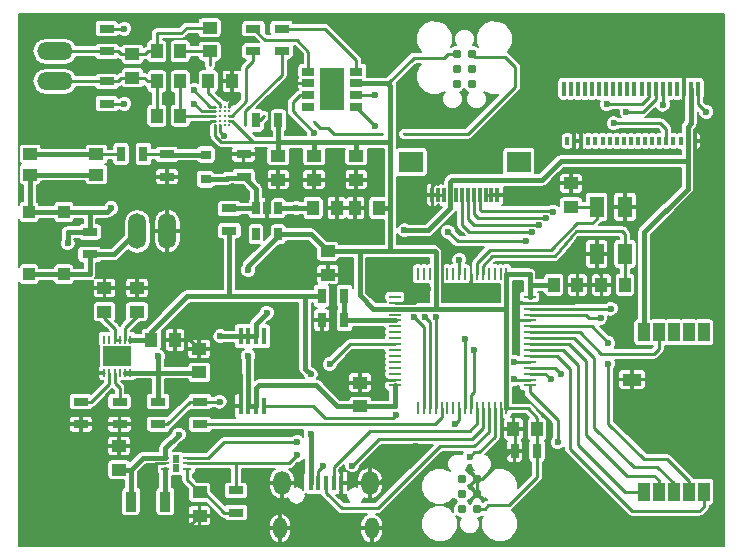
<source format=gtl>
G04 #@! TF.FileFunction,Copper,L1,Top,Signal*
%FSLAX46Y46*%
G04 Gerber Fmt 4.6, Leading zero omitted, Abs format (unit mm)*
G04 Created by KiCad (PCBNEW 4.0.6+dfsg1-1) date Tue Dec 26 18:50:37 2017*
%MOMM*%
%LPD*%
G01*
G04 APERTURE LIST*
%ADD10C,0.100000*%
%ADD11R,1.000000X1.600000*%
%ADD12R,1.600000X1.000000*%
%ADD13R,1.000000X1.250000*%
%ADD14R,1.250000X1.000000*%
%ADD15R,0.450000X1.300000*%
%ADD16O,1.450000X2.000000*%
%ADD17O,1.150000X1.800000*%
%ADD18R,0.900000X1.700000*%
%ADD19R,0.650000X1.060000*%
%ADD20R,0.450000X1.450000*%
%ADD21R,0.250000X1.000000*%
%ADD22R,1.000000X0.250000*%
%ADD23R,0.250000X0.700000*%
%ADD24R,1.190000X0.830000*%
%ADD25R,0.700000X0.250000*%
%ADD26R,0.610000X0.710000*%
%ADD27R,1.200000X1.800000*%
%ADD28C,0.787400*%
%ADD29R,0.900000X0.800000*%
%ADD30R,0.700000X1.300000*%
%ADD31R,1.300000X0.700000*%
%ADD32C,0.300000*%
%ADD33R,1.200000X1.000000*%
%ADD34R,1.000000X1.100000*%
%ADD35R,1.130000X0.710000*%
%ADD36R,2.150000X3.550000*%
%ADD37O,1.510000X3.010000*%
%ADD38R,0.300000X0.700000*%
%ADD39R,0.300000X1.250000*%
%ADD40R,0.300000X1.300000*%
%ADD41R,2.000000X1.800000*%
%ADD42O,3.010000X1.510000*%
%ADD43C,0.600000*%
%ADD44C,0.250000*%
%ADD45C,0.400000*%
%ADD46C,0.150000*%
G04 APERTURE END LIST*
D10*
D11*
X86090000Y-164950000D03*
X84820000Y-164950000D03*
X83550000Y-164950000D03*
X82280000Y-164950000D03*
X81010000Y-164950000D03*
D12*
X80000000Y-168950000D03*
D11*
X81010000Y-178450000D03*
X82280000Y-178450000D03*
X83550000Y-178450000D03*
X84820000Y-178450000D03*
X86090000Y-178450000D03*
D13*
X53030000Y-154430000D03*
X55030000Y-154430000D03*
D14*
X54250000Y-158075000D03*
X54250000Y-160075000D03*
X36600000Y-174575000D03*
X36600000Y-176575000D03*
X43400000Y-178475000D03*
X43400000Y-180475000D03*
D15*
X52800000Y-177675000D03*
X53450000Y-177675000D03*
X54100000Y-177675000D03*
X54750000Y-177675000D03*
X55400000Y-177675000D03*
D16*
X50375000Y-177725000D03*
X57825000Y-177725000D03*
D17*
X50225000Y-181525000D03*
X57975000Y-181525000D03*
D18*
X40500000Y-179275000D03*
X37600000Y-179275000D03*
D19*
X50080000Y-154435000D03*
X49130000Y-154435000D03*
X48180000Y-154435000D03*
X48180000Y-156635000D03*
X50080000Y-156635000D03*
D20*
X46885000Y-171185000D03*
X47535000Y-171185000D03*
X48185000Y-171185000D03*
X48835000Y-171185000D03*
X48835000Y-165285000D03*
X48185000Y-165285000D03*
X47535000Y-165285000D03*
X46885000Y-165285000D03*
D21*
X69390000Y-159995000D03*
X68890000Y-159995000D03*
X68390000Y-159995000D03*
X67890000Y-159995000D03*
X67390000Y-159995000D03*
X66890000Y-159995000D03*
X66390000Y-159995000D03*
X65890000Y-159995000D03*
X65390000Y-159995000D03*
X64890000Y-159995000D03*
X64390000Y-159995000D03*
X63890000Y-159995000D03*
X63390000Y-159995000D03*
X62890000Y-159995000D03*
X62390000Y-159995000D03*
X61890000Y-159995000D03*
D22*
X59940000Y-161945000D03*
X59940000Y-162445000D03*
X59940000Y-162945000D03*
X59940000Y-163445000D03*
X59940000Y-163945000D03*
X59940000Y-164445000D03*
X59940000Y-164945000D03*
X59940000Y-165445000D03*
X59940000Y-165945000D03*
X59940000Y-166445000D03*
X59940000Y-166945000D03*
X59940000Y-167445000D03*
X59940000Y-167945000D03*
X59940000Y-168445000D03*
X59940000Y-168945000D03*
X59940000Y-169445000D03*
D21*
X61890000Y-171395000D03*
X62390000Y-171395000D03*
X62890000Y-171395000D03*
X63390000Y-171395000D03*
X63890000Y-171395000D03*
X64390000Y-171395000D03*
X64890000Y-171395000D03*
X65390000Y-171395000D03*
X65890000Y-171395000D03*
X66390000Y-171395000D03*
X66890000Y-171395000D03*
X67390000Y-171395000D03*
X67890000Y-171395000D03*
X68390000Y-171395000D03*
X68890000Y-171395000D03*
X69390000Y-171395000D03*
D22*
X71340000Y-169445000D03*
X71340000Y-168945000D03*
X71340000Y-168445000D03*
X71340000Y-167945000D03*
X71340000Y-167445000D03*
X71340000Y-166945000D03*
X71340000Y-166445000D03*
X71340000Y-165945000D03*
X71340000Y-165445000D03*
X71340000Y-164945000D03*
X71340000Y-164445000D03*
X71340000Y-163945000D03*
X71340000Y-163445000D03*
X71340000Y-162945000D03*
X71340000Y-162445000D03*
X71340000Y-161945000D03*
D23*
X37555000Y-165565000D03*
X37105000Y-165565000D03*
X36655000Y-165565000D03*
X36205000Y-165565000D03*
X35755000Y-165565000D03*
X35305000Y-165565000D03*
X35305000Y-168365000D03*
X35755000Y-168365000D03*
X36205000Y-168365000D03*
X36655000Y-168365000D03*
X37105000Y-168365000D03*
X37555000Y-168365000D03*
D24*
X35835000Y-167380000D03*
X37025000Y-167380000D03*
X35835000Y-166550000D03*
X37025000Y-166550000D03*
D25*
X40500000Y-175550000D03*
X40500000Y-176050000D03*
X40500000Y-176550000D03*
X42350000Y-176550000D03*
X42350000Y-176050000D03*
X42350000Y-175550000D03*
D26*
X41425000Y-176405000D03*
X41425000Y-175695000D03*
D27*
X77025000Y-154325000D03*
X77025000Y-158325000D03*
X79425000Y-158325000D03*
X79425000Y-154325000D03*
D28*
X65190000Y-141380000D03*
X66460000Y-141380000D03*
X65190000Y-142650000D03*
X66460000Y-142650000D03*
X65190000Y-143920000D03*
X66460000Y-143920000D03*
X66910000Y-179895000D03*
X65640000Y-179895000D03*
X66910000Y-178625000D03*
X65640000Y-178625000D03*
X66910000Y-177355000D03*
X65640000Y-177355000D03*
D13*
X58575000Y-154425000D03*
X56575000Y-154425000D03*
D14*
X57000000Y-171225000D03*
X57000000Y-169225000D03*
D13*
X71975000Y-173150000D03*
X69975000Y-173150000D03*
X73400000Y-160925000D03*
X75400000Y-160925000D03*
X79425000Y-160925000D03*
X77425000Y-160925000D03*
D14*
X74850000Y-154325000D03*
X74850000Y-152325000D03*
X50075000Y-150025000D03*
X50075000Y-152025000D03*
X53100000Y-150025000D03*
X53100000Y-152025000D03*
D13*
X39325000Y-165575000D03*
X41325000Y-165575000D03*
D14*
X38100000Y-163200000D03*
X38100000Y-161200000D03*
X56675000Y-150025000D03*
X56675000Y-152025000D03*
X43375000Y-166350000D03*
X43375000Y-168350000D03*
D13*
X44140000Y-143700000D03*
X46140000Y-143700000D03*
X41775000Y-143700000D03*
X39775000Y-143700000D03*
D14*
X44275000Y-141150000D03*
X44275000Y-139150000D03*
D13*
X41775000Y-146625000D03*
X39775000Y-146625000D03*
X41775000Y-141150000D03*
X39775000Y-141150000D03*
D14*
X35350000Y-161200000D03*
X35350000Y-163200000D03*
X37725000Y-143400000D03*
X37725000Y-141400000D03*
D29*
X43925000Y-152000000D03*
X43925000Y-149900000D03*
D30*
X36750000Y-149875000D03*
X38650000Y-149875000D03*
D31*
X40650000Y-149875000D03*
X40650000Y-151775000D03*
X39900000Y-172725000D03*
X39900000Y-170825000D03*
D30*
X55650000Y-161875000D03*
X53750000Y-161875000D03*
D31*
X43425000Y-172725000D03*
X43425000Y-170825000D03*
D30*
X53750000Y-163925000D03*
X55650000Y-163925000D03*
D31*
X45925000Y-156350000D03*
X45925000Y-154450000D03*
X47125000Y-151775000D03*
X47125000Y-149875000D03*
X34100000Y-156450000D03*
X34100000Y-158350000D03*
D30*
X70075000Y-174975000D03*
X71975000Y-174975000D03*
X48180000Y-147010000D03*
X50080000Y-147010000D03*
D31*
X47960000Y-141140000D03*
X47960000Y-139240000D03*
X50350000Y-141140000D03*
X50350000Y-139240000D03*
X33350000Y-170825000D03*
X33350000Y-172725000D03*
X36625000Y-170825000D03*
X36625000Y-172725000D03*
X35575000Y-143700000D03*
X35575000Y-145600000D03*
X35575000Y-141150000D03*
X35575000Y-139250000D03*
X46475000Y-178325000D03*
X46475000Y-180225000D03*
D32*
X45920000Y-147430000D03*
X45920000Y-147030000D03*
X45920000Y-146630000D03*
X45920000Y-146230000D03*
X45920000Y-145830000D03*
X45520000Y-147430000D03*
X45120000Y-147430000D03*
X44720000Y-147430000D03*
X45120000Y-147030000D03*
X45520000Y-147030000D03*
X45520000Y-146630000D03*
X45520000Y-146230000D03*
X45520000Y-145830000D03*
X44720000Y-147030000D03*
X44720000Y-146630000D03*
X45120000Y-146630000D03*
X45120000Y-146230000D03*
X44720000Y-146230000D03*
X44720000Y-145830000D03*
X45120000Y-145830000D03*
D33*
X29062500Y-149887500D03*
X29062500Y-151587500D03*
X34662500Y-149887500D03*
X34662500Y-151587500D03*
D34*
X28950000Y-160050000D03*
X28950000Y-154750000D03*
X31900000Y-160050000D03*
X31900000Y-154750000D03*
D35*
X52625000Y-145875000D03*
X52625000Y-144875000D03*
X52625000Y-143875000D03*
X52625000Y-142875000D03*
X56655000Y-145875000D03*
X56655000Y-144875000D03*
X56655000Y-143875000D03*
X56655000Y-142875000D03*
D36*
X54629400Y-144361200D03*
D37*
X38125000Y-156400000D03*
X40665000Y-156400000D03*
D38*
X85325000Y-148750000D03*
X84725000Y-148750000D03*
X84125000Y-148750000D03*
X83525000Y-148750000D03*
X82925000Y-148750000D03*
X82325000Y-148750000D03*
X81725000Y-148750000D03*
X81125000Y-148750000D03*
X80525000Y-148750000D03*
X79925000Y-148750000D03*
X79325000Y-148750000D03*
X78725000Y-148750000D03*
X78125000Y-148750000D03*
X77525000Y-148750000D03*
X76925000Y-148750000D03*
X76325000Y-148750000D03*
X75725000Y-148750000D03*
X75125000Y-148750000D03*
X74525000Y-148750000D03*
D39*
X85625000Y-144325000D03*
X85025000Y-144325000D03*
X84425000Y-144325000D03*
X83825000Y-144325000D03*
X83225000Y-144325000D03*
X82625000Y-144325000D03*
X82025000Y-144325000D03*
X81425000Y-144325000D03*
X80825000Y-144325000D03*
X80225000Y-144325000D03*
X79625000Y-144325000D03*
X79025000Y-144325000D03*
X78425000Y-144325000D03*
X77825000Y-144325000D03*
X77225000Y-144325000D03*
X76625000Y-144325000D03*
X76025000Y-144325000D03*
X75425000Y-144325000D03*
X74825000Y-144325000D03*
X74225000Y-144325000D03*
D40*
X63120000Y-153290000D03*
D41*
X61320000Y-150540000D03*
D40*
X63620000Y-153290000D03*
X64120000Y-153290000D03*
X64620000Y-153290000D03*
X65120000Y-153290000D03*
X65620000Y-153290000D03*
X66120000Y-153290000D03*
X66620000Y-153290000D03*
X67120000Y-153290000D03*
X67620000Y-153290000D03*
X68120000Y-153290000D03*
X68620000Y-153290000D03*
D41*
X70420000Y-150540000D03*
D42*
X31175000Y-143700000D03*
X31175000Y-141160000D03*
D43*
X69480000Y-153300000D03*
X67940000Y-151080000D03*
X68710000Y-174570000D03*
X61710000Y-174570000D03*
X62750000Y-161270000D03*
X63130000Y-157130000D03*
X63120000Y-154610000D03*
D32*
X45520000Y-147030000D03*
X49320000Y-147030000D03*
D43*
X47525000Y-159675000D03*
X47525000Y-166950000D03*
X51600000Y-154430000D03*
X35910000Y-154430000D03*
X39900000Y-166975000D03*
X32225000Y-157400000D03*
X52800000Y-168500000D03*
X52800000Y-173525000D03*
D32*
X45120000Y-146230000D03*
X44280000Y-142330000D03*
D43*
X45170000Y-165280000D03*
X41660000Y-173600000D03*
X60750000Y-156325000D03*
X49100000Y-163300000D03*
X56325000Y-176225000D03*
X53850000Y-176250000D03*
X54425000Y-167650000D03*
X45100000Y-170825000D03*
D32*
X65190000Y-143920000D03*
X45120000Y-146630000D03*
X48860000Y-146630000D03*
X45520000Y-147430000D03*
X47270000Y-147430000D03*
D43*
X37040000Y-145600000D03*
X42950000Y-145600000D03*
X37040000Y-139250000D03*
X42950000Y-144460000D03*
X86290000Y-146290000D03*
X51650000Y-175340000D03*
X65000000Y-172730000D03*
X60020000Y-171960000D03*
X77875000Y-145650000D03*
X65400000Y-158800000D03*
X79550000Y-146300000D03*
X61575000Y-163675000D03*
X78475000Y-147250000D03*
X62525000Y-163675000D03*
X82625000Y-145675000D03*
X63400000Y-163675000D03*
X58250000Y-147450000D03*
X65875000Y-165475000D03*
X53100000Y-148050000D03*
X66675000Y-166450000D03*
X65640000Y-178625000D03*
X66270000Y-175470000D03*
X65640000Y-179895000D03*
X73720000Y-174270000D03*
X70060000Y-168940000D03*
X51660000Y-174240000D03*
X71550000Y-156425000D03*
X73160000Y-168940000D03*
X72150000Y-155850000D03*
X73970000Y-168460000D03*
X58250000Y-144875000D03*
X64425000Y-156425000D03*
X71050000Y-157250000D03*
X70050000Y-167450000D03*
X78020000Y-167620000D03*
X78020000Y-165860000D03*
X72750000Y-155275000D03*
X77350000Y-163725000D03*
X73325000Y-154725000D03*
X78225000Y-162950000D03*
D32*
X45120000Y-147030000D03*
X60720000Y-148160000D03*
X58890000Y-148160000D03*
X53100000Y-147150000D03*
D43*
X66460000Y-142650000D03*
X45480000Y-148310000D03*
D44*
X55400000Y-177675000D02*
X57775000Y-177675000D01*
X57775000Y-177675000D02*
X57825000Y-177725000D01*
X63120000Y-153290000D02*
X63120000Y-152530000D01*
X69470000Y-153290000D02*
X68620000Y-153290000D01*
X69480000Y-153300000D02*
X69470000Y-153290000D01*
X64570000Y-151080000D02*
X67940000Y-151080000D01*
X63120000Y-152530000D02*
X64570000Y-151080000D01*
X57825000Y-177725000D02*
X58555000Y-177725000D01*
X69115000Y-174975000D02*
X70075000Y-174975000D01*
X68710000Y-174570000D02*
X69115000Y-174975000D01*
X58555000Y-177725000D02*
X61710000Y-174570000D01*
X35305000Y-168365000D02*
X33385000Y-168365000D01*
X32325000Y-172725000D02*
X33350000Y-172725000D01*
X31680000Y-172080000D02*
X32325000Y-172725000D01*
X31680000Y-170070000D02*
X31680000Y-172080000D01*
X33385000Y-168365000D02*
X31680000Y-170070000D01*
X40500000Y-176050000D02*
X39710000Y-176050000D01*
X42675000Y-181200000D02*
X43400000Y-180475000D01*
X40080000Y-181200000D02*
X42675000Y-181200000D01*
X38990000Y-180110000D02*
X40080000Y-181200000D01*
X38990000Y-176770000D02*
X38990000Y-180110000D01*
X39710000Y-176050000D02*
X38990000Y-176770000D01*
X59940000Y-168945000D02*
X58615000Y-168945000D01*
X58335000Y-169225000D02*
X57000000Y-169225000D01*
X58615000Y-168945000D02*
X58335000Y-169225000D01*
X59940000Y-162445000D02*
X61575000Y-162445000D01*
X61575000Y-162445000D02*
X62750000Y-161270000D01*
X77425000Y-160925000D02*
X77425000Y-160165000D01*
X77025000Y-159765000D02*
X77025000Y-158325000D01*
X77425000Y-160165000D02*
X77025000Y-159765000D01*
X75400000Y-160925000D02*
X77425000Y-160925000D01*
X46885000Y-171185000D02*
X46885000Y-168455000D01*
X44780000Y-166350000D02*
X43375000Y-166350000D01*
X46885000Y-168455000D02*
X44780000Y-166350000D01*
X36625000Y-172725000D02*
X33350000Y-172725000D01*
X36600000Y-174575000D02*
X36600000Y-172750000D01*
X36600000Y-172750000D02*
X36625000Y-172725000D01*
X41325000Y-165575000D02*
X42600000Y-165575000D01*
X42600000Y-165575000D02*
X43375000Y-166350000D01*
X35350000Y-161200000D02*
X38100000Y-161200000D01*
X40650000Y-151775000D02*
X40650000Y-156385000D01*
X40650000Y-156385000D02*
X40665000Y-156400000D01*
X49130000Y-154435000D02*
X49130000Y-153950000D01*
X49130000Y-153950000D02*
X50075000Y-153005000D01*
X50075000Y-153005000D02*
X50075000Y-152025000D01*
X55030000Y-154430000D02*
X56570000Y-154430000D01*
X56570000Y-154430000D02*
X56575000Y-154425000D01*
X63620000Y-153290000D02*
X63120000Y-153290000D01*
X64120000Y-153290000D02*
X63620000Y-153290000D01*
X68120000Y-153290000D02*
X67620000Y-153290000D01*
X68620000Y-153290000D02*
X68120000Y-153290000D01*
X75125000Y-148750000D02*
X75725000Y-148750000D01*
X66910000Y-177355000D02*
X67275000Y-177355000D01*
X67275000Y-177355000D02*
X69655000Y-174975000D01*
X69655000Y-174975000D02*
X70075000Y-174975000D01*
X66910000Y-178625000D02*
X66910000Y-177355000D01*
X70075000Y-174975000D02*
X70075000Y-173250000D01*
X70075000Y-173250000D02*
X69975000Y-173150000D01*
X68890000Y-171395000D02*
X68890000Y-172860000D01*
X69180000Y-173150000D02*
X69975000Y-173150000D01*
X68890000Y-172860000D02*
X69180000Y-173150000D01*
X71340000Y-163945000D02*
X70325000Y-163945000D01*
X70385000Y-162445000D02*
X71340000Y-162445000D01*
X70010000Y-162820000D02*
X70385000Y-162445000D01*
X70010000Y-163630000D02*
X70010000Y-162820000D01*
X70325000Y-163945000D02*
X70010000Y-163630000D01*
X71340000Y-162445000D02*
X74995000Y-162445000D01*
X75400000Y-162040000D02*
X75400000Y-160925000D01*
X74995000Y-162445000D02*
X75400000Y-162040000D01*
X63890000Y-159995000D02*
X63890000Y-160970000D01*
X66390000Y-160960000D02*
X66390000Y-159995000D01*
X66080000Y-161270000D02*
X66390000Y-160960000D01*
X64190000Y-161270000D02*
X66080000Y-161270000D01*
X63890000Y-160970000D02*
X64190000Y-161270000D01*
X63890000Y-159995000D02*
X63890000Y-157890000D01*
X63890000Y-157890000D02*
X63130000Y-157130000D01*
X63120000Y-154610000D02*
X63120000Y-153290000D01*
X44720000Y-147030000D02*
X44350000Y-147030000D01*
X45420000Y-149870000D02*
X47120000Y-149870000D01*
X43600000Y-148050000D02*
X45420000Y-149870000D01*
X43600000Y-147780000D02*
X43600000Y-148050000D01*
X44350000Y-147030000D02*
X43600000Y-147780000D01*
X47120000Y-149870000D02*
X47125000Y-149875000D01*
X45920000Y-145830000D02*
X45920000Y-145530000D01*
X46140000Y-145310000D02*
X46140000Y-143700000D01*
X45920000Y-145530000D02*
X46140000Y-145310000D01*
X50895000Y-143875000D02*
X52625000Y-143875000D01*
X49320000Y-145450000D02*
X50895000Y-143875000D01*
X49320000Y-147030000D02*
X49320000Y-145450000D01*
X79250000Y-153815000D02*
X79270000Y-153835000D01*
X65190000Y-141380000D02*
X64450000Y-141380000D01*
X61525000Y-141700000D02*
X59350000Y-143875000D01*
X64130000Y-141700000D02*
X61525000Y-141700000D01*
X64450000Y-141380000D02*
X64130000Y-141700000D01*
X45920000Y-147030000D02*
X46180000Y-147030000D01*
X46180000Y-147030000D02*
X47960000Y-148810000D01*
X44720000Y-147430000D02*
X44720000Y-148290000D01*
X45240000Y-148810000D02*
X47960000Y-148810000D01*
X47960000Y-148810000D02*
X50080000Y-148810000D01*
X44720000Y-148290000D02*
X45240000Y-148810000D01*
D45*
X50080000Y-147010000D02*
X50080000Y-148810000D01*
X50080000Y-148810000D02*
X50080000Y-148820000D01*
X50080000Y-148820000D02*
X50075000Y-148825000D01*
D44*
X66910000Y-179895000D02*
X67545000Y-179895000D01*
X71975000Y-177225000D02*
X71975000Y-174975000D01*
X69620000Y-179580000D02*
X71975000Y-177225000D01*
X67860000Y-179580000D02*
X69620000Y-179580000D01*
X67545000Y-179895000D02*
X67860000Y-179580000D01*
X69390000Y-171395000D02*
X71170000Y-171395000D01*
X71975000Y-172200000D02*
X71975000Y-173150000D01*
X71170000Y-171395000D02*
X71975000Y-172200000D01*
X71975000Y-173150000D02*
X71975000Y-174975000D01*
D45*
X59550000Y-148825000D02*
X59550000Y-147600000D01*
X59350000Y-143875000D02*
X56655000Y-143875000D01*
X59550000Y-144075000D02*
X59350000Y-143875000D01*
X59550000Y-147600000D02*
X59550000Y-144075000D01*
X47535000Y-171185000D02*
X47525000Y-171175000D01*
X47525000Y-171175000D02*
X47525000Y-166950000D01*
X50075000Y-156775000D02*
X50075000Y-156640000D01*
X47525000Y-159325000D02*
X50075000Y-156775000D01*
X47525000Y-159400000D02*
X47525000Y-159325000D01*
X47525000Y-159675000D02*
X47525000Y-159400000D01*
X50075000Y-156640000D02*
X50080000Y-156635000D01*
X56700000Y-148825000D02*
X56675000Y-148850000D01*
X56675000Y-148850000D02*
X56675000Y-150025000D01*
X53075000Y-148825000D02*
X53100000Y-148850000D01*
X53100000Y-148850000D02*
X53100000Y-150025000D01*
X59530000Y-154425000D02*
X59560000Y-154395000D01*
X50075000Y-148825000D02*
X50075000Y-150025000D01*
X59550000Y-148825000D02*
X56700000Y-148825000D01*
X56700000Y-148825000D02*
X53075000Y-148825000D01*
X53075000Y-148825000D02*
X50075000Y-148825000D01*
X59560000Y-148835000D02*
X59550000Y-148825000D01*
X59560000Y-149985000D02*
X59560000Y-148835000D01*
X59560000Y-154395000D02*
X59560000Y-149985000D01*
X58575000Y-154425000D02*
X59530000Y-154425000D01*
X59530000Y-154425000D02*
X59560000Y-154425000D01*
X59560000Y-154425000D02*
X59550000Y-154425000D01*
X59550000Y-154425000D02*
X59560000Y-154425000D01*
X63425000Y-162950000D02*
X63390000Y-162915000D01*
X63390000Y-162915000D02*
X63390000Y-159995000D01*
X59940000Y-162945000D02*
X59945000Y-162950000D01*
X59945000Y-162950000D02*
X63425000Y-162950000D01*
X63425000Y-162950000D02*
X69325000Y-162950000D01*
X69325000Y-162950000D02*
X69390000Y-162885000D01*
X69390000Y-159995000D02*
X69390000Y-162885000D01*
X69390000Y-162885000D02*
X69390000Y-171395000D01*
X63390000Y-159995000D02*
X63390000Y-158115000D01*
X63390000Y-158115000D02*
X63350000Y-158075000D01*
X63350000Y-158075000D02*
X59560000Y-158075000D01*
X59560000Y-158075000D02*
X59560000Y-156135000D01*
X59560000Y-156135000D02*
X59560000Y-154425000D01*
X48185000Y-171185000D02*
X48185000Y-169690000D01*
X55050000Y-171225000D02*
X57000000Y-171225000D01*
X53250000Y-169425000D02*
X55050000Y-171225000D01*
X48450000Y-169425000D02*
X53250000Y-169425000D01*
X48185000Y-169690000D02*
X48450000Y-169425000D01*
X57000000Y-171225000D02*
X59950000Y-171225000D01*
X59950000Y-171225000D02*
X59940000Y-171215000D01*
X59940000Y-171215000D02*
X59940000Y-169445000D01*
X59940000Y-162945000D02*
X58070000Y-162945000D01*
X56950000Y-161825000D02*
X56950000Y-158075000D01*
X58070000Y-162945000D02*
X56950000Y-161825000D01*
X50080000Y-156635000D02*
X52810000Y-156635000D01*
X52810000Y-156635000D02*
X54250000Y-158075000D01*
X59560000Y-158075000D02*
X56950000Y-158075000D01*
X56950000Y-158075000D02*
X54250000Y-158075000D01*
X73400000Y-160925000D02*
X71430000Y-160925000D01*
X71430000Y-160925000D02*
X71340000Y-161015000D01*
X69390000Y-159995000D02*
X71320000Y-159995000D01*
X71340000Y-160015000D02*
X71340000Y-161015000D01*
X71340000Y-161015000D02*
X71340000Y-161945000D01*
X71320000Y-159995000D02*
X71340000Y-160015000D01*
X47535000Y-171185000D02*
X48185000Y-171185000D01*
X51600000Y-154430000D02*
X50085000Y-154430000D01*
X50085000Y-154430000D02*
X50080000Y-154435000D01*
X34100000Y-154750000D02*
X35590000Y-154750000D01*
X51600000Y-154430000D02*
X53030000Y-154430000D01*
X35590000Y-154750000D02*
X35910000Y-154430000D01*
X39900000Y-166975000D02*
X39900000Y-168340000D01*
X39925000Y-168365000D02*
X39900000Y-168340000D01*
X32225000Y-156450000D02*
X34100000Y-156450000D01*
X32225000Y-156450000D02*
X32225000Y-157400000D01*
X28950000Y-154750000D02*
X29062500Y-154637500D01*
X29062500Y-154637500D02*
X29062500Y-151587500D01*
X43375000Y-168350000D02*
X43360000Y-168365000D01*
X43360000Y-168365000D02*
X39925000Y-168365000D01*
X39925000Y-168365000D02*
X39840000Y-168365000D01*
X34662500Y-151587500D02*
X29062500Y-151587500D01*
X31900000Y-154750000D02*
X28950000Y-154750000D01*
X34100000Y-156450000D02*
X34100000Y-154750000D01*
X34100000Y-154750000D02*
X31900000Y-154750000D01*
X39900000Y-170825000D02*
X39900000Y-168425000D01*
X39900000Y-168425000D02*
X39840000Y-168365000D01*
X37555000Y-168365000D02*
X39840000Y-168365000D01*
X37105000Y-168365000D02*
X37555000Y-168365000D01*
D44*
X79425000Y-160925000D02*
X79425000Y-158325000D01*
X79050000Y-156400000D02*
X79200000Y-156400000D01*
X79425000Y-156625000D02*
X79425000Y-158325000D01*
X79200000Y-156400000D02*
X79425000Y-156625000D01*
X67390000Y-159995000D02*
X67390000Y-159310000D01*
X75250000Y-156400000D02*
X79050000Y-156400000D01*
X79050000Y-156400000D02*
X79100000Y-156400000D01*
X73475000Y-158500000D02*
X75250000Y-156400000D01*
X68200000Y-158500000D02*
X73475000Y-158500000D01*
X67390000Y-159310000D02*
X68200000Y-158500000D01*
X74850000Y-154325000D02*
X77025000Y-154325000D01*
X75400000Y-155725000D02*
X76650000Y-155725000D01*
X66890000Y-159085000D02*
X67975000Y-158000000D01*
X67975000Y-158000000D02*
X73125000Y-158000000D01*
X73125000Y-158000000D02*
X75400000Y-155725000D01*
X66890000Y-159995000D02*
X66890000Y-159085000D01*
X77025000Y-155350000D02*
X77025000Y-154325000D01*
X76650000Y-155725000D02*
X77025000Y-155350000D01*
D45*
X45925000Y-156350000D02*
X45925000Y-161875000D01*
X45900000Y-161800000D02*
X45900000Y-161875000D01*
X45900000Y-161850000D02*
X45900000Y-161800000D01*
X45925000Y-161875000D02*
X45900000Y-161850000D01*
X37555000Y-165565000D02*
X39315000Y-165565000D01*
X39315000Y-165565000D02*
X39325000Y-165575000D01*
X39325000Y-165575000D02*
X39325000Y-164900000D01*
X39325000Y-164900000D02*
X42350000Y-161875000D01*
X42350000Y-161875000D02*
X45900000Y-161875000D01*
X45900000Y-161875000D02*
X52325000Y-161875000D01*
X52800000Y-177675000D02*
X52800000Y-173525000D01*
X52325000Y-168025000D02*
X52325000Y-161875000D01*
X52800000Y-168500000D02*
X52325000Y-168025000D01*
X52325000Y-161875000D02*
X53750000Y-161875000D01*
D44*
X38100000Y-163200000D02*
X38100000Y-163600000D01*
X38100000Y-163600000D02*
X37105000Y-164595000D01*
X37105000Y-164595000D02*
X37105000Y-165565000D01*
X45120000Y-145830000D02*
X45120000Y-145640000D01*
X44140000Y-144660000D02*
X44140000Y-143700000D01*
X45120000Y-145640000D02*
X44140000Y-144660000D01*
X37725000Y-143400000D02*
X38700000Y-143400000D01*
X39000000Y-143700000D02*
X39775000Y-143700000D01*
X38700000Y-143400000D02*
X39000000Y-143700000D01*
X35575000Y-143700000D02*
X36470000Y-143700000D01*
X36770000Y-143400000D02*
X37725000Y-143400000D01*
X36470000Y-143700000D02*
X36770000Y-143400000D01*
X39775000Y-143700000D02*
X39775000Y-146625000D01*
X31175000Y-143700000D02*
X35575000Y-143700000D01*
X44720000Y-146630000D02*
X41780000Y-146630000D01*
X41780000Y-146630000D02*
X41775000Y-146625000D01*
X41775000Y-143700000D02*
X41775000Y-146625000D01*
X37725000Y-141400000D02*
X38750000Y-141400000D01*
X39000000Y-141150000D02*
X39775000Y-141150000D01*
X38750000Y-141400000D02*
X39000000Y-141150000D01*
X35575000Y-141150000D02*
X36510000Y-141150000D01*
X36760000Y-141400000D02*
X37725000Y-141400000D01*
X36510000Y-141150000D02*
X36760000Y-141400000D01*
X39775000Y-141150000D02*
X39775000Y-139625000D01*
X39775000Y-139625000D02*
X41750000Y-139625000D01*
X41750000Y-139625000D02*
X41850000Y-139625000D01*
X41850000Y-139625000D02*
X42325000Y-139150000D01*
X42325000Y-139150000D02*
X44275000Y-139150000D01*
X31175000Y-141160000D02*
X31185000Y-141150000D01*
X31185000Y-141150000D02*
X35575000Y-141150000D01*
X44275000Y-141150000D02*
X44275000Y-142325000D01*
X44280000Y-142330000D02*
X44275000Y-142325000D01*
X41775000Y-141150000D02*
X44275000Y-141150000D01*
X35350000Y-163200000D02*
X35350000Y-163775000D01*
X36205000Y-164630000D02*
X36205000Y-165565000D01*
X35350000Y-163775000D02*
X36205000Y-164630000D01*
X36655000Y-165565000D02*
X36205000Y-165565000D01*
D45*
X64620000Y-153290000D02*
X64620000Y-152210000D01*
X73990000Y-150430000D02*
X84725000Y-150430000D01*
X72390000Y-152030000D02*
X73990000Y-150430000D01*
X64800000Y-152030000D02*
X72390000Y-152030000D01*
X64620000Y-152210000D02*
X64800000Y-152030000D01*
X40500000Y-175550000D02*
X40500000Y-174760000D01*
X45175000Y-165285000D02*
X46885000Y-165285000D01*
X45170000Y-165280000D02*
X45175000Y-165285000D01*
X40500000Y-174760000D02*
X41660000Y-173600000D01*
X37600000Y-179275000D02*
X37600000Y-176575000D01*
X40500000Y-175550000D02*
X38625000Y-175550000D01*
X37600000Y-176575000D02*
X36600000Y-176575000D01*
X38625000Y-175550000D02*
X37600000Y-176575000D01*
X64620000Y-153290000D02*
X64625000Y-153285000D01*
X48185000Y-165285000D02*
X48175000Y-165275000D01*
X48175000Y-165275000D02*
X48175000Y-164225000D01*
X64625000Y-154450000D02*
X64625000Y-153295000D01*
X62750000Y-156325000D02*
X64625000Y-154450000D01*
X62675000Y-156325000D02*
X62750000Y-156325000D01*
X60750000Y-156325000D02*
X62675000Y-156325000D01*
X48175000Y-164225000D02*
X49100000Y-163300000D01*
X64625000Y-153295000D02*
X64620000Y-153290000D01*
X81035000Y-164900000D02*
X81050000Y-164885000D01*
X81050000Y-164885000D02*
X81050000Y-156450000D01*
X84725000Y-151650000D02*
X84725000Y-152025000D01*
X84725000Y-150430000D02*
X84725000Y-151650000D01*
X84725000Y-152775000D02*
X81050000Y-156450000D01*
X84725000Y-152025000D02*
X84725000Y-152775000D01*
X84725000Y-148750000D02*
X84725000Y-150430000D01*
X85025000Y-144325000D02*
X85025000Y-145950000D01*
X84725000Y-147550000D02*
X84725000Y-148750000D01*
X85025000Y-147250000D02*
X84725000Y-147550000D01*
X85025000Y-145950000D02*
X85025000Y-147250000D01*
X47535000Y-165285000D02*
X46885000Y-165285000D01*
X48185000Y-165285000D02*
X47535000Y-165285000D01*
D44*
X43400000Y-178475000D02*
X43765000Y-178475000D01*
X43765000Y-178475000D02*
X45510000Y-180220000D01*
X45510000Y-180220000D02*
X46470000Y-180220000D01*
X46470000Y-180220000D02*
X46475000Y-180225000D01*
X42350000Y-176550000D02*
X42350000Y-177425000D01*
X42350000Y-177425000D02*
X43400000Y-178475000D01*
D45*
X45925000Y-154450000D02*
X48165000Y-154450000D01*
X48165000Y-154450000D02*
X48180000Y-154435000D01*
X43925000Y-152000000D02*
X45700000Y-152000000D01*
X45700000Y-151850000D02*
X47050000Y-151850000D01*
X45700000Y-152000000D02*
X45700000Y-151850000D01*
X47050000Y-151850000D02*
X47125000Y-151775000D01*
X47125000Y-151775000D02*
X48180000Y-152830000D01*
X48180000Y-152830000D02*
X48180000Y-154435000D01*
X48170000Y-154425000D02*
X48180000Y-154435000D01*
D44*
X38650000Y-149875000D02*
X40650000Y-149875000D01*
D45*
X40650000Y-149875000D02*
X40675000Y-149900000D01*
X40675000Y-149900000D02*
X43925000Y-149900000D01*
D44*
X53450000Y-177675000D02*
X53450000Y-176650000D01*
X67390000Y-173035000D02*
X67390000Y-171395000D01*
X66475000Y-173950000D02*
X67390000Y-173035000D01*
X58600000Y-173950000D02*
X66475000Y-173950000D01*
X56325000Y-176225000D02*
X58600000Y-173950000D01*
X53450000Y-176650000D02*
X53850000Y-176250000D01*
X67890000Y-171395000D02*
X67890000Y-173360000D01*
X54100000Y-178525000D02*
X54100000Y-177675000D01*
X55425000Y-179850000D02*
X54100000Y-178525000D01*
X58475000Y-179850000D02*
X55425000Y-179850000D01*
X63750000Y-174575000D02*
X58475000Y-179850000D01*
X66675000Y-174575000D02*
X63750000Y-174575000D01*
X67890000Y-173360000D02*
X66675000Y-174575000D01*
X54750000Y-177675000D02*
X54750000Y-176350000D01*
X66890000Y-172660000D02*
X66890000Y-171395000D01*
X66275000Y-173275000D02*
X66890000Y-172660000D01*
X57825000Y-173275000D02*
X66275000Y-173275000D01*
X54750000Y-176350000D02*
X57825000Y-173275000D01*
D45*
X40500000Y-179275000D02*
X40500000Y-176550000D01*
D44*
X34662500Y-149887500D02*
X36737500Y-149887500D01*
X36737500Y-149887500D02*
X36750000Y-149875000D01*
X34662500Y-149887500D02*
X34675000Y-149875000D01*
D45*
X29062500Y-149887500D02*
X32112500Y-149887500D01*
X32112500Y-149887500D02*
X34662500Y-149887500D01*
D44*
X59940000Y-165945000D02*
X59935000Y-165950000D01*
X59935000Y-165950000D02*
X56125000Y-165950000D01*
X56125000Y-165950000D02*
X54425000Y-167650000D01*
X45100000Y-170825000D02*
X43425000Y-170825000D01*
X39900000Y-172725000D02*
X40675000Y-172725000D01*
X42575000Y-170825000D02*
X43425000Y-170825000D01*
X40675000Y-172725000D02*
X42575000Y-170825000D01*
D45*
X55650000Y-163925000D02*
X55650000Y-161875000D01*
X59940000Y-163945000D02*
X55670000Y-163945000D01*
X55670000Y-163945000D02*
X55650000Y-163925000D01*
D44*
X43425000Y-172725000D02*
X63300000Y-172725000D01*
X63890000Y-172135000D02*
X63890000Y-171395000D01*
X63300000Y-172725000D02*
X63890000Y-172135000D01*
D45*
X34100000Y-158350000D02*
X36175000Y-158350000D01*
X36175000Y-158350000D02*
X38125000Y-156400000D01*
X31900000Y-160050000D02*
X28950000Y-160050000D01*
X34100000Y-160050000D02*
X31900000Y-160050000D01*
X34100000Y-160050000D02*
X34100000Y-158350000D01*
D44*
X48480000Y-147010000D02*
X48860000Y-146630000D01*
X48480000Y-147010000D02*
X48180000Y-147010000D01*
X45920000Y-146630000D02*
X46110000Y-146630000D01*
X47960000Y-141940000D02*
X47960000Y-141140000D01*
X47350000Y-142550000D02*
X47960000Y-141940000D01*
X47350000Y-145390000D02*
X47350000Y-142550000D01*
X46110000Y-146630000D02*
X47350000Y-145390000D01*
X52625000Y-142875000D02*
X52625000Y-141195000D01*
X48940000Y-140220000D02*
X47960000Y-139240000D01*
X51650000Y-140220000D02*
X48940000Y-140220000D01*
X52625000Y-141195000D02*
X51650000Y-140220000D01*
X50350000Y-141140000D02*
X50350000Y-143130000D01*
X47270000Y-146210000D02*
X50350000Y-143130000D01*
X47270000Y-147430000D02*
X47270000Y-146210000D01*
X56655000Y-142875000D02*
X56655000Y-141905000D01*
X53990000Y-139240000D02*
X50350000Y-139240000D01*
X56655000Y-141905000D02*
X53990000Y-139240000D01*
X56655000Y-142875000D02*
X56650000Y-142870000D01*
X33350000Y-170825000D02*
X34250000Y-170825000D01*
X35755000Y-169320000D02*
X35755000Y-168365000D01*
X34250000Y-170825000D02*
X35755000Y-169320000D01*
X36625000Y-170825000D02*
X36625000Y-169650000D01*
X36205000Y-169230000D02*
X36205000Y-168365000D01*
X36625000Y-169650000D02*
X36205000Y-169230000D01*
X44720000Y-146230000D02*
X43580000Y-146230000D01*
X37040000Y-145600000D02*
X35575000Y-145600000D01*
X43580000Y-146230000D02*
X42950000Y-145600000D01*
X44720000Y-145830000D02*
X44320000Y-145830000D01*
X37040000Y-139250000D02*
X35575000Y-139250000D01*
X44320000Y-145830000D02*
X42950000Y-144460000D01*
X46475000Y-178325000D02*
X46475000Y-176050000D01*
X46475000Y-176050000D02*
X46470000Y-176050000D01*
X44200000Y-176050000D02*
X46470000Y-176050000D01*
X46470000Y-176050000D02*
X50940000Y-176050000D01*
X85625000Y-145625000D02*
X85625000Y-144325000D01*
X86290000Y-146290000D02*
X85625000Y-145625000D01*
X50940000Y-176050000D02*
X51650000Y-175340000D01*
X42350000Y-176050000D02*
X44200000Y-176050000D01*
X48835000Y-171185000D02*
X53005000Y-171185000D01*
X65390000Y-172340000D02*
X65390000Y-171395000D01*
X65000000Y-172730000D02*
X65390000Y-172340000D01*
X59760000Y-172220000D02*
X60020000Y-171960000D01*
X54040000Y-172220000D02*
X59760000Y-172220000D01*
X53005000Y-171185000D02*
X54040000Y-172220000D01*
X65390000Y-159995000D02*
X65390000Y-158870000D01*
X81425000Y-145050000D02*
X81425000Y-144325000D01*
X80825000Y-145650000D02*
X81425000Y-145050000D01*
X77875000Y-145650000D02*
X80825000Y-145650000D01*
X65390000Y-158810000D02*
X65400000Y-158800000D01*
X65390000Y-158870000D02*
X65390000Y-158810000D01*
X62390000Y-171395000D02*
X62390000Y-170600000D01*
X82025000Y-145200000D02*
X82025000Y-144325000D01*
X80925000Y-146300000D02*
X82025000Y-145200000D01*
X80900000Y-146300000D02*
X80925000Y-146300000D01*
X80775000Y-146300000D02*
X80900000Y-146300000D01*
X79550000Y-146300000D02*
X80775000Y-146300000D01*
X62390000Y-164490000D02*
X61575000Y-163675000D01*
X62390000Y-170600000D02*
X62390000Y-164490000D01*
X62890000Y-171395000D02*
X62890000Y-170490000D01*
X82925000Y-147750000D02*
X82925000Y-148750000D01*
X82425000Y-147250000D02*
X82925000Y-147750000D01*
X82400000Y-147250000D02*
X82425000Y-147250000D01*
X82375000Y-147250000D02*
X82400000Y-147250000D01*
X78475000Y-147250000D02*
X82375000Y-147250000D01*
X62890000Y-164040000D02*
X62525000Y-163675000D01*
X62890000Y-170490000D02*
X62890000Y-164040000D01*
X63390000Y-171395000D02*
X63390000Y-169900000D01*
X82625000Y-145675000D02*
X82625000Y-144325000D01*
X63390000Y-163685000D02*
X63400000Y-163675000D01*
X63390000Y-169900000D02*
X63390000Y-163685000D01*
X58230000Y-147450000D02*
X58250000Y-147450000D01*
X56655000Y-145875000D02*
X58230000Y-147450000D01*
X65875000Y-165475000D02*
X65875000Y-171380000D01*
X65875000Y-171380000D02*
X65890000Y-171395000D01*
X52625000Y-144875000D02*
X51905000Y-144875000D01*
X51290000Y-146240000D02*
X53100000Y-148050000D01*
X51290000Y-145490000D02*
X51290000Y-146240000D01*
X51905000Y-144875000D02*
X51290000Y-145490000D01*
X66400000Y-170250000D02*
X66390000Y-170260000D01*
X66675000Y-166450000D02*
X66675000Y-169875000D01*
X66675000Y-169875000D02*
X66675000Y-169975000D01*
X66675000Y-169975000D02*
X66400000Y-170250000D01*
X66390000Y-170260000D02*
X66390000Y-171395000D01*
X68390000Y-171395000D02*
X68390000Y-173770000D01*
X67060000Y-175100000D02*
X68390000Y-173770000D01*
X66640000Y-175100000D02*
X67060000Y-175100000D01*
X66270000Y-175470000D02*
X66640000Y-175100000D01*
X68375000Y-171410000D02*
X68390000Y-171395000D01*
X71340000Y-169445000D02*
X71340000Y-170030000D01*
X73720000Y-172410000D02*
X71340000Y-170030000D01*
X73720000Y-174270000D02*
X73720000Y-172410000D01*
X42350000Y-175550000D02*
X44140000Y-175550000D01*
X70065000Y-168945000D02*
X71340000Y-168945000D01*
X70060000Y-168940000D02*
X70065000Y-168945000D01*
X45450000Y-174240000D02*
X51660000Y-174240000D01*
X44140000Y-175550000D02*
X45450000Y-174240000D01*
X71340000Y-168445000D02*
X72665000Y-168445000D01*
X73160000Y-168940000D02*
X72665000Y-168445000D01*
X65625000Y-155825000D02*
X65625000Y-153265000D01*
X66225000Y-156425000D02*
X65625000Y-155825000D01*
X71550000Y-156425000D02*
X66225000Y-156425000D01*
X71550000Y-156425000D02*
X71550000Y-156425000D01*
X71340000Y-167945000D02*
X73455000Y-167945000D01*
X73970000Y-168460000D02*
X73455000Y-167945000D01*
X66125000Y-155325000D02*
X66125000Y-153285000D01*
X66650000Y-155850000D02*
X66125000Y-155325000D01*
X72150000Y-155850000D02*
X66650000Y-155850000D01*
X72150000Y-155850000D02*
X72150000Y-155850000D01*
X71335000Y-167450000D02*
X70050000Y-167450000D01*
X58250000Y-144875000D02*
X56655000Y-144875000D01*
X65250000Y-157250000D02*
X64425000Y-156425000D01*
X71050000Y-157250000D02*
X65250000Y-157250000D01*
X71340000Y-167445000D02*
X71335000Y-167450000D01*
X86090000Y-178450000D02*
X86090000Y-179710000D01*
X73650000Y-166945000D02*
X71340000Y-166945000D01*
X74755000Y-168050000D02*
X73650000Y-166945000D01*
X74755000Y-174805000D02*
X74755000Y-168050000D01*
X80025000Y-180075000D02*
X74755000Y-174805000D01*
X85725000Y-180075000D02*
X80025000Y-180075000D01*
X86090000Y-179710000D02*
X85725000Y-180075000D01*
X81010000Y-178450000D02*
X79400000Y-178450000D01*
X74165000Y-166445000D02*
X71340000Y-166445000D01*
X75415000Y-167695000D02*
X74165000Y-166445000D01*
X75415000Y-174465000D02*
X75415000Y-167695000D01*
X79400000Y-178450000D02*
X75415000Y-174465000D01*
X82280000Y-178450000D02*
X82280000Y-177480000D01*
X74655000Y-165945000D02*
X71340000Y-165945000D01*
X76115000Y-167405000D02*
X74655000Y-165945000D01*
X76115000Y-173640000D02*
X76115000Y-167405000D01*
X79585000Y-177110000D02*
X76115000Y-173640000D01*
X81910000Y-177110000D02*
X79585000Y-177110000D01*
X82280000Y-177480000D02*
X81910000Y-177110000D01*
X83550000Y-178450000D02*
X83550000Y-177725000D01*
X83550000Y-177725000D02*
X82175000Y-176350000D01*
X82175000Y-176350000D02*
X80150000Y-176350000D01*
X80150000Y-176350000D02*
X76815000Y-173015000D01*
X76815000Y-173015000D02*
X76815000Y-167125000D01*
X76815000Y-167125000D02*
X75135000Y-165445000D01*
X75135000Y-165445000D02*
X71340000Y-165445000D01*
X82280000Y-164950000D02*
X82280000Y-166340000D01*
X75605000Y-164945000D02*
X71340000Y-164945000D01*
X77420000Y-166760000D02*
X75605000Y-164945000D01*
X81860000Y-166760000D02*
X77420000Y-166760000D01*
X82280000Y-166340000D02*
X81860000Y-166760000D01*
X71340000Y-164445000D02*
X76605000Y-164445000D01*
X84820000Y-177540000D02*
X84820000Y-178450000D01*
X82980000Y-175700000D02*
X84820000Y-177540000D01*
X81050000Y-175700000D02*
X82980000Y-175700000D01*
X78020000Y-172670000D02*
X81050000Y-175700000D01*
X78020000Y-167620000D02*
X78020000Y-172670000D01*
X76605000Y-164445000D02*
X78020000Y-165860000D01*
X71340000Y-163445000D02*
X76120000Y-163445000D01*
X66625000Y-154900000D02*
X66625000Y-153305000D01*
X66975000Y-155250000D02*
X66625000Y-154900000D01*
X72725000Y-155250000D02*
X66975000Y-155250000D01*
X72750000Y-155275000D02*
X72725000Y-155250000D01*
X76400000Y-163725000D02*
X77350000Y-163725000D01*
X76120000Y-163445000D02*
X76400000Y-163725000D01*
X71340000Y-162945000D02*
X78220000Y-162945000D01*
X67125000Y-154550000D02*
X67125000Y-153295000D01*
X67275000Y-154700000D02*
X67125000Y-154550000D01*
X73300000Y-154700000D02*
X67275000Y-154700000D01*
X73325000Y-154725000D02*
X73300000Y-154700000D01*
X78220000Y-162945000D02*
X78225000Y-162950000D01*
X66720000Y-141640000D02*
X69280000Y-141640000D01*
X70130000Y-142490000D02*
X69280000Y-141640000D01*
X70130000Y-144150000D02*
X70130000Y-142490000D01*
X66120000Y-148160000D02*
X70130000Y-144150000D01*
X64630000Y-148160000D02*
X66120000Y-148160000D01*
X62520000Y-148160000D02*
X64630000Y-148160000D01*
X60720000Y-148160000D02*
X62520000Y-148160000D01*
X54800000Y-148160000D02*
X58890000Y-148160000D01*
X54250000Y-147610000D02*
X54800000Y-148160000D01*
X53560000Y-147610000D02*
X54250000Y-147610000D01*
X53100000Y-147150000D02*
X53560000Y-147610000D01*
X66720000Y-141640000D02*
X66460000Y-141380000D01*
X45120000Y-147430000D02*
X45120000Y-147950000D01*
X45120000Y-147950000D02*
X45480000Y-148310000D01*
D46*
G36*
X87820000Y-183020000D02*
X28080000Y-183020000D01*
X28080000Y-181600000D01*
X49275000Y-181600000D01*
X49275000Y-181925000D01*
X49376016Y-182282840D01*
X49606282Y-182574784D01*
X49930742Y-182756386D01*
X50002774Y-182773643D01*
X50150000Y-182702959D01*
X50150000Y-181600000D01*
X50300000Y-181600000D01*
X50300000Y-182702959D01*
X50447226Y-182773643D01*
X50519258Y-182756386D01*
X50843718Y-182574784D01*
X51073984Y-182282840D01*
X51175000Y-181925000D01*
X51175000Y-181600000D01*
X57025000Y-181600000D01*
X57025000Y-181925000D01*
X57126016Y-182282840D01*
X57356282Y-182574784D01*
X57680742Y-182756386D01*
X57752774Y-182773643D01*
X57900000Y-182702959D01*
X57900000Y-181600000D01*
X58050000Y-181600000D01*
X58050000Y-182702959D01*
X58197226Y-182773643D01*
X58269258Y-182756386D01*
X58593718Y-182574784D01*
X58823984Y-182282840D01*
X58925000Y-181925000D01*
X58925000Y-181600000D01*
X58050000Y-181600000D01*
X57900000Y-181600000D01*
X57025000Y-181600000D01*
X51175000Y-181600000D01*
X50300000Y-181600000D01*
X50150000Y-181600000D01*
X49275000Y-181600000D01*
X28080000Y-181600000D01*
X28080000Y-180643750D01*
X42400000Y-180643750D01*
X42400000Y-181049592D01*
X42457090Y-181187420D01*
X42562579Y-181292910D01*
X42700408Y-181350000D01*
X43231250Y-181350000D01*
X43325000Y-181256250D01*
X43325000Y-180550000D01*
X43475000Y-180550000D01*
X43475000Y-181256250D01*
X43568750Y-181350000D01*
X44099592Y-181350000D01*
X44237421Y-181292910D01*
X44342910Y-181187420D01*
X44368765Y-181125000D01*
X49275000Y-181125000D01*
X49275000Y-181450000D01*
X50150000Y-181450000D01*
X50150000Y-180347041D01*
X50300000Y-180347041D01*
X50300000Y-181450000D01*
X51175000Y-181450000D01*
X51175000Y-181125000D01*
X51073984Y-180767160D01*
X50843718Y-180475216D01*
X50519258Y-180293614D01*
X50447226Y-180276357D01*
X50300000Y-180347041D01*
X50150000Y-180347041D01*
X50002774Y-180276357D01*
X49930742Y-180293614D01*
X49606282Y-180475216D01*
X49376016Y-180767160D01*
X49275000Y-181125000D01*
X44368765Y-181125000D01*
X44400000Y-181049592D01*
X44400000Y-180643750D01*
X44306250Y-180550000D01*
X43475000Y-180550000D01*
X43325000Y-180550000D01*
X42493750Y-180550000D01*
X42400000Y-180643750D01*
X28080000Y-180643750D01*
X28080000Y-174743750D01*
X35600000Y-174743750D01*
X35600000Y-175149592D01*
X35657090Y-175287420D01*
X35762579Y-175392910D01*
X35900408Y-175450000D01*
X36431250Y-175450000D01*
X36525000Y-175356250D01*
X36525000Y-174650000D01*
X36675000Y-174650000D01*
X36675000Y-175356250D01*
X36768750Y-175450000D01*
X37299592Y-175450000D01*
X37437421Y-175392910D01*
X37542910Y-175287420D01*
X37600000Y-175149592D01*
X37600000Y-174743750D01*
X37506250Y-174650000D01*
X36675000Y-174650000D01*
X36525000Y-174650000D01*
X35693750Y-174650000D01*
X35600000Y-174743750D01*
X28080000Y-174743750D01*
X28080000Y-174000408D01*
X35600000Y-174000408D01*
X35600000Y-174406250D01*
X35693750Y-174500000D01*
X36525000Y-174500000D01*
X36525000Y-173793750D01*
X36675000Y-173793750D01*
X36675000Y-174500000D01*
X37506250Y-174500000D01*
X37600000Y-174406250D01*
X37600000Y-174000408D01*
X37542910Y-173862580D01*
X37437421Y-173757090D01*
X37299592Y-173700000D01*
X36768750Y-173700000D01*
X36675000Y-173793750D01*
X36525000Y-173793750D01*
X36431250Y-173700000D01*
X35900408Y-173700000D01*
X35762579Y-173757090D01*
X35657090Y-173862580D01*
X35600000Y-174000408D01*
X28080000Y-174000408D01*
X28080000Y-172893750D01*
X32325000Y-172893750D01*
X32325000Y-173149592D01*
X32382090Y-173287420D01*
X32487579Y-173392910D01*
X32625408Y-173450000D01*
X33181250Y-173450000D01*
X33275000Y-173356250D01*
X33275000Y-172800000D01*
X33425000Y-172800000D01*
X33425000Y-173356250D01*
X33518750Y-173450000D01*
X34074592Y-173450000D01*
X34212421Y-173392910D01*
X34317910Y-173287420D01*
X34375000Y-173149592D01*
X34375000Y-172893750D01*
X35600000Y-172893750D01*
X35600000Y-173149592D01*
X35657090Y-173287420D01*
X35762579Y-173392910D01*
X35900408Y-173450000D01*
X36456250Y-173450000D01*
X36550000Y-173356250D01*
X36550000Y-172800000D01*
X36700000Y-172800000D01*
X36700000Y-173356250D01*
X36793750Y-173450000D01*
X37349592Y-173450000D01*
X37487421Y-173392910D01*
X37592910Y-173287420D01*
X37650000Y-173149592D01*
X37650000Y-172893750D01*
X37556250Y-172800000D01*
X36700000Y-172800000D01*
X36550000Y-172800000D01*
X35693750Y-172800000D01*
X35600000Y-172893750D01*
X34375000Y-172893750D01*
X34281250Y-172800000D01*
X33425000Y-172800000D01*
X33275000Y-172800000D01*
X32418750Y-172800000D01*
X32325000Y-172893750D01*
X28080000Y-172893750D01*
X28080000Y-172300408D01*
X32325000Y-172300408D01*
X32325000Y-172556250D01*
X32418750Y-172650000D01*
X33275000Y-172650000D01*
X33275000Y-172093750D01*
X33425000Y-172093750D01*
X33425000Y-172650000D01*
X34281250Y-172650000D01*
X34375000Y-172556250D01*
X34375000Y-172300408D01*
X35600000Y-172300408D01*
X35600000Y-172556250D01*
X35693750Y-172650000D01*
X36550000Y-172650000D01*
X36550000Y-172093750D01*
X36700000Y-172093750D01*
X36700000Y-172650000D01*
X37556250Y-172650000D01*
X37650000Y-172556250D01*
X37650000Y-172375000D01*
X38867654Y-172375000D01*
X38867654Y-173075000D01*
X38893802Y-173213966D01*
X38975931Y-173341599D01*
X39101246Y-173427223D01*
X39250000Y-173457346D01*
X40550000Y-173457346D01*
X40688966Y-173431198D01*
X40816599Y-173349069D01*
X40902223Y-173223754D01*
X40916459Y-173153452D01*
X41028553Y-173078553D01*
X42598703Y-171508404D01*
X42626246Y-171527223D01*
X42775000Y-171557346D01*
X44075000Y-171557346D01*
X44213966Y-171531198D01*
X44341599Y-171449069D01*
X44426372Y-171325000D01*
X44645366Y-171325000D01*
X44717144Y-171396903D01*
X44965145Y-171499883D01*
X45233677Y-171500117D01*
X45481857Y-171397571D01*
X45671903Y-171207856D01*
X45774883Y-170959855D01*
X45775117Y-170691323D01*
X45672571Y-170443143D01*
X45614937Y-170385408D01*
X46285000Y-170385408D01*
X46285000Y-171016250D01*
X46378750Y-171110000D01*
X46810000Y-171110000D01*
X46810000Y-170178750D01*
X46716250Y-170085000D01*
X46585408Y-170085000D01*
X46447579Y-170142090D01*
X46342090Y-170247580D01*
X46285000Y-170385408D01*
X45614937Y-170385408D01*
X45482856Y-170253097D01*
X45234855Y-170150117D01*
X44966323Y-170149883D01*
X44718143Y-170252429D01*
X44645445Y-170325000D01*
X44424098Y-170325000D01*
X44349069Y-170208401D01*
X44223754Y-170122777D01*
X44075000Y-170092654D01*
X42775000Y-170092654D01*
X42636034Y-170118802D01*
X42508401Y-170200931D01*
X42422777Y-170326246D01*
X42416651Y-170356497D01*
X42383658Y-170363060D01*
X42221447Y-170471446D01*
X40674939Y-172017954D01*
X40550000Y-171992654D01*
X39250000Y-171992654D01*
X39111034Y-172018802D01*
X38983401Y-172100931D01*
X38897777Y-172226246D01*
X38867654Y-172375000D01*
X37650000Y-172375000D01*
X37650000Y-172300408D01*
X37592910Y-172162580D01*
X37487421Y-172057090D01*
X37349592Y-172000000D01*
X36793750Y-172000000D01*
X36700000Y-172093750D01*
X36550000Y-172093750D01*
X36456250Y-172000000D01*
X35900408Y-172000000D01*
X35762579Y-172057090D01*
X35657090Y-172162580D01*
X35600000Y-172300408D01*
X34375000Y-172300408D01*
X34317910Y-172162580D01*
X34212421Y-172057090D01*
X34074592Y-172000000D01*
X33518750Y-172000000D01*
X33425000Y-172093750D01*
X33275000Y-172093750D01*
X33181250Y-172000000D01*
X32625408Y-172000000D01*
X32487579Y-172057090D01*
X32382090Y-172162580D01*
X32325000Y-172300408D01*
X28080000Y-172300408D01*
X28080000Y-170475000D01*
X32317654Y-170475000D01*
X32317654Y-171175000D01*
X32343802Y-171313966D01*
X32425931Y-171441599D01*
X32551246Y-171527223D01*
X32700000Y-171557346D01*
X34000000Y-171557346D01*
X34138966Y-171531198D01*
X34266599Y-171449069D01*
X34352223Y-171323754D01*
X34356250Y-171303866D01*
X34441342Y-171286940D01*
X34603553Y-171178553D01*
X36025000Y-169757107D01*
X36125000Y-169857107D01*
X36125000Y-170092654D01*
X35975000Y-170092654D01*
X35836034Y-170118802D01*
X35708401Y-170200931D01*
X35622777Y-170326246D01*
X35592654Y-170475000D01*
X35592654Y-171175000D01*
X35618802Y-171313966D01*
X35700931Y-171441599D01*
X35826246Y-171527223D01*
X35975000Y-171557346D01*
X37275000Y-171557346D01*
X37413966Y-171531198D01*
X37541599Y-171449069D01*
X37627223Y-171323754D01*
X37657346Y-171175000D01*
X37657346Y-170475000D01*
X37631198Y-170336034D01*
X37549069Y-170208401D01*
X37423754Y-170122777D01*
X37275000Y-170092654D01*
X37125000Y-170092654D01*
X37125000Y-169650000D01*
X37086940Y-169458658D01*
X37015172Y-169351250D01*
X36978554Y-169296447D01*
X36779453Y-169097346D01*
X36780000Y-169097346D01*
X36883671Y-169077839D01*
X36980000Y-169097346D01*
X37230000Y-169097346D01*
X37333671Y-169077839D01*
X37430000Y-169097346D01*
X37680000Y-169097346D01*
X37818966Y-169071198D01*
X37946599Y-168989069D01*
X37980126Y-168940000D01*
X39325000Y-168940000D01*
X39325000Y-170092654D01*
X39250000Y-170092654D01*
X39111034Y-170118802D01*
X38983401Y-170200931D01*
X38897777Y-170326246D01*
X38867654Y-170475000D01*
X38867654Y-171175000D01*
X38893802Y-171313966D01*
X38975931Y-171441599D01*
X39101246Y-171527223D01*
X39250000Y-171557346D01*
X40550000Y-171557346D01*
X40688966Y-171531198D01*
X40816599Y-171449069D01*
X40902223Y-171323754D01*
X40932346Y-171175000D01*
X40932346Y-170475000D01*
X40906198Y-170336034D01*
X40824069Y-170208401D01*
X40698754Y-170122777D01*
X40550000Y-170092654D01*
X40475000Y-170092654D01*
X40475000Y-168940000D01*
X42384589Y-168940000D01*
X42393802Y-168988966D01*
X42475931Y-169116599D01*
X42601246Y-169202223D01*
X42750000Y-169232346D01*
X44000000Y-169232346D01*
X44138966Y-169206198D01*
X44266599Y-169124069D01*
X44352223Y-168998754D01*
X44382346Y-168850000D01*
X44382346Y-167850000D01*
X44356198Y-167711034D01*
X44274069Y-167583401D01*
X44148754Y-167497777D01*
X44000000Y-167467654D01*
X42750000Y-167467654D01*
X42611034Y-167493802D01*
X42483401Y-167575931D01*
X42397777Y-167701246D01*
X42379804Y-167790000D01*
X40475000Y-167790000D01*
X40475000Y-167350398D01*
X40574883Y-167109855D01*
X40575117Y-166841323D01*
X40472571Y-166593143D01*
X40282856Y-166403097D01*
X40171645Y-166356918D01*
X40177223Y-166348754D01*
X40207346Y-166200000D01*
X40207346Y-165743750D01*
X40450000Y-165743750D01*
X40450000Y-166274592D01*
X40507090Y-166412421D01*
X40612580Y-166517910D01*
X40750408Y-166575000D01*
X41156250Y-166575000D01*
X41250000Y-166481250D01*
X41250000Y-165650000D01*
X41400000Y-165650000D01*
X41400000Y-166481250D01*
X41493750Y-166575000D01*
X41899592Y-166575000D01*
X42035392Y-166518750D01*
X42375000Y-166518750D01*
X42375000Y-166924592D01*
X42432090Y-167062420D01*
X42537579Y-167167910D01*
X42675408Y-167225000D01*
X43206250Y-167225000D01*
X43300000Y-167131250D01*
X43300000Y-166425000D01*
X43450000Y-166425000D01*
X43450000Y-167131250D01*
X43543750Y-167225000D01*
X44074592Y-167225000D01*
X44212421Y-167167910D01*
X44317910Y-167062420D01*
X44375000Y-166924592D01*
X44375000Y-166518750D01*
X44281250Y-166425000D01*
X43450000Y-166425000D01*
X43300000Y-166425000D01*
X42468750Y-166425000D01*
X42375000Y-166518750D01*
X42035392Y-166518750D01*
X42037420Y-166517910D01*
X42142910Y-166412421D01*
X42200000Y-166274592D01*
X42200000Y-165775408D01*
X42375000Y-165775408D01*
X42375000Y-166181250D01*
X42468750Y-166275000D01*
X43300000Y-166275000D01*
X43300000Y-165568750D01*
X43450000Y-165568750D01*
X43450000Y-166275000D01*
X44281250Y-166275000D01*
X44375000Y-166181250D01*
X44375000Y-165775408D01*
X44317910Y-165637580D01*
X44212421Y-165532090D01*
X44074592Y-165475000D01*
X43543750Y-165475000D01*
X43450000Y-165568750D01*
X43300000Y-165568750D01*
X43206250Y-165475000D01*
X42675408Y-165475000D01*
X42537579Y-165532090D01*
X42432090Y-165637580D01*
X42375000Y-165775408D01*
X42200000Y-165775408D01*
X42200000Y-165743750D01*
X42106250Y-165650000D01*
X41400000Y-165650000D01*
X41250000Y-165650000D01*
X40543750Y-165650000D01*
X40450000Y-165743750D01*
X40207346Y-165743750D01*
X40207346Y-164950000D01*
X40193311Y-164875408D01*
X40450000Y-164875408D01*
X40450000Y-165406250D01*
X40543750Y-165500000D01*
X41250000Y-165500000D01*
X41250000Y-164668750D01*
X41400000Y-164668750D01*
X41400000Y-165500000D01*
X42106250Y-165500000D01*
X42200000Y-165406250D01*
X42200000Y-164875408D01*
X42142910Y-164737579D01*
X42037420Y-164632090D01*
X41899592Y-164575000D01*
X41493750Y-164575000D01*
X41400000Y-164668750D01*
X41250000Y-164668750D01*
X41156250Y-164575000D01*
X40750408Y-164575000D01*
X40612580Y-164632090D01*
X40507090Y-164737579D01*
X40450000Y-164875408D01*
X40193311Y-164875408D01*
X40188473Y-164849699D01*
X42588172Y-162450000D01*
X51750000Y-162450000D01*
X51750000Y-168025000D01*
X51786593Y-168208966D01*
X51793769Y-168245043D01*
X51918414Y-168431586D01*
X52127966Y-168641138D01*
X52214266Y-168850000D01*
X48450000Y-168850000D01*
X48229957Y-168893769D01*
X48100000Y-168980603D01*
X48100000Y-167325398D01*
X48199883Y-167084855D01*
X48200117Y-166816323D01*
X48097571Y-166568143D01*
X47912473Y-166382722D01*
X47960000Y-166392346D01*
X48410000Y-166392346D01*
X48513671Y-166372839D01*
X48610000Y-166392346D01*
X49060000Y-166392346D01*
X49198966Y-166366198D01*
X49326599Y-166284069D01*
X49412223Y-166158754D01*
X49442346Y-166010000D01*
X49442346Y-164560000D01*
X49416198Y-164421034D01*
X49334069Y-164293401D01*
X49208754Y-164207777D01*
X49060000Y-164177654D01*
X49035518Y-164177654D01*
X49241139Y-163972034D01*
X49481857Y-163872571D01*
X49671903Y-163682856D01*
X49774883Y-163434855D01*
X49775117Y-163166323D01*
X49672571Y-162918143D01*
X49482856Y-162728097D01*
X49234855Y-162625117D01*
X48966323Y-162624883D01*
X48718143Y-162727429D01*
X48528097Y-162917144D01*
X48427556Y-163159271D01*
X47768414Y-163818414D01*
X47643769Y-164004957D01*
X47609418Y-164177654D01*
X47310000Y-164177654D01*
X47206329Y-164197161D01*
X47110000Y-164177654D01*
X46660000Y-164177654D01*
X46521034Y-164203802D01*
X46393401Y-164285931D01*
X46307777Y-164411246D01*
X46277654Y-164560000D01*
X46277654Y-164710000D01*
X45554756Y-164710000D01*
X45552856Y-164708097D01*
X45304855Y-164605117D01*
X45036323Y-164604883D01*
X44788143Y-164707429D01*
X44598097Y-164897144D01*
X44495117Y-165145145D01*
X44494883Y-165413677D01*
X44597429Y-165661857D01*
X44787144Y-165851903D01*
X45035145Y-165954883D01*
X45303677Y-165955117D01*
X45533877Y-165860000D01*
X46277654Y-165860000D01*
X46277654Y-166010000D01*
X46303802Y-166148966D01*
X46385931Y-166276599D01*
X46511246Y-166362223D01*
X46660000Y-166392346D01*
X47110000Y-166392346D01*
X47132427Y-166388126D01*
X46953097Y-166567144D01*
X46850117Y-166815145D01*
X46849883Y-167083677D01*
X46950000Y-167325978D01*
X46950000Y-170349651D01*
X46927654Y-170460000D01*
X46927654Y-171280000D01*
X46810000Y-171280000D01*
X46810000Y-171260000D01*
X46378750Y-171260000D01*
X46285000Y-171353750D01*
X46285000Y-171984592D01*
X46342090Y-172122420D01*
X46444669Y-172225000D01*
X44424098Y-172225000D01*
X44349069Y-172108401D01*
X44223754Y-172022777D01*
X44075000Y-171992654D01*
X42775000Y-171992654D01*
X42636034Y-172018802D01*
X42508401Y-172100931D01*
X42422777Y-172226246D01*
X42392654Y-172375000D01*
X42392654Y-173075000D01*
X42418802Y-173213966D01*
X42500931Y-173341599D01*
X42626246Y-173427223D01*
X42775000Y-173457346D01*
X44075000Y-173457346D01*
X44213966Y-173431198D01*
X44341599Y-173349069D01*
X44426372Y-173225000D01*
X52193692Y-173225000D01*
X52125117Y-173390145D01*
X52124883Y-173658677D01*
X52189454Y-173814951D01*
X52042856Y-173668097D01*
X51794855Y-173565117D01*
X51526323Y-173564883D01*
X51278143Y-173667429D01*
X51205445Y-173740000D01*
X45450000Y-173740000D01*
X45258658Y-173778060D01*
X45096447Y-173886446D01*
X43932894Y-175050000D01*
X42736276Y-175050000D01*
X42700000Y-175042654D01*
X42000000Y-175042654D01*
X41967907Y-175048693D01*
X41878754Y-174987777D01*
X41730000Y-174957654D01*
X41120000Y-174957654D01*
X41114479Y-174958693D01*
X41801139Y-174272034D01*
X42041857Y-174172571D01*
X42231903Y-173982856D01*
X42334883Y-173734855D01*
X42335117Y-173466323D01*
X42232571Y-173218143D01*
X42042856Y-173028097D01*
X41794855Y-172925117D01*
X41526323Y-172924883D01*
X41278143Y-173027429D01*
X41088097Y-173217144D01*
X40987556Y-173459271D01*
X40093414Y-174353414D01*
X39968769Y-174539957D01*
X39925000Y-174760000D01*
X39925000Y-174975000D01*
X38625000Y-174975000D01*
X38404957Y-175018769D01*
X38218414Y-175143414D01*
X37520352Y-175841476D01*
X37499069Y-175808401D01*
X37373754Y-175722777D01*
X37225000Y-175692654D01*
X35975000Y-175692654D01*
X35836034Y-175718802D01*
X35708401Y-175800931D01*
X35622777Y-175926246D01*
X35592654Y-176075000D01*
X35592654Y-177075000D01*
X35618802Y-177213966D01*
X35700931Y-177341599D01*
X35826246Y-177427223D01*
X35975000Y-177457346D01*
X37025000Y-177457346D01*
X37025000Y-178066174D01*
X37011034Y-178068802D01*
X36883401Y-178150931D01*
X36797777Y-178276246D01*
X36767654Y-178425000D01*
X36767654Y-180125000D01*
X36793802Y-180263966D01*
X36875931Y-180391599D01*
X37001246Y-180477223D01*
X37150000Y-180507346D01*
X38050000Y-180507346D01*
X38188966Y-180481198D01*
X38316599Y-180399069D01*
X38402223Y-180273754D01*
X38432346Y-180125000D01*
X38432346Y-178425000D01*
X38406198Y-178286034D01*
X38324069Y-178158401D01*
X38198754Y-178072777D01*
X38175000Y-178067967D01*
X38175000Y-176813172D01*
X38863172Y-176125000D01*
X39775000Y-176125000D01*
X39775000Y-176125002D01*
X39856248Y-176125002D01*
X39775000Y-176206250D01*
X39775000Y-176249592D01*
X39793923Y-176295277D01*
X39767654Y-176425000D01*
X39767654Y-176675000D01*
X39793802Y-176813966D01*
X39875931Y-176941599D01*
X39925000Y-176975126D01*
X39925000Y-178066174D01*
X39911034Y-178068802D01*
X39783401Y-178150931D01*
X39697777Y-178276246D01*
X39667654Y-178425000D01*
X39667654Y-180125000D01*
X39693802Y-180263966D01*
X39775931Y-180391599D01*
X39901246Y-180477223D01*
X40050000Y-180507346D01*
X40950000Y-180507346D01*
X41088966Y-180481198D01*
X41216599Y-180399069D01*
X41302223Y-180273754D01*
X41332346Y-180125000D01*
X41332346Y-179900408D01*
X42400000Y-179900408D01*
X42400000Y-180306250D01*
X42493750Y-180400000D01*
X43325000Y-180400000D01*
X43325000Y-179693750D01*
X43475000Y-179693750D01*
X43475000Y-180400000D01*
X44306250Y-180400000D01*
X44400000Y-180306250D01*
X44400000Y-179900408D01*
X44342910Y-179762580D01*
X44237421Y-179657090D01*
X44099592Y-179600000D01*
X43568750Y-179600000D01*
X43475000Y-179693750D01*
X43325000Y-179693750D01*
X43231250Y-179600000D01*
X42700408Y-179600000D01*
X42562579Y-179657090D01*
X42457090Y-179762580D01*
X42400000Y-179900408D01*
X41332346Y-179900408D01*
X41332346Y-178425000D01*
X41306198Y-178286034D01*
X41224069Y-178158401D01*
X41098754Y-178072777D01*
X41075000Y-178067967D01*
X41075000Y-177133233D01*
X41120000Y-177142346D01*
X41730000Y-177142346D01*
X41850000Y-177119767D01*
X41850000Y-177425000D01*
X41883348Y-177592654D01*
X41888060Y-177616342D01*
X41996447Y-177778553D01*
X42392654Y-178174760D01*
X42392654Y-178975000D01*
X42418802Y-179113966D01*
X42500931Y-179241599D01*
X42626246Y-179327223D01*
X42775000Y-179357346D01*
X43940240Y-179357346D01*
X45156447Y-180573554D01*
X45253686Y-180638526D01*
X45318658Y-180681940D01*
X45468380Y-180711721D01*
X45468802Y-180713966D01*
X45550931Y-180841599D01*
X45676246Y-180927223D01*
X45825000Y-180957346D01*
X47125000Y-180957346D01*
X47263966Y-180931198D01*
X47391599Y-180849069D01*
X47477223Y-180723754D01*
X47507346Y-180575000D01*
X47507346Y-179875000D01*
X47481198Y-179736034D01*
X47399069Y-179608401D01*
X47273754Y-179522777D01*
X47125000Y-179492654D01*
X45825000Y-179492654D01*
X45686034Y-179518802D01*
X45582519Y-179585412D01*
X44407346Y-178410240D01*
X44407346Y-177975000D01*
X44381198Y-177836034D01*
X44299069Y-177708401D01*
X44173754Y-177622777D01*
X44025000Y-177592654D01*
X43224760Y-177592654D01*
X42850000Y-177217894D01*
X42850000Y-177024098D01*
X42966599Y-176949069D01*
X43052223Y-176823754D01*
X43082346Y-176675000D01*
X43082346Y-176550000D01*
X45975000Y-176550000D01*
X45975000Y-177592654D01*
X45825000Y-177592654D01*
X45686034Y-177618802D01*
X45558401Y-177700931D01*
X45472777Y-177826246D01*
X45442654Y-177975000D01*
X45442654Y-178675000D01*
X45468802Y-178813966D01*
X45550931Y-178941599D01*
X45676246Y-179027223D01*
X45825000Y-179057346D01*
X47125000Y-179057346D01*
X47263966Y-179031198D01*
X47391599Y-178949069D01*
X47477223Y-178823754D01*
X47507346Y-178675000D01*
X47507346Y-177975000D01*
X47481198Y-177836034D01*
X47458011Y-177800000D01*
X49275000Y-177800000D01*
X49275000Y-178075000D01*
X49387434Y-178490243D01*
X49650216Y-178830851D01*
X50023340Y-179044969D01*
X50129246Y-179072196D01*
X50300000Y-179003451D01*
X50300000Y-177800000D01*
X49275000Y-177800000D01*
X47458011Y-177800000D01*
X47399069Y-177708401D01*
X47273754Y-177622777D01*
X47125000Y-177592654D01*
X46975000Y-177592654D01*
X46975000Y-176550000D01*
X49770716Y-176550000D01*
X49650216Y-176619149D01*
X49387434Y-176959757D01*
X49275000Y-177375000D01*
X49275000Y-177650000D01*
X50300000Y-177650000D01*
X50300000Y-177630000D01*
X50450000Y-177630000D01*
X50450000Y-177650000D01*
X51475000Y-177650000D01*
X51475000Y-177375000D01*
X51362566Y-176959757D01*
X51099784Y-176619149D01*
X50969172Y-176544197D01*
X51131342Y-176511940D01*
X51293553Y-176403553D01*
X51682078Y-176015028D01*
X51783677Y-176015117D01*
X52031857Y-175912571D01*
X52221903Y-175722856D01*
X52225000Y-175715398D01*
X52225000Y-176872993D01*
X52222777Y-176876246D01*
X52192654Y-177025000D01*
X52192654Y-178271086D01*
X52163191Y-178226992D01*
X51911763Y-178058993D01*
X51615183Y-178000000D01*
X51584817Y-178000000D01*
X51475000Y-178021844D01*
X51475000Y-177800000D01*
X50450000Y-177800000D01*
X50450000Y-179003451D01*
X50620754Y-179072196D01*
X50726660Y-179044969D01*
X50849496Y-178974480D01*
X50868810Y-179071580D01*
X51036809Y-179323008D01*
X51288237Y-179491007D01*
X51584817Y-179550000D01*
X51615183Y-179550000D01*
X51911763Y-179491007D01*
X52163191Y-179323008D01*
X52331190Y-179071580D01*
X52390183Y-178775000D01*
X52362003Y-178633328D01*
X52426246Y-178677223D01*
X52575000Y-178707346D01*
X53025000Y-178707346D01*
X53128671Y-178687839D01*
X53225000Y-178707346D01*
X53636271Y-178707346D01*
X53638060Y-178716342D01*
X53746447Y-178878553D01*
X55071447Y-180203553D01*
X55233658Y-180311940D01*
X55425000Y-180350000D01*
X57580000Y-180350000D01*
X57356282Y-180475216D01*
X57126016Y-180767160D01*
X57025000Y-181125000D01*
X57025000Y-181450000D01*
X57900000Y-181450000D01*
X57900000Y-181430000D01*
X58050000Y-181430000D01*
X58050000Y-181450000D01*
X58925000Y-181450000D01*
X58925000Y-181125000D01*
X58823984Y-180767160D01*
X58593718Y-180475216D01*
X58370000Y-180350000D01*
X58475000Y-180350000D01*
X58666342Y-180311940D01*
X58828553Y-180203553D01*
X63957107Y-175075000D01*
X65710262Y-175075000D01*
X65698097Y-175087144D01*
X65613861Y-175290005D01*
X65432873Y-175214852D01*
X65086646Y-175214549D01*
X64766659Y-175346766D01*
X64521626Y-175591371D01*
X64388852Y-175911127D01*
X64388549Y-176257354D01*
X64520766Y-176577341D01*
X64601143Y-176657859D01*
X64047154Y-176427822D01*
X63425573Y-176427280D01*
X62851100Y-176664647D01*
X62411192Y-177103788D01*
X62172822Y-177677846D01*
X62172280Y-178299427D01*
X62409647Y-178873900D01*
X62848788Y-179313808D01*
X63422846Y-179552178D01*
X64044427Y-179552720D01*
X64618900Y-179315353D01*
X64954916Y-178979922D01*
X64987948Y-179059865D01*
X65187894Y-179260159D01*
X64988708Y-179458998D01*
X64871433Y-179741425D01*
X64871167Y-180047233D01*
X64902434Y-180122905D01*
X64621212Y-179841192D01*
X64047154Y-179602822D01*
X63425573Y-179602280D01*
X62851100Y-179839647D01*
X62411192Y-180278788D01*
X62172822Y-180852846D01*
X62172280Y-181474427D01*
X62409647Y-182048900D01*
X62848788Y-182488808D01*
X63422846Y-182727178D01*
X64044427Y-182727720D01*
X64618900Y-182490353D01*
X65058808Y-182051212D01*
X65297178Y-181477154D01*
X65297720Y-180855573D01*
X65145867Y-180488059D01*
X65203998Y-180546292D01*
X65486425Y-180663567D01*
X65545392Y-180663618D01*
X65537626Y-180671371D01*
X65404852Y-180991127D01*
X65404549Y-181337354D01*
X65536766Y-181657341D01*
X65781371Y-181902374D01*
X66101127Y-182035148D01*
X66447354Y-182035451D01*
X66767341Y-181903234D01*
X67012374Y-181658629D01*
X67145148Y-181338873D01*
X67145451Y-180992646D01*
X67013234Y-180672659D01*
X67004373Y-180663783D01*
X67062233Y-180663833D01*
X67344865Y-180547052D01*
X67404531Y-180487489D01*
X67252822Y-180852846D01*
X67252280Y-181474427D01*
X67489647Y-182048900D01*
X67928788Y-182488808D01*
X68502846Y-182727178D01*
X69124427Y-182727720D01*
X69698900Y-182490353D01*
X70138808Y-182051212D01*
X70377178Y-181477154D01*
X70377720Y-180855573D01*
X70140353Y-180281100D01*
X69865491Y-180005758D01*
X69973553Y-179933553D01*
X72328553Y-177578553D01*
X72436940Y-177416342D01*
X72445870Y-177371447D01*
X72475000Y-177225000D01*
X72475000Y-175974098D01*
X72591599Y-175899069D01*
X72677223Y-175773754D01*
X72707346Y-175625000D01*
X72707346Y-174325000D01*
X72681198Y-174186034D01*
X72636558Y-174116661D01*
X72741599Y-174049069D01*
X72827223Y-173923754D01*
X72857346Y-173775000D01*
X72857346Y-172525000D01*
X72831198Y-172386034D01*
X72749069Y-172258401D01*
X72623754Y-172172777D01*
X72475000Y-172142654D01*
X72463593Y-172142654D01*
X72436940Y-172008658D01*
X72328553Y-171846447D01*
X71523553Y-171041447D01*
X71361342Y-170933060D01*
X71170000Y-170895000D01*
X69965000Y-170895000D01*
X69965000Y-169614918D01*
X70193677Y-169615117D01*
X70441857Y-169512571D01*
X70457654Y-169496802D01*
X70457654Y-169570000D01*
X70483802Y-169708966D01*
X70565931Y-169836599D01*
X70691246Y-169922223D01*
X70840000Y-169952346D01*
X70840000Y-170030000D01*
X70872502Y-170193401D01*
X70878060Y-170221342D01*
X70986447Y-170383553D01*
X73220000Y-172617107D01*
X73220000Y-173815366D01*
X73148097Y-173887144D01*
X73045117Y-174135145D01*
X73044883Y-174403677D01*
X73147429Y-174651857D01*
X73337144Y-174841903D01*
X73585145Y-174944883D01*
X73853677Y-174945117D01*
X74101857Y-174842571D01*
X74255000Y-174689695D01*
X74255000Y-174805000D01*
X74282871Y-174945117D01*
X74293060Y-174996342D01*
X74401447Y-175158553D01*
X79671446Y-180428553D01*
X79741282Y-180475216D01*
X79833658Y-180536940D01*
X80025000Y-180575000D01*
X85725000Y-180575000D01*
X85916342Y-180536940D01*
X86078553Y-180428553D01*
X86443553Y-180063553D01*
X86551940Y-179901342D01*
X86553201Y-179895000D01*
X86590000Y-179710000D01*
X86590000Y-179632346D01*
X86728966Y-179606198D01*
X86856599Y-179524069D01*
X86942223Y-179398754D01*
X86972346Y-179250000D01*
X86972346Y-177650000D01*
X86946198Y-177511034D01*
X86864069Y-177383401D01*
X86738754Y-177297777D01*
X86590000Y-177267654D01*
X85590000Y-177267654D01*
X85451034Y-177293802D01*
X85450577Y-177294096D01*
X85320000Y-177267654D01*
X85227814Y-177267654D01*
X85173553Y-177186447D01*
X83333553Y-175346447D01*
X83171342Y-175238060D01*
X82980000Y-175200000D01*
X81257106Y-175200000D01*
X78520000Y-172462894D01*
X78520000Y-169118750D01*
X78825000Y-169118750D01*
X78825000Y-169524592D01*
X78882090Y-169662421D01*
X78987580Y-169767910D01*
X79125408Y-169825000D01*
X79831250Y-169825000D01*
X79925000Y-169731250D01*
X79925000Y-169025000D01*
X80075000Y-169025000D01*
X80075000Y-169731250D01*
X80168750Y-169825000D01*
X80874592Y-169825000D01*
X81012420Y-169767910D01*
X81117910Y-169662421D01*
X81175000Y-169524592D01*
X81175000Y-169118750D01*
X81081250Y-169025000D01*
X80075000Y-169025000D01*
X79925000Y-169025000D01*
X78918750Y-169025000D01*
X78825000Y-169118750D01*
X78520000Y-169118750D01*
X78520000Y-168375408D01*
X78825000Y-168375408D01*
X78825000Y-168781250D01*
X78918750Y-168875000D01*
X79925000Y-168875000D01*
X79925000Y-168168750D01*
X80075000Y-168168750D01*
X80075000Y-168875000D01*
X81081250Y-168875000D01*
X81175000Y-168781250D01*
X81175000Y-168375408D01*
X81117910Y-168237579D01*
X81012420Y-168132090D01*
X80874592Y-168075000D01*
X80168750Y-168075000D01*
X80075000Y-168168750D01*
X79925000Y-168168750D01*
X79831250Y-168075000D01*
X79125408Y-168075000D01*
X78987580Y-168132090D01*
X78882090Y-168237579D01*
X78825000Y-168375408D01*
X78520000Y-168375408D01*
X78520000Y-168074634D01*
X78591903Y-168002856D01*
X78694883Y-167754855D01*
X78695117Y-167486323D01*
X78601602Y-167260000D01*
X81860000Y-167260000D01*
X82051342Y-167221940D01*
X82213553Y-167113553D01*
X82633554Y-166693553D01*
X82706183Y-166584855D01*
X82741940Y-166531342D01*
X82780000Y-166340000D01*
X82780000Y-166132346D01*
X82918966Y-166106198D01*
X82919423Y-166105904D01*
X83050000Y-166132346D01*
X84050000Y-166132346D01*
X84188966Y-166106198D01*
X84189423Y-166105904D01*
X84320000Y-166132346D01*
X85320000Y-166132346D01*
X85458966Y-166106198D01*
X85459423Y-166105904D01*
X85590000Y-166132346D01*
X86590000Y-166132346D01*
X86728966Y-166106198D01*
X86856599Y-166024069D01*
X86942223Y-165898754D01*
X86972346Y-165750000D01*
X86972346Y-164150000D01*
X86946198Y-164011034D01*
X86864069Y-163883401D01*
X86738754Y-163797777D01*
X86590000Y-163767654D01*
X85590000Y-163767654D01*
X85451034Y-163793802D01*
X85450577Y-163794096D01*
X85320000Y-163767654D01*
X84320000Y-163767654D01*
X84181034Y-163793802D01*
X84180577Y-163794096D01*
X84050000Y-163767654D01*
X83050000Y-163767654D01*
X82911034Y-163793802D01*
X82910577Y-163794096D01*
X82780000Y-163767654D01*
X81780000Y-163767654D01*
X81641034Y-163793802D01*
X81640577Y-163794096D01*
X81625000Y-163790942D01*
X81625000Y-156688172D01*
X85131587Y-153181586D01*
X85256231Y-152995043D01*
X85300000Y-152775000D01*
X85300000Y-148825000D01*
X85400000Y-148825000D01*
X85400000Y-149381250D01*
X85493750Y-149475000D01*
X85549592Y-149475000D01*
X85687421Y-149417910D01*
X85792910Y-149312420D01*
X85850000Y-149174592D01*
X85850000Y-148918750D01*
X85756250Y-148825000D01*
X85400000Y-148825000D01*
X85300000Y-148825000D01*
X85300000Y-148118750D01*
X85400000Y-148118750D01*
X85400000Y-148675000D01*
X85756250Y-148675000D01*
X85850000Y-148581250D01*
X85850000Y-148325408D01*
X85792910Y-148187580D01*
X85687421Y-148082090D01*
X85549592Y-148025000D01*
X85493750Y-148025000D01*
X85400000Y-148118750D01*
X85300000Y-148118750D01*
X85300000Y-147788172D01*
X85431586Y-147656586D01*
X85556231Y-147470043D01*
X85600000Y-147250000D01*
X85600000Y-146307106D01*
X85614972Y-146322078D01*
X85614883Y-146423677D01*
X85717429Y-146671857D01*
X85907144Y-146861903D01*
X86155145Y-146964883D01*
X86423677Y-146965117D01*
X86671857Y-146862571D01*
X86861903Y-146672856D01*
X86964883Y-146424855D01*
X86965117Y-146156323D01*
X86862571Y-145908143D01*
X86672856Y-145718097D01*
X86424855Y-145615117D01*
X86322133Y-145615027D01*
X86125000Y-145417894D01*
X86125000Y-145102007D01*
X86127223Y-145098754D01*
X86157346Y-144950000D01*
X86157346Y-143700000D01*
X86131198Y-143561034D01*
X86049069Y-143433401D01*
X85923754Y-143347777D01*
X85775000Y-143317654D01*
X85475000Y-143317654D01*
X85336034Y-143343802D01*
X85326714Y-143349799D01*
X85323754Y-143347777D01*
X85175000Y-143317654D01*
X84875000Y-143317654D01*
X84736034Y-143343802D01*
X84719958Y-143354146D01*
X84649592Y-143325000D01*
X84593750Y-143325000D01*
X84500000Y-143418750D01*
X84500000Y-143663724D01*
X84492654Y-143700000D01*
X84492654Y-144110563D01*
X84450000Y-144325000D01*
X84450000Y-147011828D01*
X84318414Y-147143414D01*
X84193769Y-147329957D01*
X84150000Y-147550000D01*
X84150000Y-148017654D01*
X83975000Y-148017654D01*
X83836034Y-148043802D01*
X83826714Y-148049799D01*
X83823754Y-148047777D01*
X83675000Y-148017654D01*
X83425000Y-148017654D01*
X83425000Y-147750000D01*
X83386940Y-147558658D01*
X83358837Y-147516599D01*
X83278554Y-147396447D01*
X82778553Y-146896447D01*
X82616342Y-146788060D01*
X82425000Y-146750000D01*
X81134211Y-146750000D01*
X81278553Y-146653553D01*
X82000625Y-145931481D01*
X82052429Y-146056857D01*
X82242144Y-146246903D01*
X82490145Y-146349883D01*
X82758677Y-146350117D01*
X83006857Y-146247571D01*
X83196903Y-146057856D01*
X83299883Y-145809855D01*
X83300117Y-145541323D01*
X83213769Y-145332346D01*
X83375000Y-145332346D01*
X83513966Y-145306198D01*
X83523286Y-145300201D01*
X83526246Y-145302223D01*
X83675000Y-145332346D01*
X83975000Y-145332346D01*
X84113966Y-145306198D01*
X84130042Y-145295854D01*
X84200408Y-145325000D01*
X84256250Y-145325000D01*
X84350000Y-145231250D01*
X84350000Y-144986276D01*
X84357346Y-144950000D01*
X84357346Y-143700000D01*
X84350000Y-143660959D01*
X84350000Y-143418750D01*
X84256250Y-143325000D01*
X84200408Y-143325000D01*
X84131931Y-143353364D01*
X84123754Y-143347777D01*
X83975000Y-143317654D01*
X83675000Y-143317654D01*
X83536034Y-143343802D01*
X83526714Y-143349799D01*
X83523754Y-143347777D01*
X83375000Y-143317654D01*
X83075000Y-143317654D01*
X82936034Y-143343802D01*
X82926714Y-143349799D01*
X82923754Y-143347777D01*
X82775000Y-143317654D01*
X82475000Y-143317654D01*
X82336034Y-143343802D01*
X82326714Y-143349799D01*
X82323754Y-143347777D01*
X82175000Y-143317654D01*
X81875000Y-143317654D01*
X81736034Y-143343802D01*
X81726714Y-143349799D01*
X81723754Y-143347777D01*
X81575000Y-143317654D01*
X81275000Y-143317654D01*
X81136034Y-143343802D01*
X81126714Y-143349799D01*
X81123754Y-143347777D01*
X80975000Y-143317654D01*
X80675000Y-143317654D01*
X80536034Y-143343802D01*
X80526714Y-143349799D01*
X80523754Y-143347777D01*
X80375000Y-143317654D01*
X80075000Y-143317654D01*
X79936034Y-143343802D01*
X79926714Y-143349799D01*
X79923754Y-143347777D01*
X79775000Y-143317654D01*
X79475000Y-143317654D01*
X79336034Y-143343802D01*
X79326714Y-143349799D01*
X79323754Y-143347777D01*
X79175000Y-143317654D01*
X78875000Y-143317654D01*
X78736034Y-143343802D01*
X78726714Y-143349799D01*
X78723754Y-143347777D01*
X78575000Y-143317654D01*
X78275000Y-143317654D01*
X78136034Y-143343802D01*
X78126714Y-143349799D01*
X78123754Y-143347777D01*
X77975000Y-143317654D01*
X77675000Y-143317654D01*
X77536034Y-143343802D01*
X77526714Y-143349799D01*
X77523754Y-143347777D01*
X77375000Y-143317654D01*
X77075000Y-143317654D01*
X76936034Y-143343802D01*
X76926714Y-143349799D01*
X76923754Y-143347777D01*
X76775000Y-143317654D01*
X76475000Y-143317654D01*
X76336034Y-143343802D01*
X76326714Y-143349799D01*
X76323754Y-143347777D01*
X76175000Y-143317654D01*
X75875000Y-143317654D01*
X75736034Y-143343802D01*
X75726714Y-143349799D01*
X75723754Y-143347777D01*
X75575000Y-143317654D01*
X75275000Y-143317654D01*
X75136034Y-143343802D01*
X75126714Y-143349799D01*
X75123754Y-143347777D01*
X74975000Y-143317654D01*
X74675000Y-143317654D01*
X74536034Y-143343802D01*
X74526714Y-143349799D01*
X74523754Y-143347777D01*
X74375000Y-143317654D01*
X74075000Y-143317654D01*
X73936034Y-143343802D01*
X73808401Y-143425931D01*
X73722777Y-143551246D01*
X73692654Y-143700000D01*
X73692654Y-144950000D01*
X73718802Y-145088966D01*
X73800931Y-145216599D01*
X73926246Y-145302223D01*
X74075000Y-145332346D01*
X74375000Y-145332346D01*
X74513966Y-145306198D01*
X74523286Y-145300201D01*
X74526246Y-145302223D01*
X74675000Y-145332346D01*
X74975000Y-145332346D01*
X75113966Y-145306198D01*
X75123286Y-145300201D01*
X75126246Y-145302223D01*
X75275000Y-145332346D01*
X75575000Y-145332346D01*
X75713966Y-145306198D01*
X75723286Y-145300201D01*
X75726246Y-145302223D01*
X75875000Y-145332346D01*
X76175000Y-145332346D01*
X76313966Y-145306198D01*
X76323286Y-145300201D01*
X76326246Y-145302223D01*
X76475000Y-145332346D01*
X76775000Y-145332346D01*
X76913966Y-145306198D01*
X76923286Y-145300201D01*
X76926246Y-145302223D01*
X77075000Y-145332346D01*
X77276023Y-145332346D01*
X77200117Y-145515145D01*
X77199883Y-145783677D01*
X77302429Y-146031857D01*
X77492144Y-146221903D01*
X77740145Y-146324883D01*
X78008677Y-146325117D01*
X78256857Y-146222571D01*
X78329555Y-146150000D01*
X78881406Y-146150000D01*
X78875117Y-146165145D01*
X78874883Y-146433677D01*
X78977429Y-146681857D01*
X79045453Y-146750000D01*
X78929634Y-146750000D01*
X78857856Y-146678097D01*
X78609855Y-146575117D01*
X78341323Y-146574883D01*
X78093143Y-146677429D01*
X77903097Y-146867144D01*
X77800117Y-147115145D01*
X77799883Y-147383677D01*
X77902429Y-147631857D01*
X78092144Y-147821903D01*
X78340145Y-147924883D01*
X78608677Y-147925117D01*
X78856857Y-147822571D01*
X78929555Y-147750000D01*
X82217894Y-147750000D01*
X82425000Y-147957107D01*
X82425000Y-148017654D01*
X82175000Y-148017654D01*
X82036034Y-148043802D01*
X82026714Y-148049799D01*
X82023754Y-148047777D01*
X81875000Y-148017654D01*
X81575000Y-148017654D01*
X81436034Y-148043802D01*
X81426714Y-148049799D01*
X81423754Y-148047777D01*
X81275000Y-148017654D01*
X80975000Y-148017654D01*
X80836034Y-148043802D01*
X80826714Y-148049799D01*
X80823754Y-148047777D01*
X80675000Y-148017654D01*
X80375000Y-148017654D01*
X80236034Y-148043802D01*
X80226714Y-148049799D01*
X80223754Y-148047777D01*
X80075000Y-148017654D01*
X79775000Y-148017654D01*
X79636034Y-148043802D01*
X79626714Y-148049799D01*
X79623754Y-148047777D01*
X79475000Y-148017654D01*
X79175000Y-148017654D01*
X79036034Y-148043802D01*
X79026714Y-148049799D01*
X79023754Y-148047777D01*
X78875000Y-148017654D01*
X78575000Y-148017654D01*
X78436034Y-148043802D01*
X78426714Y-148049799D01*
X78423754Y-148047777D01*
X78275000Y-148017654D01*
X77975000Y-148017654D01*
X77836034Y-148043802D01*
X77826714Y-148049799D01*
X77823754Y-148047777D01*
X77675000Y-148017654D01*
X77375000Y-148017654D01*
X77236034Y-148043802D01*
X77226714Y-148049799D01*
X77223754Y-148047777D01*
X77075000Y-148017654D01*
X76775000Y-148017654D01*
X76636034Y-148043802D01*
X76626714Y-148049799D01*
X76623754Y-148047777D01*
X76475000Y-148017654D01*
X76175000Y-148017654D01*
X76036034Y-148043802D01*
X76019958Y-148054146D01*
X75949592Y-148025000D01*
X75893750Y-148025000D01*
X75800000Y-148118750D01*
X75800000Y-148363724D01*
X75792654Y-148400000D01*
X75792654Y-149100000D01*
X75800000Y-149139041D01*
X75800000Y-149381250D01*
X75893750Y-149475000D01*
X75949592Y-149475000D01*
X76018069Y-149446636D01*
X76026246Y-149452223D01*
X76175000Y-149482346D01*
X76475000Y-149482346D01*
X76613966Y-149456198D01*
X76623286Y-149450201D01*
X76626246Y-149452223D01*
X76775000Y-149482346D01*
X77075000Y-149482346D01*
X77213966Y-149456198D01*
X77223286Y-149450201D01*
X77226246Y-149452223D01*
X77375000Y-149482346D01*
X77675000Y-149482346D01*
X77813966Y-149456198D01*
X77823286Y-149450201D01*
X77826246Y-149452223D01*
X77975000Y-149482346D01*
X78275000Y-149482346D01*
X78413966Y-149456198D01*
X78423286Y-149450201D01*
X78426246Y-149452223D01*
X78575000Y-149482346D01*
X78875000Y-149482346D01*
X79013966Y-149456198D01*
X79023286Y-149450201D01*
X79026246Y-149452223D01*
X79175000Y-149482346D01*
X79475000Y-149482346D01*
X79613966Y-149456198D01*
X79623286Y-149450201D01*
X79626246Y-149452223D01*
X79775000Y-149482346D01*
X80075000Y-149482346D01*
X80213966Y-149456198D01*
X80223286Y-149450201D01*
X80226246Y-149452223D01*
X80375000Y-149482346D01*
X80675000Y-149482346D01*
X80813966Y-149456198D01*
X80823286Y-149450201D01*
X80826246Y-149452223D01*
X80975000Y-149482346D01*
X81275000Y-149482346D01*
X81413966Y-149456198D01*
X81423286Y-149450201D01*
X81426246Y-149452223D01*
X81575000Y-149482346D01*
X81875000Y-149482346D01*
X82013966Y-149456198D01*
X82023286Y-149450201D01*
X82026246Y-149452223D01*
X82175000Y-149482346D01*
X82475000Y-149482346D01*
X82613966Y-149456198D01*
X82623286Y-149450201D01*
X82626246Y-149452223D01*
X82775000Y-149482346D01*
X83075000Y-149482346D01*
X83213966Y-149456198D01*
X83223286Y-149450201D01*
X83226246Y-149452223D01*
X83375000Y-149482346D01*
X83675000Y-149482346D01*
X83813966Y-149456198D01*
X83823286Y-149450201D01*
X83826246Y-149452223D01*
X83975000Y-149482346D01*
X84150000Y-149482346D01*
X84150000Y-149855000D01*
X73990000Y-149855000D01*
X73769957Y-149898769D01*
X73583414Y-150023413D01*
X72151828Y-151455000D01*
X71799308Y-151455000D01*
X71802346Y-151440000D01*
X71802346Y-149640000D01*
X71776198Y-149501034D01*
X71694069Y-149373401D01*
X71568754Y-149287777D01*
X71420000Y-149257654D01*
X69420000Y-149257654D01*
X69281034Y-149283802D01*
X69153401Y-149365931D01*
X69067777Y-149491246D01*
X69037654Y-149640000D01*
X69037654Y-151440000D01*
X69040476Y-151455000D01*
X64800000Y-151455000D01*
X64605094Y-151493769D01*
X64579957Y-151498769D01*
X64393413Y-151623414D01*
X64213414Y-151803414D01*
X64088769Y-151989957D01*
X64045000Y-152210000D01*
X64045000Y-152265000D01*
X64044998Y-152265000D01*
X64044998Y-152358748D01*
X63951250Y-152265000D01*
X63895408Y-152265000D01*
X63870000Y-152275524D01*
X63844592Y-152265000D01*
X63788750Y-152265000D01*
X63695000Y-152358750D01*
X63695000Y-152384669D01*
X63652090Y-152427579D01*
X63620000Y-152505052D01*
X63587910Y-152427579D01*
X63545000Y-152384669D01*
X63545000Y-152358750D01*
X63451250Y-152265000D01*
X63395408Y-152265000D01*
X63370000Y-152275524D01*
X63344592Y-152265000D01*
X63288750Y-152265000D01*
X63195000Y-152358750D01*
X63195000Y-152384669D01*
X63152090Y-152427579D01*
X63095000Y-152565408D01*
X63095000Y-153121250D01*
X63188750Y-153215000D01*
X63551250Y-153215000D01*
X63620000Y-153146250D01*
X63688750Y-153215000D01*
X63715000Y-153215000D01*
X63715000Y-153365000D01*
X63688750Y-153365000D01*
X63620000Y-153433750D01*
X63551250Y-153365000D01*
X63188750Y-153365000D01*
X63095000Y-153458750D01*
X63095000Y-154014592D01*
X63152090Y-154152421D01*
X63195000Y-154195331D01*
X63195000Y-154221250D01*
X63288750Y-154315000D01*
X63344592Y-154315000D01*
X63370000Y-154304476D01*
X63395408Y-154315000D01*
X63451250Y-154315000D01*
X63545000Y-154221250D01*
X63545000Y-154195331D01*
X63587910Y-154152421D01*
X63620000Y-154074948D01*
X63652090Y-154152421D01*
X63695000Y-154195331D01*
X63695000Y-154221250D01*
X63788750Y-154315000D01*
X63844592Y-154315000D01*
X63870000Y-154304476D01*
X63895408Y-154315000D01*
X63946827Y-154315000D01*
X62511828Y-155750000D01*
X61125398Y-155750000D01*
X60884855Y-155650117D01*
X60616323Y-155649883D01*
X60368143Y-155752429D01*
X60178097Y-155942144D01*
X60135000Y-156045932D01*
X60135000Y-154425000D01*
X60132016Y-154410000D01*
X60135000Y-154395000D01*
X60135000Y-153458750D01*
X62595000Y-153458750D01*
X62595000Y-154014592D01*
X62652090Y-154152421D01*
X62757580Y-154257910D01*
X62895408Y-154315000D01*
X62951250Y-154315000D01*
X63045000Y-154221250D01*
X63045000Y-153365000D01*
X62688750Y-153365000D01*
X62595000Y-153458750D01*
X60135000Y-153458750D01*
X60135000Y-152565408D01*
X62595000Y-152565408D01*
X62595000Y-153121250D01*
X62688750Y-153215000D01*
X63045000Y-153215000D01*
X63045000Y-152358750D01*
X62951250Y-152265000D01*
X62895408Y-152265000D01*
X62757580Y-152322090D01*
X62652090Y-152427579D01*
X62595000Y-152565408D01*
X60135000Y-152565408D01*
X60135000Y-151767457D01*
X60171246Y-151792223D01*
X60320000Y-151822346D01*
X62320000Y-151822346D01*
X62458966Y-151796198D01*
X62586599Y-151714069D01*
X62672223Y-151588754D01*
X62702346Y-151440000D01*
X62702346Y-149640000D01*
X62676198Y-149501034D01*
X62594069Y-149373401D01*
X62468754Y-149287777D01*
X62320000Y-149257654D01*
X60320000Y-149257654D01*
X60181034Y-149283802D01*
X60135000Y-149313424D01*
X60135000Y-148835000D01*
X60125000Y-148784726D01*
X60125000Y-144075000D01*
X60081231Y-143854957D01*
X60079596Y-143852510D01*
X61732107Y-142200000D01*
X62160327Y-142200000D01*
X61961192Y-142398788D01*
X61722822Y-142972846D01*
X61722280Y-143594427D01*
X61959647Y-144168900D01*
X62398788Y-144608808D01*
X62972846Y-144847178D01*
X63594427Y-144847720D01*
X64149951Y-144618182D01*
X64071626Y-144696371D01*
X63938852Y-145016127D01*
X63938549Y-145362354D01*
X64070766Y-145682341D01*
X64315371Y-145927374D01*
X64635127Y-146060148D01*
X64981354Y-146060451D01*
X65301341Y-145928234D01*
X65546374Y-145683629D01*
X65679148Y-145363873D01*
X65679451Y-145017646D01*
X65547234Y-144697659D01*
X65481132Y-144631441D01*
X65624865Y-144572052D01*
X65825159Y-144372106D01*
X66023998Y-144571292D01*
X66168723Y-144631388D01*
X66103626Y-144696371D01*
X65970852Y-145016127D01*
X65970549Y-145362354D01*
X66102766Y-145682341D01*
X66347371Y-145927374D01*
X66667127Y-146060148D01*
X67013354Y-146060451D01*
X67333341Y-145928234D01*
X67578374Y-145683629D01*
X67711148Y-145363873D01*
X67711451Y-145017646D01*
X67579234Y-144697659D01*
X67498857Y-144617141D01*
X68052846Y-144847178D01*
X68674427Y-144847720D01*
X68760905Y-144811988D01*
X65912894Y-147660000D01*
X60884873Y-147660000D01*
X60824887Y-147635092D01*
X60616029Y-147634909D01*
X60423000Y-147714667D01*
X60275186Y-147862223D01*
X60195092Y-148055113D01*
X60194909Y-148263971D01*
X60274667Y-148457000D01*
X60422223Y-148604814D01*
X60615113Y-148684908D01*
X60823971Y-148685091D01*
X60884696Y-148660000D01*
X66120000Y-148660000D01*
X66311342Y-148621940D01*
X66473553Y-148513553D01*
X66587106Y-148400000D01*
X73992654Y-148400000D01*
X73992654Y-149100000D01*
X74018802Y-149238966D01*
X74100931Y-149366599D01*
X74226246Y-149452223D01*
X74375000Y-149482346D01*
X74675000Y-149482346D01*
X74813966Y-149456198D01*
X74830042Y-149445854D01*
X74900408Y-149475000D01*
X74956250Y-149475000D01*
X75050000Y-149381250D01*
X75050000Y-149136276D01*
X75057346Y-149100000D01*
X75057346Y-148825000D01*
X75200000Y-148825000D01*
X75200000Y-149381250D01*
X75293750Y-149475000D01*
X75349592Y-149475000D01*
X75425000Y-149443765D01*
X75500408Y-149475000D01*
X75556250Y-149475000D01*
X75650000Y-149381250D01*
X75650000Y-148825000D01*
X75200000Y-148825000D01*
X75057346Y-148825000D01*
X75057346Y-148400000D01*
X75050000Y-148360959D01*
X75050000Y-148118750D01*
X75200000Y-148118750D01*
X75200000Y-148675000D01*
X75650000Y-148675000D01*
X75650000Y-148118750D01*
X75556250Y-148025000D01*
X75500408Y-148025000D01*
X75425000Y-148056235D01*
X75349592Y-148025000D01*
X75293750Y-148025000D01*
X75200000Y-148118750D01*
X75050000Y-148118750D01*
X74956250Y-148025000D01*
X74900408Y-148025000D01*
X74831931Y-148053364D01*
X74823754Y-148047777D01*
X74675000Y-148017654D01*
X74375000Y-148017654D01*
X74236034Y-148043802D01*
X74108401Y-148125931D01*
X74022777Y-148251246D01*
X73992654Y-148400000D01*
X66587106Y-148400000D01*
X70483553Y-144503554D01*
X70591940Y-144341342D01*
X70595376Y-144324069D01*
X70630000Y-144150000D01*
X70630000Y-142490000D01*
X70591940Y-142298658D01*
X70536131Y-142215135D01*
X70483554Y-142136447D01*
X69633553Y-141286447D01*
X69492488Y-141192190D01*
X69688808Y-140996212D01*
X69927178Y-140422154D01*
X69927720Y-139800573D01*
X69690353Y-139226100D01*
X69251212Y-138786192D01*
X68677154Y-138547822D01*
X68055573Y-138547280D01*
X67481100Y-138784647D01*
X67041192Y-139223788D01*
X66802822Y-139797846D01*
X66802280Y-140419427D01*
X66954133Y-140786941D01*
X66896002Y-140728708D01*
X66613575Y-140611433D01*
X66554608Y-140611382D01*
X66562374Y-140603629D01*
X66695148Y-140283873D01*
X66695451Y-139937646D01*
X66563234Y-139617659D01*
X66318629Y-139372626D01*
X65998873Y-139239852D01*
X65652646Y-139239549D01*
X65332659Y-139371766D01*
X65087626Y-139616371D01*
X64954852Y-139936127D01*
X64954549Y-140282354D01*
X65086766Y-140602341D01*
X65095627Y-140611217D01*
X65037767Y-140611167D01*
X64755135Y-140727948D01*
X64695469Y-140787511D01*
X64847178Y-140422154D01*
X64847720Y-139800573D01*
X64610353Y-139226100D01*
X64171212Y-138786192D01*
X63597154Y-138547822D01*
X62975573Y-138547280D01*
X62401100Y-138784647D01*
X61961192Y-139223788D01*
X61722822Y-139797846D01*
X61722280Y-140419427D01*
X61959647Y-140993900D01*
X62165388Y-141200000D01*
X61525000Y-141200000D01*
X61333658Y-141238060D01*
X61171446Y-141346447D01*
X59217894Y-143300000D01*
X57588171Y-143300000D01*
X57602346Y-143230000D01*
X57602346Y-142520000D01*
X57576198Y-142381034D01*
X57494069Y-142253401D01*
X57368754Y-142167777D01*
X57220000Y-142137654D01*
X57155000Y-142137654D01*
X57155000Y-141905000D01*
X57116940Y-141713658D01*
X57008553Y-141551447D01*
X54343553Y-138886447D01*
X54181342Y-138778060D01*
X53990000Y-138740000D01*
X51349098Y-138740000D01*
X51274069Y-138623401D01*
X51148754Y-138537777D01*
X51000000Y-138507654D01*
X49700000Y-138507654D01*
X49561034Y-138533802D01*
X49433401Y-138615931D01*
X49347777Y-138741246D01*
X49317654Y-138890000D01*
X49317654Y-139590000D01*
X49342115Y-139720000D01*
X49147107Y-139720000D01*
X48992346Y-139565239D01*
X48992346Y-138890000D01*
X48966198Y-138751034D01*
X48884069Y-138623401D01*
X48758754Y-138537777D01*
X48610000Y-138507654D01*
X47310000Y-138507654D01*
X47171034Y-138533802D01*
X47043401Y-138615931D01*
X46957777Y-138741246D01*
X46927654Y-138890000D01*
X46927654Y-139590000D01*
X46953802Y-139728966D01*
X47035931Y-139856599D01*
X47161246Y-139942223D01*
X47310000Y-139972346D01*
X47985240Y-139972346D01*
X48420547Y-140407654D01*
X47310000Y-140407654D01*
X47171034Y-140433802D01*
X47043401Y-140515931D01*
X46957777Y-140641246D01*
X46927654Y-140790000D01*
X46927654Y-141490000D01*
X46953802Y-141628966D01*
X47035931Y-141756599D01*
X47161246Y-141842223D01*
X47310000Y-141872346D01*
X47320547Y-141872346D01*
X46996447Y-142196447D01*
X46888060Y-142358658D01*
X46850000Y-142550000D01*
X46850000Y-142756088D01*
X46714592Y-142700000D01*
X46308750Y-142700000D01*
X46215000Y-142793750D01*
X46215000Y-143625000D01*
X46235000Y-143625000D01*
X46235000Y-143775000D01*
X46215000Y-143775000D01*
X46215000Y-144606250D01*
X46308750Y-144700000D01*
X46714592Y-144700000D01*
X46850000Y-144643912D01*
X46850000Y-145182893D01*
X46410698Y-145622195D01*
X46392867Y-145579148D01*
X46280709Y-145575357D01*
X46113980Y-145742086D01*
X46035454Y-145709480D01*
X46031747Y-145673012D01*
X46013932Y-145630002D01*
X46174643Y-145469291D01*
X46170852Y-145357133D01*
X45970799Y-145297131D01*
X45763012Y-145318253D01*
X45711862Y-145339440D01*
X45570799Y-145297131D01*
X45486423Y-145305708D01*
X45473553Y-145286446D01*
X44833325Y-144646219D01*
X44906599Y-144599069D01*
X44992223Y-144473754D01*
X45022346Y-144325000D01*
X45022346Y-143868750D01*
X45265000Y-143868750D01*
X45265000Y-144399592D01*
X45322090Y-144537421D01*
X45427580Y-144642910D01*
X45565408Y-144700000D01*
X45971250Y-144700000D01*
X46065000Y-144606250D01*
X46065000Y-143775000D01*
X45358750Y-143775000D01*
X45265000Y-143868750D01*
X45022346Y-143868750D01*
X45022346Y-143075000D01*
X45008311Y-143000408D01*
X45265000Y-143000408D01*
X45265000Y-143531250D01*
X45358750Y-143625000D01*
X46065000Y-143625000D01*
X46065000Y-142793750D01*
X45971250Y-142700000D01*
X45565408Y-142700000D01*
X45427580Y-142757090D01*
X45322090Y-142862579D01*
X45265000Y-143000408D01*
X45008311Y-143000408D01*
X44996198Y-142936034D01*
X44914069Y-142808401D01*
X44788754Y-142722777D01*
X44656480Y-142695991D01*
X44724814Y-142627777D01*
X44804908Y-142434887D01*
X44805091Y-142226029D01*
X44775000Y-142153203D01*
X44775000Y-142032346D01*
X44900000Y-142032346D01*
X45038966Y-142006198D01*
X45166599Y-141924069D01*
X45252223Y-141798754D01*
X45282346Y-141650000D01*
X45282346Y-140650000D01*
X45256198Y-140511034D01*
X45174069Y-140383401D01*
X45048754Y-140297777D01*
X44900000Y-140267654D01*
X43650000Y-140267654D01*
X43511034Y-140293802D01*
X43383401Y-140375931D01*
X43297777Y-140501246D01*
X43267654Y-140650000D01*
X42657346Y-140650000D01*
X42657346Y-140525000D01*
X42631198Y-140386034D01*
X42549069Y-140258401D01*
X42423754Y-140172777D01*
X42275000Y-140142654D01*
X41275000Y-140142654D01*
X41136034Y-140168802D01*
X41008401Y-140250931D01*
X40922777Y-140376246D01*
X40892654Y-140525000D01*
X40892654Y-141775000D01*
X40918802Y-141913966D01*
X41000931Y-142041599D01*
X41126246Y-142127223D01*
X41275000Y-142157346D01*
X42275000Y-142157346D01*
X42413966Y-142131198D01*
X42541599Y-142049069D01*
X42627223Y-141923754D01*
X42657346Y-141775000D01*
X42657346Y-141650000D01*
X43267654Y-141650000D01*
X43293802Y-141788966D01*
X43375931Y-141916599D01*
X43501246Y-142002223D01*
X43650000Y-142032346D01*
X43775000Y-142032346D01*
X43775000Y-142177169D01*
X43755092Y-142225113D01*
X43754909Y-142433971D01*
X43834667Y-142627000D01*
X43900206Y-142692654D01*
X43640000Y-142692654D01*
X43501034Y-142718802D01*
X43373401Y-142800931D01*
X43287777Y-142926246D01*
X43257654Y-143075000D01*
X43257654Y-143856870D01*
X43084855Y-143785117D01*
X42816323Y-143784883D01*
X42657346Y-143850571D01*
X42657346Y-143075000D01*
X42631198Y-142936034D01*
X42549069Y-142808401D01*
X42423754Y-142722777D01*
X42275000Y-142692654D01*
X41275000Y-142692654D01*
X41136034Y-142718802D01*
X41008401Y-142800931D01*
X40922777Y-142926246D01*
X40892654Y-143075000D01*
X40892654Y-144325000D01*
X40918802Y-144463966D01*
X41000931Y-144591599D01*
X41126246Y-144677223D01*
X41275000Y-144707346D01*
X41275000Y-145617654D01*
X41136034Y-145643802D01*
X41008401Y-145725931D01*
X40922777Y-145851246D01*
X40892654Y-146000000D01*
X40892654Y-147250000D01*
X40918802Y-147388966D01*
X41000931Y-147516599D01*
X41126246Y-147602223D01*
X41275000Y-147632346D01*
X42275000Y-147632346D01*
X42413966Y-147606198D01*
X42541599Y-147524069D01*
X42627223Y-147398754D01*
X42657346Y-147250000D01*
X42657346Y-147130000D01*
X44202460Y-147130000D01*
X44208253Y-147186988D01*
X44230322Y-147240268D01*
X44195092Y-147325113D01*
X44194909Y-147533971D01*
X44220000Y-147594696D01*
X44220000Y-148290000D01*
X44251826Y-148450000D01*
X44258060Y-148481342D01*
X44366447Y-148643553D01*
X44886447Y-149163553D01*
X45048658Y-149271940D01*
X45240000Y-149310000D01*
X46159670Y-149310000D01*
X46157090Y-149312580D01*
X46100000Y-149450408D01*
X46100000Y-149706250D01*
X46193750Y-149800000D01*
X47050000Y-149800000D01*
X47050000Y-149780000D01*
X47200000Y-149780000D01*
X47200000Y-149800000D01*
X48056250Y-149800000D01*
X48150000Y-149706250D01*
X48150000Y-149450408D01*
X48092910Y-149312580D01*
X48090330Y-149310000D01*
X49143041Y-149310000D01*
X49097777Y-149376246D01*
X49067654Y-149525000D01*
X49067654Y-150525000D01*
X49093802Y-150663966D01*
X49175931Y-150791599D01*
X49301246Y-150877223D01*
X49450000Y-150907346D01*
X50700000Y-150907346D01*
X50838966Y-150881198D01*
X50966599Y-150799069D01*
X51052223Y-150673754D01*
X51082346Y-150525000D01*
X51082346Y-149525000D01*
X51058826Y-149400000D01*
X52117967Y-149400000D01*
X52092654Y-149525000D01*
X52092654Y-150525000D01*
X52118802Y-150663966D01*
X52200931Y-150791599D01*
X52326246Y-150877223D01*
X52475000Y-150907346D01*
X53725000Y-150907346D01*
X53863966Y-150881198D01*
X53991599Y-150799069D01*
X54077223Y-150673754D01*
X54107346Y-150525000D01*
X54107346Y-149525000D01*
X54083826Y-149400000D01*
X55692967Y-149400000D01*
X55667654Y-149525000D01*
X55667654Y-150525000D01*
X55693802Y-150663966D01*
X55775931Y-150791599D01*
X55901246Y-150877223D01*
X56050000Y-150907346D01*
X57300000Y-150907346D01*
X57438966Y-150881198D01*
X57566599Y-150799069D01*
X57652223Y-150673754D01*
X57682346Y-150525000D01*
X57682346Y-149525000D01*
X57658826Y-149400000D01*
X58985000Y-149400000D01*
X58985000Y-153417654D01*
X58075000Y-153417654D01*
X57936034Y-153443802D01*
X57808401Y-153525931D01*
X57722777Y-153651246D01*
X57692654Y-153800000D01*
X57692654Y-155050000D01*
X57718802Y-155188966D01*
X57800931Y-155316599D01*
X57926246Y-155402223D01*
X58075000Y-155432346D01*
X58985000Y-155432346D01*
X58985000Y-157500000D01*
X55243234Y-157500000D01*
X55231198Y-157436034D01*
X55149069Y-157308401D01*
X55023754Y-157222777D01*
X54875000Y-157192654D01*
X54180827Y-157192654D01*
X53216586Y-156228414D01*
X53030043Y-156103769D01*
X52810000Y-156060000D01*
X50778879Y-156060000D01*
X50761198Y-155966034D01*
X50679069Y-155838401D01*
X50553754Y-155752777D01*
X50405000Y-155722654D01*
X49755000Y-155722654D01*
X49616034Y-155748802D01*
X49488401Y-155830931D01*
X49402777Y-155956246D01*
X49372654Y-156105000D01*
X49372654Y-156664173D01*
X48887346Y-157149481D01*
X48887346Y-156105000D01*
X48861198Y-155966034D01*
X48779069Y-155838401D01*
X48653754Y-155752777D01*
X48505000Y-155722654D01*
X47855000Y-155722654D01*
X47716034Y-155748802D01*
X47588401Y-155830931D01*
X47502777Y-155956246D01*
X47472654Y-156105000D01*
X47472654Y-157165000D01*
X47498802Y-157303966D01*
X47580931Y-157431599D01*
X47706246Y-157517223D01*
X47855000Y-157547346D01*
X48489481Y-157547346D01*
X47118414Y-158918414D01*
X46993769Y-159104957D01*
X46957387Y-159287861D01*
X46953097Y-159292144D01*
X46850117Y-159540145D01*
X46849883Y-159808677D01*
X46952429Y-160056857D01*
X47142144Y-160246903D01*
X47390145Y-160349883D01*
X47658677Y-160350117D01*
X47906857Y-160247571D01*
X48096903Y-160057856D01*
X48199883Y-159809855D01*
X48200117Y-159541323D01*
X48183212Y-159500408D01*
X53250000Y-159500408D01*
X53250000Y-159906250D01*
X53343750Y-160000000D01*
X54175000Y-160000000D01*
X54175000Y-159293750D01*
X54325000Y-159293750D01*
X54325000Y-160000000D01*
X55156250Y-160000000D01*
X55250000Y-159906250D01*
X55250000Y-159500408D01*
X55192910Y-159362580D01*
X55087421Y-159257090D01*
X54949592Y-159200000D01*
X54418750Y-159200000D01*
X54325000Y-159293750D01*
X54175000Y-159293750D01*
X54081250Y-159200000D01*
X53550408Y-159200000D01*
X53412579Y-159257090D01*
X53307090Y-159362580D01*
X53250000Y-159500408D01*
X48183212Y-159500408D01*
X48177233Y-159485939D01*
X50115827Y-157547346D01*
X50405000Y-157547346D01*
X50543966Y-157521198D01*
X50671599Y-157439069D01*
X50757223Y-157313754D01*
X50778233Y-157210000D01*
X52571828Y-157210000D01*
X53242654Y-157880827D01*
X53242654Y-158575000D01*
X53268802Y-158713966D01*
X53350931Y-158841599D01*
X53476246Y-158927223D01*
X53625000Y-158957346D01*
X54875000Y-158957346D01*
X55013966Y-158931198D01*
X55141599Y-158849069D01*
X55227223Y-158723754D01*
X55242158Y-158650000D01*
X56375000Y-158650000D01*
X56375000Y-161185959D01*
X56356198Y-161086034D01*
X56274069Y-160958401D01*
X56148754Y-160872777D01*
X56000000Y-160842654D01*
X55300000Y-160842654D01*
X55161034Y-160868802D01*
X55033401Y-160950931D01*
X54947777Y-161076246D01*
X54917654Y-161225000D01*
X54917654Y-162525000D01*
X54943802Y-162663966D01*
X55025931Y-162791599D01*
X55075000Y-162825126D01*
X55075000Y-162974163D01*
X55033401Y-163000931D01*
X54947777Y-163126246D01*
X54917654Y-163275000D01*
X54917654Y-164575000D01*
X54943802Y-164713966D01*
X55025931Y-164841599D01*
X55151246Y-164927223D01*
X55300000Y-164957346D01*
X56000000Y-164957346D01*
X56138966Y-164931198D01*
X56266599Y-164849069D01*
X56352223Y-164723754D01*
X56382346Y-164575000D01*
X56382346Y-164520000D01*
X59057654Y-164520000D01*
X59057654Y-164570000D01*
X59082038Y-164699589D01*
X59057654Y-164820000D01*
X59057654Y-165070000D01*
X59082038Y-165199589D01*
X59057654Y-165320000D01*
X59057654Y-165450000D01*
X56125000Y-165450000D01*
X55933658Y-165488060D01*
X55771447Y-165596447D01*
X54392922Y-166974972D01*
X54291323Y-166974883D01*
X54043143Y-167077429D01*
X53853097Y-167267144D01*
X53750117Y-167515145D01*
X53749883Y-167783677D01*
X53852429Y-168031857D01*
X54042144Y-168221903D01*
X54290145Y-168324883D01*
X54558677Y-168325117D01*
X54806857Y-168222571D01*
X54996903Y-168032856D01*
X55099883Y-167784855D01*
X55099973Y-167682133D01*
X56332106Y-166450000D01*
X59057654Y-166450000D01*
X59057654Y-166570000D01*
X59082038Y-166699589D01*
X59057654Y-166820000D01*
X59057654Y-167070000D01*
X59082038Y-167199589D01*
X59057654Y-167320000D01*
X59057654Y-167570000D01*
X59082038Y-167699589D01*
X59057654Y-167820000D01*
X59057654Y-168070000D01*
X59082038Y-168199589D01*
X59057654Y-168320000D01*
X59057654Y-168570000D01*
X59082644Y-168702811D01*
X59065000Y-168745408D01*
X59065000Y-168788750D01*
X59158750Y-168882500D01*
X59233109Y-168882500D01*
X59291246Y-168922223D01*
X59402392Y-168944730D01*
X59301034Y-168963802D01*
X59233125Y-169007500D01*
X59158750Y-169007500D01*
X59065000Y-169101250D01*
X59065000Y-169144592D01*
X59083923Y-169190277D01*
X59057654Y-169320000D01*
X59057654Y-169570000D01*
X59083802Y-169708966D01*
X59165931Y-169836599D01*
X59291246Y-169922223D01*
X59365000Y-169937158D01*
X59365000Y-170650000D01*
X57993234Y-170650000D01*
X57981198Y-170586034D01*
X57899069Y-170458401D01*
X57773754Y-170372777D01*
X57625000Y-170342654D01*
X56375000Y-170342654D01*
X56236034Y-170368802D01*
X56108401Y-170450931D01*
X56022777Y-170576246D01*
X56007842Y-170650000D01*
X55288173Y-170650000D01*
X54031923Y-169393750D01*
X56000000Y-169393750D01*
X56000000Y-169799592D01*
X56057090Y-169937420D01*
X56162579Y-170042910D01*
X56300408Y-170100000D01*
X56831250Y-170100000D01*
X56925000Y-170006250D01*
X56925000Y-169300000D01*
X57075000Y-169300000D01*
X57075000Y-170006250D01*
X57168750Y-170100000D01*
X57699592Y-170100000D01*
X57837421Y-170042910D01*
X57942910Y-169937420D01*
X58000000Y-169799592D01*
X58000000Y-169393750D01*
X57906250Y-169300000D01*
X57075000Y-169300000D01*
X56925000Y-169300000D01*
X56093750Y-169300000D01*
X56000000Y-169393750D01*
X54031923Y-169393750D01*
X53656586Y-169018414D01*
X53470043Y-168893769D01*
X53375205Y-168874905D01*
X53468424Y-168650408D01*
X56000000Y-168650408D01*
X56000000Y-169056250D01*
X56093750Y-169150000D01*
X56925000Y-169150000D01*
X56925000Y-168443750D01*
X57075000Y-168443750D01*
X57075000Y-169150000D01*
X57906250Y-169150000D01*
X58000000Y-169056250D01*
X58000000Y-168650408D01*
X57942910Y-168512580D01*
X57837421Y-168407090D01*
X57699592Y-168350000D01*
X57168750Y-168350000D01*
X57075000Y-168443750D01*
X56925000Y-168443750D01*
X56831250Y-168350000D01*
X56300408Y-168350000D01*
X56162579Y-168407090D01*
X56057090Y-168512580D01*
X56000000Y-168650408D01*
X53468424Y-168650408D01*
X53474883Y-168634855D01*
X53475117Y-168366323D01*
X53372571Y-168118143D01*
X53182856Y-167928097D01*
X52940728Y-167827556D01*
X52900000Y-167786828D01*
X52900000Y-164093750D01*
X53025000Y-164093750D01*
X53025000Y-164649592D01*
X53082090Y-164787421D01*
X53187580Y-164892910D01*
X53325408Y-164950000D01*
X53581250Y-164950000D01*
X53675000Y-164856250D01*
X53675000Y-164000000D01*
X53825000Y-164000000D01*
X53825000Y-164856250D01*
X53918750Y-164950000D01*
X54174592Y-164950000D01*
X54312420Y-164892910D01*
X54417910Y-164787421D01*
X54475000Y-164649592D01*
X54475000Y-164093750D01*
X54381250Y-164000000D01*
X53825000Y-164000000D01*
X53675000Y-164000000D01*
X53118750Y-164000000D01*
X53025000Y-164093750D01*
X52900000Y-164093750D01*
X52900000Y-162450000D01*
X53017654Y-162450000D01*
X53017654Y-162525000D01*
X53043802Y-162663966D01*
X53125931Y-162791599D01*
X53251246Y-162877223D01*
X53363724Y-162900000D01*
X53325408Y-162900000D01*
X53187580Y-162957090D01*
X53082090Y-163062579D01*
X53025000Y-163200408D01*
X53025000Y-163756250D01*
X53118750Y-163850000D01*
X53675000Y-163850000D01*
X53675000Y-163830000D01*
X53825000Y-163830000D01*
X53825000Y-163850000D01*
X54381250Y-163850000D01*
X54475000Y-163756250D01*
X54475000Y-163200408D01*
X54417910Y-163062579D01*
X54312420Y-162957090D01*
X54174592Y-162900000D01*
X54139041Y-162900000D01*
X54238966Y-162881198D01*
X54366599Y-162799069D01*
X54452223Y-162673754D01*
X54482346Y-162525000D01*
X54482346Y-161225000D01*
X54456198Y-161086034D01*
X54374069Y-160958401D01*
X54325002Y-160924875D01*
X54325002Y-160856252D01*
X54418750Y-160950000D01*
X54949592Y-160950000D01*
X55087421Y-160892910D01*
X55192910Y-160787420D01*
X55250000Y-160649592D01*
X55250000Y-160243750D01*
X55156250Y-160150000D01*
X54325000Y-160150000D01*
X54325000Y-160170000D01*
X54175000Y-160170000D01*
X54175000Y-160150000D01*
X53343750Y-160150000D01*
X53250000Y-160243750D01*
X53250000Y-160649592D01*
X53307090Y-160787420D01*
X53368290Y-160848621D01*
X53261034Y-160868802D01*
X53133401Y-160950931D01*
X53047777Y-161076246D01*
X53017654Y-161225000D01*
X53017654Y-161300000D01*
X46500000Y-161300000D01*
X46500000Y-157082346D01*
X46575000Y-157082346D01*
X46713966Y-157056198D01*
X46841599Y-156974069D01*
X46927223Y-156848754D01*
X46957346Y-156700000D01*
X46957346Y-156000000D01*
X46931198Y-155861034D01*
X46849069Y-155733401D01*
X46723754Y-155647777D01*
X46575000Y-155617654D01*
X45275000Y-155617654D01*
X45136034Y-155643802D01*
X45008401Y-155725931D01*
X44922777Y-155851246D01*
X44892654Y-156000000D01*
X44892654Y-156700000D01*
X44918802Y-156838966D01*
X45000931Y-156966599D01*
X45126246Y-157052223D01*
X45275000Y-157082346D01*
X45350000Y-157082346D01*
X45350000Y-161300000D01*
X42350000Y-161300000D01*
X42129957Y-161343769D01*
X41943414Y-161468414D01*
X38918414Y-164493414D01*
X38868808Y-164567654D01*
X38825000Y-164567654D01*
X38686034Y-164593802D01*
X38558401Y-164675931D01*
X38472777Y-164801246D01*
X38442654Y-164950000D01*
X38442654Y-164990000D01*
X37980837Y-164990000D01*
X37954069Y-164948401D01*
X37828754Y-164862777D01*
X37680000Y-164832654D01*
X37605000Y-164832654D01*
X37605000Y-164802106D01*
X38324761Y-164082346D01*
X38725000Y-164082346D01*
X38863966Y-164056198D01*
X38991599Y-163974069D01*
X39077223Y-163848754D01*
X39107346Y-163700000D01*
X39107346Y-162700000D01*
X39081198Y-162561034D01*
X38999069Y-162433401D01*
X38873754Y-162347777D01*
X38725000Y-162317654D01*
X37475000Y-162317654D01*
X37336034Y-162343802D01*
X37208401Y-162425931D01*
X37122777Y-162551246D01*
X37092654Y-162700000D01*
X37092654Y-163700000D01*
X37118802Y-163838966D01*
X37132555Y-163860339D01*
X36751447Y-164241447D01*
X36643307Y-164403289D01*
X36620241Y-164368769D01*
X36558554Y-164276447D01*
X36247516Y-163965409D01*
X36327223Y-163848754D01*
X36357346Y-163700000D01*
X36357346Y-162700000D01*
X36331198Y-162561034D01*
X36249069Y-162433401D01*
X36123754Y-162347777D01*
X35975000Y-162317654D01*
X34725000Y-162317654D01*
X34586034Y-162343802D01*
X34458401Y-162425931D01*
X34372777Y-162551246D01*
X34342654Y-162700000D01*
X34342654Y-163700000D01*
X34368802Y-163838966D01*
X34450931Y-163966599D01*
X34576246Y-164052223D01*
X34725000Y-164082346D01*
X34965572Y-164082346D01*
X34996447Y-164128553D01*
X35700547Y-164832654D01*
X35630000Y-164832654D01*
X35526329Y-164852161D01*
X35430000Y-164832654D01*
X35180000Y-164832654D01*
X35041034Y-164858802D01*
X34913401Y-164940931D01*
X34827777Y-165066246D01*
X34797654Y-165215000D01*
X34797654Y-165915000D01*
X34823802Y-166053966D01*
X34862032Y-166113378D01*
X34857654Y-166135000D01*
X34857654Y-167795000D01*
X34860020Y-167807576D01*
X34805000Y-167940408D01*
X34805000Y-168196250D01*
X34898750Y-168290000D01*
X35242500Y-168290000D01*
X35242500Y-168270000D01*
X35247654Y-168270000D01*
X35247654Y-168460000D01*
X35242500Y-168460000D01*
X35242500Y-168440000D01*
X34898750Y-168440000D01*
X34805000Y-168533750D01*
X34805000Y-168789592D01*
X34862090Y-168927420D01*
X34967579Y-169032910D01*
X35105408Y-169090000D01*
X35148750Y-169090000D01*
X35229998Y-169008752D01*
X35229998Y-169090000D01*
X35255000Y-169090000D01*
X35255000Y-169112893D01*
X34206001Y-170161892D01*
X34148754Y-170122777D01*
X34000000Y-170092654D01*
X32700000Y-170092654D01*
X32561034Y-170118802D01*
X32433401Y-170200931D01*
X32347777Y-170326246D01*
X32317654Y-170475000D01*
X28080000Y-170475000D01*
X28080000Y-161368750D01*
X34350000Y-161368750D01*
X34350000Y-161774592D01*
X34407090Y-161912420D01*
X34512579Y-162017910D01*
X34650408Y-162075000D01*
X35181250Y-162075000D01*
X35275000Y-161981250D01*
X35275000Y-161275000D01*
X35425000Y-161275000D01*
X35425000Y-161981250D01*
X35518750Y-162075000D01*
X36049592Y-162075000D01*
X36187421Y-162017910D01*
X36292910Y-161912420D01*
X36350000Y-161774592D01*
X36350000Y-161368750D01*
X37100000Y-161368750D01*
X37100000Y-161774592D01*
X37157090Y-161912420D01*
X37262579Y-162017910D01*
X37400408Y-162075000D01*
X37931250Y-162075000D01*
X38025000Y-161981250D01*
X38025000Y-161275000D01*
X38175000Y-161275000D01*
X38175000Y-161981250D01*
X38268750Y-162075000D01*
X38799592Y-162075000D01*
X38937421Y-162017910D01*
X39042910Y-161912420D01*
X39100000Y-161774592D01*
X39100000Y-161368750D01*
X39006250Y-161275000D01*
X38175000Y-161275000D01*
X38025000Y-161275000D01*
X37193750Y-161275000D01*
X37100000Y-161368750D01*
X36350000Y-161368750D01*
X36256250Y-161275000D01*
X35425000Y-161275000D01*
X35275000Y-161275000D01*
X34443750Y-161275000D01*
X34350000Y-161368750D01*
X28080000Y-161368750D01*
X28080000Y-160665614D01*
X28093802Y-160738966D01*
X28175931Y-160866599D01*
X28301246Y-160952223D01*
X28450000Y-160982346D01*
X29450000Y-160982346D01*
X29588966Y-160956198D01*
X29716599Y-160874069D01*
X29802223Y-160748754D01*
X29827283Y-160625000D01*
X31022358Y-160625000D01*
X31043802Y-160738966D01*
X31125931Y-160866599D01*
X31251246Y-160952223D01*
X31400000Y-160982346D01*
X32400000Y-160982346D01*
X32538966Y-160956198D01*
X32666599Y-160874069D01*
X32752223Y-160748754D01*
X32777283Y-160625000D01*
X34100000Y-160625000D01*
X34320043Y-160581231D01*
X34386765Y-160536648D01*
X34350000Y-160625408D01*
X34350000Y-161031250D01*
X34443750Y-161125000D01*
X35275000Y-161125000D01*
X35275000Y-160418750D01*
X35425000Y-160418750D01*
X35425000Y-161125000D01*
X36256250Y-161125000D01*
X36350000Y-161031250D01*
X36350000Y-160625408D01*
X37100000Y-160625408D01*
X37100000Y-161031250D01*
X37193750Y-161125000D01*
X38025000Y-161125000D01*
X38025000Y-160418750D01*
X38175000Y-160418750D01*
X38175000Y-161125000D01*
X39006250Y-161125000D01*
X39100000Y-161031250D01*
X39100000Y-160625408D01*
X39042910Y-160487580D01*
X38937421Y-160382090D01*
X38799592Y-160325000D01*
X38268750Y-160325000D01*
X38175000Y-160418750D01*
X38025000Y-160418750D01*
X37931250Y-160325000D01*
X37400408Y-160325000D01*
X37262579Y-160382090D01*
X37157090Y-160487580D01*
X37100000Y-160625408D01*
X36350000Y-160625408D01*
X36292910Y-160487580D01*
X36187421Y-160382090D01*
X36049592Y-160325000D01*
X35518750Y-160325000D01*
X35425000Y-160418750D01*
X35275000Y-160418750D01*
X35181250Y-160325000D01*
X34650408Y-160325000D01*
X34573118Y-160357014D01*
X34631231Y-160270043D01*
X34675000Y-160050000D01*
X34675000Y-159082346D01*
X34750000Y-159082346D01*
X34888966Y-159056198D01*
X35016599Y-158974069D01*
X35050126Y-158925000D01*
X36175000Y-158925000D01*
X36395043Y-158881231D01*
X36581586Y-158756586D01*
X37341760Y-157996413D01*
X37692568Y-158230815D01*
X38125000Y-158316831D01*
X38557432Y-158230815D01*
X38924031Y-157985862D01*
X39168984Y-157619263D01*
X39255000Y-157186831D01*
X39255000Y-156475000D01*
X39535000Y-156475000D01*
X39535000Y-157225000D01*
X39649717Y-157651723D01*
X39919002Y-158002064D01*
X40301858Y-158222686D01*
X40414542Y-158251894D01*
X40590000Y-158183532D01*
X40590000Y-156475000D01*
X40740000Y-156475000D01*
X40740000Y-158183532D01*
X40915458Y-158251894D01*
X41028142Y-158222686D01*
X41410998Y-158002064D01*
X41680283Y-157651723D01*
X41795000Y-157225000D01*
X41795000Y-156475000D01*
X40740000Y-156475000D01*
X40590000Y-156475000D01*
X39535000Y-156475000D01*
X39255000Y-156475000D01*
X39255000Y-155613169D01*
X39247408Y-155575000D01*
X39535000Y-155575000D01*
X39535000Y-156325000D01*
X40590000Y-156325000D01*
X40590000Y-154616468D01*
X40740000Y-154616468D01*
X40740000Y-156325000D01*
X41795000Y-156325000D01*
X41795000Y-155575000D01*
X41680283Y-155148277D01*
X41410998Y-154797936D01*
X41028142Y-154577314D01*
X40915458Y-154548106D01*
X40740000Y-154616468D01*
X40590000Y-154616468D01*
X40414542Y-154548106D01*
X40301858Y-154577314D01*
X39919002Y-154797936D01*
X39649717Y-155148277D01*
X39535000Y-155575000D01*
X39247408Y-155575000D01*
X39168984Y-155180737D01*
X38924031Y-154814138D01*
X38557432Y-154569185D01*
X38125000Y-154483169D01*
X37692568Y-154569185D01*
X37325969Y-154814138D01*
X37081016Y-155180737D01*
X36995000Y-155613169D01*
X36995000Y-156716827D01*
X35936828Y-157775000D01*
X35050837Y-157775000D01*
X35024069Y-157733401D01*
X34898754Y-157647777D01*
X34750000Y-157617654D01*
X33450000Y-157617654D01*
X33311034Y-157643802D01*
X33183401Y-157725931D01*
X33097777Y-157851246D01*
X33067654Y-158000000D01*
X33067654Y-158700000D01*
X33093802Y-158838966D01*
X33175931Y-158966599D01*
X33301246Y-159052223D01*
X33450000Y-159082346D01*
X33525000Y-159082346D01*
X33525000Y-159475000D01*
X32777642Y-159475000D01*
X32756198Y-159361034D01*
X32674069Y-159233401D01*
X32548754Y-159147777D01*
X32400000Y-159117654D01*
X31400000Y-159117654D01*
X31261034Y-159143802D01*
X31133401Y-159225931D01*
X31047777Y-159351246D01*
X31022717Y-159475000D01*
X29827642Y-159475000D01*
X29806198Y-159361034D01*
X29724069Y-159233401D01*
X29598754Y-159147777D01*
X29450000Y-159117654D01*
X28450000Y-159117654D01*
X28311034Y-159143802D01*
X28183401Y-159225931D01*
X28097777Y-159351246D01*
X28080000Y-159439033D01*
X28080000Y-155365614D01*
X28093802Y-155438966D01*
X28175931Y-155566599D01*
X28301246Y-155652223D01*
X28450000Y-155682346D01*
X29450000Y-155682346D01*
X29588966Y-155656198D01*
X29716599Y-155574069D01*
X29802223Y-155448754D01*
X29827283Y-155325000D01*
X31022358Y-155325000D01*
X31043802Y-155438966D01*
X31125931Y-155566599D01*
X31251246Y-155652223D01*
X31400000Y-155682346D01*
X32400000Y-155682346D01*
X32538966Y-155656198D01*
X32666599Y-155574069D01*
X32752223Y-155448754D01*
X32777283Y-155325000D01*
X33525000Y-155325000D01*
X33525000Y-155717654D01*
X33450000Y-155717654D01*
X33311034Y-155743802D01*
X33183401Y-155825931D01*
X33149874Y-155875000D01*
X32225000Y-155875000D01*
X32004957Y-155918769D01*
X31818414Y-156043414D01*
X31693769Y-156229957D01*
X31650000Y-156450000D01*
X31650000Y-157024602D01*
X31550117Y-157265145D01*
X31549883Y-157533677D01*
X31652429Y-157781857D01*
X31842144Y-157971903D01*
X32090145Y-158074883D01*
X32358677Y-158075117D01*
X32606857Y-157972571D01*
X32796903Y-157782856D01*
X32899883Y-157534855D01*
X32900117Y-157266323D01*
X32800404Y-157025000D01*
X33149163Y-157025000D01*
X33175931Y-157066599D01*
X33301246Y-157152223D01*
X33450000Y-157182346D01*
X34750000Y-157182346D01*
X34888966Y-157156198D01*
X35016599Y-157074069D01*
X35102223Y-156948754D01*
X35132346Y-156800000D01*
X35132346Y-156100000D01*
X35106198Y-155961034D01*
X35024069Y-155833401D01*
X34898754Y-155747777D01*
X34750000Y-155717654D01*
X34675000Y-155717654D01*
X34675000Y-155325000D01*
X35590000Y-155325000D01*
X35810043Y-155281231D01*
X35996586Y-155156586D01*
X36051138Y-155102034D01*
X36291857Y-155002571D01*
X36481903Y-154812856D01*
X36584883Y-154564855D01*
X36585117Y-154296323D01*
X36482571Y-154048143D01*
X36292856Y-153858097D01*
X36044855Y-153755117D01*
X35776323Y-153754883D01*
X35528143Y-153857429D01*
X35338097Y-154047144D01*
X35285006Y-154175000D01*
X32777642Y-154175000D01*
X32756198Y-154061034D01*
X32674069Y-153933401D01*
X32548754Y-153847777D01*
X32400000Y-153817654D01*
X31400000Y-153817654D01*
X31261034Y-153843802D01*
X31133401Y-153925931D01*
X31047777Y-154051246D01*
X31022717Y-154175000D01*
X29827642Y-154175000D01*
X29806198Y-154061034D01*
X29724069Y-153933401D01*
X29637500Y-153874251D01*
X29637500Y-152469846D01*
X29662500Y-152469846D01*
X29801466Y-152443698D01*
X29929099Y-152361569D01*
X30014723Y-152236254D01*
X30029658Y-152162500D01*
X33694266Y-152162500D01*
X33706302Y-152226466D01*
X33788431Y-152354099D01*
X33913746Y-152439723D01*
X34062500Y-152469846D01*
X35262500Y-152469846D01*
X35401466Y-152443698D01*
X35529099Y-152361569D01*
X35614723Y-152236254D01*
X35644846Y-152087500D01*
X35644846Y-151943750D01*
X39625000Y-151943750D01*
X39625000Y-152199592D01*
X39682090Y-152337420D01*
X39787579Y-152442910D01*
X39925408Y-152500000D01*
X40481250Y-152500000D01*
X40575000Y-152406250D01*
X40575000Y-151850000D01*
X40725000Y-151850000D01*
X40725000Y-152406250D01*
X40818750Y-152500000D01*
X41374592Y-152500000D01*
X41512421Y-152442910D01*
X41617910Y-152337420D01*
X41675000Y-152199592D01*
X41675000Y-151943750D01*
X41581250Y-151850000D01*
X40725000Y-151850000D01*
X40575000Y-151850000D01*
X39718750Y-151850000D01*
X39625000Y-151943750D01*
X35644846Y-151943750D01*
X35644846Y-151350408D01*
X39625000Y-151350408D01*
X39625000Y-151606250D01*
X39718750Y-151700000D01*
X40575000Y-151700000D01*
X40575000Y-151143750D01*
X40725000Y-151143750D01*
X40725000Y-151700000D01*
X41581250Y-151700000D01*
X41675000Y-151606250D01*
X41675000Y-151600000D01*
X43092654Y-151600000D01*
X43092654Y-152400000D01*
X43118802Y-152538966D01*
X43200931Y-152666599D01*
X43326246Y-152752223D01*
X43475000Y-152782346D01*
X44375000Y-152782346D01*
X44513966Y-152756198D01*
X44641599Y-152674069D01*
X44709290Y-152575000D01*
X45700000Y-152575000D01*
X45920043Y-152531231D01*
X46079028Y-152425000D01*
X46249815Y-152425000D01*
X46326246Y-152477223D01*
X46475000Y-152507346D01*
X47044174Y-152507346D01*
X47605000Y-153068173D01*
X47605000Y-153620250D01*
X47588401Y-153630931D01*
X47502777Y-153756246D01*
X47478729Y-153875000D01*
X46875837Y-153875000D01*
X46849069Y-153833401D01*
X46723754Y-153747777D01*
X46575000Y-153717654D01*
X45275000Y-153717654D01*
X45136034Y-153743802D01*
X45008401Y-153825931D01*
X44922777Y-153951246D01*
X44892654Y-154100000D01*
X44892654Y-154800000D01*
X44918802Y-154938966D01*
X45000931Y-155066599D01*
X45126246Y-155152223D01*
X45275000Y-155182346D01*
X46575000Y-155182346D01*
X46713966Y-155156198D01*
X46841599Y-155074069D01*
X46875126Y-155025000D01*
X47483944Y-155025000D01*
X47498802Y-155103966D01*
X47580931Y-155231599D01*
X47706246Y-155317223D01*
X47855000Y-155347346D01*
X48505000Y-155347346D01*
X48643966Y-155321198D01*
X48660042Y-155310854D01*
X48730408Y-155340000D01*
X48961250Y-155340000D01*
X49055000Y-155246250D01*
X49055000Y-154510000D01*
X49035000Y-154510000D01*
X49035000Y-154360000D01*
X49055000Y-154360000D01*
X49055000Y-153623750D01*
X49205000Y-153623750D01*
X49205000Y-154360000D01*
X49225000Y-154360000D01*
X49225000Y-154510000D01*
X49205000Y-154510000D01*
X49205000Y-155246250D01*
X49298750Y-155340000D01*
X49529592Y-155340000D01*
X49598069Y-155311636D01*
X49606246Y-155317223D01*
X49755000Y-155347346D01*
X50405000Y-155347346D01*
X50543966Y-155321198D01*
X50671599Y-155239069D01*
X50757223Y-155113754D01*
X50779246Y-155005000D01*
X51224602Y-155005000D01*
X51465145Y-155104883D01*
X51733677Y-155105117D01*
X51975978Y-155005000D01*
X52147654Y-155005000D01*
X52147654Y-155055000D01*
X52173802Y-155193966D01*
X52255931Y-155321599D01*
X52381246Y-155407223D01*
X52530000Y-155437346D01*
X53530000Y-155437346D01*
X53668966Y-155411198D01*
X53796599Y-155329069D01*
X53882223Y-155203754D01*
X53912346Y-155055000D01*
X53912346Y-154598750D01*
X54155000Y-154598750D01*
X54155000Y-155129592D01*
X54212090Y-155267421D01*
X54317580Y-155372910D01*
X54455408Y-155430000D01*
X54861250Y-155430000D01*
X54955000Y-155336250D01*
X54955000Y-154505000D01*
X55105000Y-154505000D01*
X55105000Y-155336250D01*
X55198750Y-155430000D01*
X55604592Y-155430000D01*
X55742420Y-155372910D01*
X55805000Y-155310331D01*
X55862580Y-155367910D01*
X56000408Y-155425000D01*
X56406250Y-155425000D01*
X56500000Y-155331250D01*
X56500000Y-154500000D01*
X56650000Y-154500000D01*
X56650000Y-155331250D01*
X56743750Y-155425000D01*
X57149592Y-155425000D01*
X57287420Y-155367910D01*
X57392910Y-155262421D01*
X57450000Y-155124592D01*
X57450000Y-154593750D01*
X57356250Y-154500000D01*
X56650000Y-154500000D01*
X56500000Y-154500000D01*
X55793750Y-154500000D01*
X55788750Y-154505000D01*
X55105000Y-154505000D01*
X54955000Y-154505000D01*
X54248750Y-154505000D01*
X54155000Y-154598750D01*
X53912346Y-154598750D01*
X53912346Y-153805000D01*
X53898311Y-153730408D01*
X54155000Y-153730408D01*
X54155000Y-154261250D01*
X54248750Y-154355000D01*
X54955000Y-154355000D01*
X54955000Y-153523750D01*
X55105000Y-153523750D01*
X55105000Y-154355000D01*
X55811250Y-154355000D01*
X55816250Y-154350000D01*
X56500000Y-154350000D01*
X56500000Y-153518750D01*
X56650000Y-153518750D01*
X56650000Y-154350000D01*
X57356250Y-154350000D01*
X57450000Y-154256250D01*
X57450000Y-153725408D01*
X57392910Y-153587579D01*
X57287420Y-153482090D01*
X57149592Y-153425000D01*
X56743750Y-153425000D01*
X56650000Y-153518750D01*
X56500000Y-153518750D01*
X56406250Y-153425000D01*
X56000408Y-153425000D01*
X55862580Y-153482090D01*
X55800000Y-153544669D01*
X55742420Y-153487090D01*
X55604592Y-153430000D01*
X55198750Y-153430000D01*
X55105000Y-153523750D01*
X54955000Y-153523750D01*
X54861250Y-153430000D01*
X54455408Y-153430000D01*
X54317580Y-153487090D01*
X54212090Y-153592579D01*
X54155000Y-153730408D01*
X53898311Y-153730408D01*
X53886198Y-153666034D01*
X53804069Y-153538401D01*
X53678754Y-153452777D01*
X53530000Y-153422654D01*
X52530000Y-153422654D01*
X52391034Y-153448802D01*
X52263401Y-153530931D01*
X52177777Y-153656246D01*
X52147654Y-153805000D01*
X52147654Y-153855000D01*
X51975398Y-153855000D01*
X51734855Y-153755117D01*
X51466323Y-153754883D01*
X51224022Y-153855000D01*
X50777938Y-153855000D01*
X50761198Y-153766034D01*
X50679069Y-153638401D01*
X50553754Y-153552777D01*
X50405000Y-153522654D01*
X49755000Y-153522654D01*
X49616034Y-153548802D01*
X49599958Y-153559146D01*
X49529592Y-153530000D01*
X49298750Y-153530000D01*
X49205000Y-153623750D01*
X49055000Y-153623750D01*
X48961250Y-153530000D01*
X48755000Y-153530000D01*
X48755000Y-152830000D01*
X48711231Y-152609957D01*
X48642668Y-152507346D01*
X48586586Y-152423413D01*
X48356923Y-152193750D01*
X49075000Y-152193750D01*
X49075000Y-152599592D01*
X49132090Y-152737420D01*
X49237579Y-152842910D01*
X49375408Y-152900000D01*
X49906250Y-152900000D01*
X50000000Y-152806250D01*
X50000000Y-152100000D01*
X50150000Y-152100000D01*
X50150000Y-152806250D01*
X50243750Y-152900000D01*
X50774592Y-152900000D01*
X50912421Y-152842910D01*
X51017910Y-152737420D01*
X51075000Y-152599592D01*
X51075000Y-152193750D01*
X52100000Y-152193750D01*
X52100000Y-152599592D01*
X52157090Y-152737420D01*
X52262579Y-152842910D01*
X52400408Y-152900000D01*
X52931250Y-152900000D01*
X53025000Y-152806250D01*
X53025000Y-152100000D01*
X53175000Y-152100000D01*
X53175000Y-152806250D01*
X53268750Y-152900000D01*
X53799592Y-152900000D01*
X53937421Y-152842910D01*
X54042910Y-152737420D01*
X54100000Y-152599592D01*
X54100000Y-152193750D01*
X55675000Y-152193750D01*
X55675000Y-152599592D01*
X55732090Y-152737420D01*
X55837579Y-152842910D01*
X55975408Y-152900000D01*
X56506250Y-152900000D01*
X56600000Y-152806250D01*
X56600000Y-152100000D01*
X56750000Y-152100000D01*
X56750000Y-152806250D01*
X56843750Y-152900000D01*
X57374592Y-152900000D01*
X57512421Y-152842910D01*
X57617910Y-152737420D01*
X57675000Y-152599592D01*
X57675000Y-152193750D01*
X57581250Y-152100000D01*
X56750000Y-152100000D01*
X56600000Y-152100000D01*
X55768750Y-152100000D01*
X55675000Y-152193750D01*
X54100000Y-152193750D01*
X54006250Y-152100000D01*
X53175000Y-152100000D01*
X53025000Y-152100000D01*
X52193750Y-152100000D01*
X52100000Y-152193750D01*
X51075000Y-152193750D01*
X50981250Y-152100000D01*
X50150000Y-152100000D01*
X50000000Y-152100000D01*
X49168750Y-152100000D01*
X49075000Y-152193750D01*
X48356923Y-152193750D01*
X48157346Y-151994173D01*
X48157346Y-151450408D01*
X49075000Y-151450408D01*
X49075000Y-151856250D01*
X49168750Y-151950000D01*
X50000000Y-151950000D01*
X50000000Y-151243750D01*
X50150000Y-151243750D01*
X50150000Y-151950000D01*
X50981250Y-151950000D01*
X51075000Y-151856250D01*
X51075000Y-151450408D01*
X52100000Y-151450408D01*
X52100000Y-151856250D01*
X52193750Y-151950000D01*
X53025000Y-151950000D01*
X53025000Y-151243750D01*
X53175000Y-151243750D01*
X53175000Y-151950000D01*
X54006250Y-151950000D01*
X54100000Y-151856250D01*
X54100000Y-151450408D01*
X55675000Y-151450408D01*
X55675000Y-151856250D01*
X55768750Y-151950000D01*
X56600000Y-151950000D01*
X56600000Y-151243750D01*
X56750000Y-151243750D01*
X56750000Y-151950000D01*
X57581250Y-151950000D01*
X57675000Y-151856250D01*
X57675000Y-151450408D01*
X57617910Y-151312580D01*
X57512421Y-151207090D01*
X57374592Y-151150000D01*
X56843750Y-151150000D01*
X56750000Y-151243750D01*
X56600000Y-151243750D01*
X56506250Y-151150000D01*
X55975408Y-151150000D01*
X55837579Y-151207090D01*
X55732090Y-151312580D01*
X55675000Y-151450408D01*
X54100000Y-151450408D01*
X54042910Y-151312580D01*
X53937421Y-151207090D01*
X53799592Y-151150000D01*
X53268750Y-151150000D01*
X53175000Y-151243750D01*
X53025000Y-151243750D01*
X52931250Y-151150000D01*
X52400408Y-151150000D01*
X52262579Y-151207090D01*
X52157090Y-151312580D01*
X52100000Y-151450408D01*
X51075000Y-151450408D01*
X51017910Y-151312580D01*
X50912421Y-151207090D01*
X50774592Y-151150000D01*
X50243750Y-151150000D01*
X50150000Y-151243750D01*
X50000000Y-151243750D01*
X49906250Y-151150000D01*
X49375408Y-151150000D01*
X49237579Y-151207090D01*
X49132090Y-151312580D01*
X49075000Y-151450408D01*
X48157346Y-151450408D01*
X48157346Y-151425000D01*
X48131198Y-151286034D01*
X48049069Y-151158401D01*
X47923754Y-151072777D01*
X47775000Y-151042654D01*
X46475000Y-151042654D01*
X46336034Y-151068802D01*
X46208401Y-151150931D01*
X46123628Y-151275000D01*
X45700000Y-151275000D01*
X45479957Y-151318769D01*
X45320972Y-151425000D01*
X44708011Y-151425000D01*
X44649069Y-151333401D01*
X44523754Y-151247777D01*
X44375000Y-151217654D01*
X43475000Y-151217654D01*
X43336034Y-151243802D01*
X43208401Y-151325931D01*
X43122777Y-151451246D01*
X43092654Y-151600000D01*
X41675000Y-151600000D01*
X41675000Y-151350408D01*
X41617910Y-151212580D01*
X41512421Y-151107090D01*
X41374592Y-151050000D01*
X40818750Y-151050000D01*
X40725000Y-151143750D01*
X40575000Y-151143750D01*
X40481250Y-151050000D01*
X39925408Y-151050000D01*
X39787579Y-151107090D01*
X39682090Y-151212580D01*
X39625000Y-151350408D01*
X35644846Y-151350408D01*
X35644846Y-151087500D01*
X35618698Y-150948534D01*
X35536569Y-150820901D01*
X35412854Y-150736370D01*
X35529099Y-150661569D01*
X35614723Y-150536254D01*
X35644846Y-150387500D01*
X36017654Y-150387500D01*
X36017654Y-150525000D01*
X36043802Y-150663966D01*
X36125931Y-150791599D01*
X36251246Y-150877223D01*
X36400000Y-150907346D01*
X37100000Y-150907346D01*
X37238966Y-150881198D01*
X37366599Y-150799069D01*
X37452223Y-150673754D01*
X37482346Y-150525000D01*
X37482346Y-149225000D01*
X37917654Y-149225000D01*
X37917654Y-150525000D01*
X37943802Y-150663966D01*
X38025931Y-150791599D01*
X38151246Y-150877223D01*
X38300000Y-150907346D01*
X39000000Y-150907346D01*
X39138966Y-150881198D01*
X39266599Y-150799069D01*
X39352223Y-150673754D01*
X39382346Y-150525000D01*
X39382346Y-150375000D01*
X39650902Y-150375000D01*
X39725931Y-150491599D01*
X39851246Y-150577223D01*
X40000000Y-150607346D01*
X41300000Y-150607346D01*
X41438966Y-150581198D01*
X41566599Y-150499069D01*
X41583045Y-150475000D01*
X43141989Y-150475000D01*
X43200931Y-150566599D01*
X43326246Y-150652223D01*
X43475000Y-150682346D01*
X44375000Y-150682346D01*
X44513966Y-150656198D01*
X44641599Y-150574069D01*
X44727223Y-150448754D01*
X44757346Y-150300000D01*
X44757346Y-150043750D01*
X46100000Y-150043750D01*
X46100000Y-150299592D01*
X46157090Y-150437420D01*
X46262579Y-150542910D01*
X46400408Y-150600000D01*
X46956250Y-150600000D01*
X47050000Y-150506250D01*
X47050000Y-149950000D01*
X47200000Y-149950000D01*
X47200000Y-150506250D01*
X47293750Y-150600000D01*
X47849592Y-150600000D01*
X47987421Y-150542910D01*
X48092910Y-150437420D01*
X48150000Y-150299592D01*
X48150000Y-150043750D01*
X48056250Y-149950000D01*
X47200000Y-149950000D01*
X47050000Y-149950000D01*
X46193750Y-149950000D01*
X46100000Y-150043750D01*
X44757346Y-150043750D01*
X44757346Y-149500000D01*
X44731198Y-149361034D01*
X44649069Y-149233401D01*
X44523754Y-149147777D01*
X44375000Y-149117654D01*
X43475000Y-149117654D01*
X43336034Y-149143802D01*
X43208401Y-149225931D01*
X43140710Y-149325000D01*
X41616924Y-149325000D01*
X41574069Y-149258401D01*
X41448754Y-149172777D01*
X41300000Y-149142654D01*
X40000000Y-149142654D01*
X39861034Y-149168802D01*
X39733401Y-149250931D01*
X39648628Y-149375000D01*
X39382346Y-149375000D01*
X39382346Y-149225000D01*
X39356198Y-149086034D01*
X39274069Y-148958401D01*
X39148754Y-148872777D01*
X39000000Y-148842654D01*
X38300000Y-148842654D01*
X38161034Y-148868802D01*
X38033401Y-148950931D01*
X37947777Y-149076246D01*
X37917654Y-149225000D01*
X37482346Y-149225000D01*
X37456198Y-149086034D01*
X37374069Y-148958401D01*
X37248754Y-148872777D01*
X37100000Y-148842654D01*
X36400000Y-148842654D01*
X36261034Y-148868802D01*
X36133401Y-148950931D01*
X36047777Y-149076246D01*
X36017654Y-149225000D01*
X36017654Y-149387500D01*
X35644846Y-149387500D01*
X35618698Y-149248534D01*
X35536569Y-149120901D01*
X35411254Y-149035277D01*
X35262500Y-149005154D01*
X34062500Y-149005154D01*
X33923534Y-149031302D01*
X33795901Y-149113431D01*
X33710277Y-149238746D01*
X33695342Y-149312500D01*
X30030734Y-149312500D01*
X30018698Y-149248534D01*
X29936569Y-149120901D01*
X29811254Y-149035277D01*
X29662500Y-149005154D01*
X28462500Y-149005154D01*
X28323534Y-149031302D01*
X28195901Y-149113431D01*
X28110277Y-149238746D01*
X28080154Y-149387500D01*
X28080154Y-150387500D01*
X28106302Y-150526466D01*
X28188431Y-150654099D01*
X28312146Y-150738630D01*
X28195901Y-150813431D01*
X28110277Y-150938746D01*
X28080154Y-151087500D01*
X28080154Y-152087500D01*
X28106302Y-152226466D01*
X28188431Y-152354099D01*
X28313746Y-152439723D01*
X28462500Y-152469846D01*
X28487500Y-152469846D01*
X28487500Y-153817654D01*
X28450000Y-153817654D01*
X28311034Y-153843802D01*
X28183401Y-153925931D01*
X28097777Y-154051246D01*
X28080000Y-154139033D01*
X28080000Y-145250000D01*
X34542654Y-145250000D01*
X34542654Y-145950000D01*
X34568802Y-146088966D01*
X34650931Y-146216599D01*
X34776246Y-146302223D01*
X34925000Y-146332346D01*
X36225000Y-146332346D01*
X36363966Y-146306198D01*
X36491599Y-146224069D01*
X36576372Y-146100000D01*
X36585366Y-146100000D01*
X36657144Y-146171903D01*
X36905145Y-146274883D01*
X37173677Y-146275117D01*
X37421857Y-146172571D01*
X37611903Y-145982856D01*
X37714883Y-145734855D01*
X37715117Y-145466323D01*
X37612571Y-145218143D01*
X37422856Y-145028097D01*
X37174855Y-144925117D01*
X36906323Y-144924883D01*
X36658143Y-145027429D01*
X36585445Y-145100000D01*
X36574098Y-145100000D01*
X36499069Y-144983401D01*
X36373754Y-144897777D01*
X36225000Y-144867654D01*
X34925000Y-144867654D01*
X34786034Y-144893802D01*
X34658401Y-144975931D01*
X34572777Y-145101246D01*
X34542654Y-145250000D01*
X28080000Y-145250000D01*
X28080000Y-143700000D01*
X29258169Y-143700000D01*
X29344185Y-144132432D01*
X29589138Y-144499031D01*
X29955737Y-144743984D01*
X30388169Y-144830000D01*
X31961831Y-144830000D01*
X32394263Y-144743984D01*
X32760862Y-144499031D01*
X32960668Y-144200000D01*
X34575902Y-144200000D01*
X34650931Y-144316599D01*
X34776246Y-144402223D01*
X34925000Y-144432346D01*
X36225000Y-144432346D01*
X36363966Y-144406198D01*
X36491599Y-144324069D01*
X36577223Y-144198754D01*
X36581460Y-144177829D01*
X36661342Y-144161940D01*
X36774346Y-144086433D01*
X36825931Y-144166599D01*
X36951246Y-144252223D01*
X37100000Y-144282346D01*
X38350000Y-144282346D01*
X38488966Y-144256198D01*
X38616599Y-144174069D01*
X38682489Y-144077636D01*
X38808658Y-144161940D01*
X38892654Y-144178648D01*
X38892654Y-144325000D01*
X38918802Y-144463966D01*
X39000931Y-144591599D01*
X39126246Y-144677223D01*
X39275000Y-144707346D01*
X39275000Y-145617654D01*
X39136034Y-145643802D01*
X39008401Y-145725931D01*
X38922777Y-145851246D01*
X38892654Y-146000000D01*
X38892654Y-147250000D01*
X38918802Y-147388966D01*
X39000931Y-147516599D01*
X39126246Y-147602223D01*
X39275000Y-147632346D01*
X40275000Y-147632346D01*
X40413966Y-147606198D01*
X40541599Y-147524069D01*
X40627223Y-147398754D01*
X40657346Y-147250000D01*
X40657346Y-146000000D01*
X40631198Y-145861034D01*
X40549069Y-145733401D01*
X40423754Y-145647777D01*
X40275000Y-145617654D01*
X40275000Y-144707346D01*
X40413966Y-144681198D01*
X40541599Y-144599069D01*
X40627223Y-144473754D01*
X40657346Y-144325000D01*
X40657346Y-143075000D01*
X40631198Y-142936034D01*
X40549069Y-142808401D01*
X40423754Y-142722777D01*
X40275000Y-142692654D01*
X39275000Y-142692654D01*
X39136034Y-142718802D01*
X39008401Y-142800931D01*
X38922777Y-142926246D01*
X38916923Y-142955153D01*
X38891342Y-142938060D01*
X38732346Y-142906434D01*
X38732346Y-142900000D01*
X38706198Y-142761034D01*
X38624069Y-142633401D01*
X38498754Y-142547777D01*
X38350000Y-142517654D01*
X37100000Y-142517654D01*
X36961034Y-142543802D01*
X36833401Y-142625931D01*
X36747777Y-142751246D01*
X36717654Y-142900000D01*
X36717654Y-142910412D01*
X36578658Y-142938060D01*
X36430875Y-143036806D01*
X36373754Y-142997777D01*
X36225000Y-142967654D01*
X34925000Y-142967654D01*
X34786034Y-142993802D01*
X34658401Y-143075931D01*
X34573628Y-143200000D01*
X32960668Y-143200000D01*
X32760862Y-142900969D01*
X32394263Y-142656016D01*
X31961831Y-142570000D01*
X30388169Y-142570000D01*
X29955737Y-142656016D01*
X29589138Y-142900969D01*
X29344185Y-143267568D01*
X29258169Y-143700000D01*
X28080000Y-143700000D01*
X28080000Y-141160000D01*
X29258169Y-141160000D01*
X29344185Y-141592432D01*
X29589138Y-141959031D01*
X29955737Y-142203984D01*
X30388169Y-142290000D01*
X31961831Y-142290000D01*
X32394263Y-142203984D01*
X32760862Y-141959031D01*
X32967349Y-141650000D01*
X34575902Y-141650000D01*
X34650931Y-141766599D01*
X34776246Y-141852223D01*
X34925000Y-141882346D01*
X36225000Y-141882346D01*
X36363966Y-141856198D01*
X36463862Y-141791917D01*
X36513375Y-141825001D01*
X36568658Y-141861940D01*
X36717654Y-141891577D01*
X36717654Y-141900000D01*
X36743802Y-142038966D01*
X36825931Y-142166599D01*
X36951246Y-142252223D01*
X37100000Y-142282346D01*
X38350000Y-142282346D01*
X38488966Y-142256198D01*
X38616599Y-142174069D01*
X38702223Y-142048754D01*
X38732346Y-141900000D01*
X38750000Y-141900000D01*
X38910179Y-141868139D01*
X38918802Y-141913966D01*
X39000931Y-142041599D01*
X39126246Y-142127223D01*
X39275000Y-142157346D01*
X40275000Y-142157346D01*
X40413966Y-142131198D01*
X40541599Y-142049069D01*
X40627223Y-141923754D01*
X40657346Y-141775000D01*
X40657346Y-140525000D01*
X40631198Y-140386034D01*
X40549069Y-140258401D01*
X40423754Y-140172777D01*
X40275000Y-140142654D01*
X40275000Y-140125000D01*
X41850000Y-140125000D01*
X42041342Y-140086940D01*
X42203553Y-139978553D01*
X42532107Y-139650000D01*
X43267654Y-139650000D01*
X43293802Y-139788966D01*
X43375931Y-139916599D01*
X43501246Y-140002223D01*
X43650000Y-140032346D01*
X44900000Y-140032346D01*
X45038966Y-140006198D01*
X45166599Y-139924069D01*
X45252223Y-139798754D01*
X45282346Y-139650000D01*
X45282346Y-138650000D01*
X45256198Y-138511034D01*
X45174069Y-138383401D01*
X45048754Y-138297777D01*
X44900000Y-138267654D01*
X43650000Y-138267654D01*
X43511034Y-138293802D01*
X43383401Y-138375931D01*
X43297777Y-138501246D01*
X43267654Y-138650000D01*
X42325000Y-138650000D01*
X42133658Y-138688060D01*
X41971446Y-138796447D01*
X41642894Y-139125000D01*
X39775000Y-139125000D01*
X39583658Y-139163060D01*
X39421447Y-139271447D01*
X39313060Y-139433658D01*
X39275000Y-139625000D01*
X39275000Y-140142654D01*
X39136034Y-140168802D01*
X39008401Y-140250931D01*
X38922777Y-140376246D01*
X38892654Y-140525000D01*
X38892654Y-140671352D01*
X38839426Y-140681940D01*
X38808658Y-140688060D01*
X38704168Y-140757879D01*
X38624069Y-140633401D01*
X38498754Y-140547777D01*
X38350000Y-140517654D01*
X37100000Y-140517654D01*
X36961034Y-140543802D01*
X36833401Y-140625931D01*
X36762863Y-140729167D01*
X36701342Y-140688060D01*
X36670574Y-140681940D01*
X36581809Y-140664284D01*
X36581198Y-140661034D01*
X36499069Y-140533401D01*
X36373754Y-140447777D01*
X36225000Y-140417654D01*
X34925000Y-140417654D01*
X34786034Y-140443802D01*
X34658401Y-140525931D01*
X34573628Y-140650000D01*
X32953986Y-140650000D01*
X32760862Y-140360969D01*
X32394263Y-140116016D01*
X31961831Y-140030000D01*
X30388169Y-140030000D01*
X29955737Y-140116016D01*
X29589138Y-140360969D01*
X29344185Y-140727568D01*
X29258169Y-141160000D01*
X28080000Y-141160000D01*
X28080000Y-138900000D01*
X34542654Y-138900000D01*
X34542654Y-139600000D01*
X34568802Y-139738966D01*
X34650931Y-139866599D01*
X34776246Y-139952223D01*
X34925000Y-139982346D01*
X36225000Y-139982346D01*
X36363966Y-139956198D01*
X36491599Y-139874069D01*
X36576372Y-139750000D01*
X36585366Y-139750000D01*
X36657144Y-139821903D01*
X36905145Y-139924883D01*
X37173677Y-139925117D01*
X37421857Y-139822571D01*
X37611903Y-139632856D01*
X37714883Y-139384855D01*
X37715117Y-139116323D01*
X37612571Y-138868143D01*
X37422856Y-138678097D01*
X37174855Y-138575117D01*
X36906323Y-138574883D01*
X36658143Y-138677429D01*
X36585445Y-138750000D01*
X36574098Y-138750000D01*
X36499069Y-138633401D01*
X36373754Y-138547777D01*
X36225000Y-138517654D01*
X34925000Y-138517654D01*
X34786034Y-138543802D01*
X34658401Y-138625931D01*
X34572777Y-138751246D01*
X34542654Y-138900000D01*
X28080000Y-138900000D01*
X28080000Y-137980000D01*
X87820000Y-137980000D01*
X87820000Y-183020000D01*
X87820000Y-183020000D01*
G37*
X87820000Y-183020000D02*
X28080000Y-183020000D01*
X28080000Y-181600000D01*
X49275000Y-181600000D01*
X49275000Y-181925000D01*
X49376016Y-182282840D01*
X49606282Y-182574784D01*
X49930742Y-182756386D01*
X50002774Y-182773643D01*
X50150000Y-182702959D01*
X50150000Y-181600000D01*
X50300000Y-181600000D01*
X50300000Y-182702959D01*
X50447226Y-182773643D01*
X50519258Y-182756386D01*
X50843718Y-182574784D01*
X51073984Y-182282840D01*
X51175000Y-181925000D01*
X51175000Y-181600000D01*
X57025000Y-181600000D01*
X57025000Y-181925000D01*
X57126016Y-182282840D01*
X57356282Y-182574784D01*
X57680742Y-182756386D01*
X57752774Y-182773643D01*
X57900000Y-182702959D01*
X57900000Y-181600000D01*
X58050000Y-181600000D01*
X58050000Y-182702959D01*
X58197226Y-182773643D01*
X58269258Y-182756386D01*
X58593718Y-182574784D01*
X58823984Y-182282840D01*
X58925000Y-181925000D01*
X58925000Y-181600000D01*
X58050000Y-181600000D01*
X57900000Y-181600000D01*
X57025000Y-181600000D01*
X51175000Y-181600000D01*
X50300000Y-181600000D01*
X50150000Y-181600000D01*
X49275000Y-181600000D01*
X28080000Y-181600000D01*
X28080000Y-180643750D01*
X42400000Y-180643750D01*
X42400000Y-181049592D01*
X42457090Y-181187420D01*
X42562579Y-181292910D01*
X42700408Y-181350000D01*
X43231250Y-181350000D01*
X43325000Y-181256250D01*
X43325000Y-180550000D01*
X43475000Y-180550000D01*
X43475000Y-181256250D01*
X43568750Y-181350000D01*
X44099592Y-181350000D01*
X44237421Y-181292910D01*
X44342910Y-181187420D01*
X44368765Y-181125000D01*
X49275000Y-181125000D01*
X49275000Y-181450000D01*
X50150000Y-181450000D01*
X50150000Y-180347041D01*
X50300000Y-180347041D01*
X50300000Y-181450000D01*
X51175000Y-181450000D01*
X51175000Y-181125000D01*
X51073984Y-180767160D01*
X50843718Y-180475216D01*
X50519258Y-180293614D01*
X50447226Y-180276357D01*
X50300000Y-180347041D01*
X50150000Y-180347041D01*
X50002774Y-180276357D01*
X49930742Y-180293614D01*
X49606282Y-180475216D01*
X49376016Y-180767160D01*
X49275000Y-181125000D01*
X44368765Y-181125000D01*
X44400000Y-181049592D01*
X44400000Y-180643750D01*
X44306250Y-180550000D01*
X43475000Y-180550000D01*
X43325000Y-180550000D01*
X42493750Y-180550000D01*
X42400000Y-180643750D01*
X28080000Y-180643750D01*
X28080000Y-174743750D01*
X35600000Y-174743750D01*
X35600000Y-175149592D01*
X35657090Y-175287420D01*
X35762579Y-175392910D01*
X35900408Y-175450000D01*
X36431250Y-175450000D01*
X36525000Y-175356250D01*
X36525000Y-174650000D01*
X36675000Y-174650000D01*
X36675000Y-175356250D01*
X36768750Y-175450000D01*
X37299592Y-175450000D01*
X37437421Y-175392910D01*
X37542910Y-175287420D01*
X37600000Y-175149592D01*
X37600000Y-174743750D01*
X37506250Y-174650000D01*
X36675000Y-174650000D01*
X36525000Y-174650000D01*
X35693750Y-174650000D01*
X35600000Y-174743750D01*
X28080000Y-174743750D01*
X28080000Y-174000408D01*
X35600000Y-174000408D01*
X35600000Y-174406250D01*
X35693750Y-174500000D01*
X36525000Y-174500000D01*
X36525000Y-173793750D01*
X36675000Y-173793750D01*
X36675000Y-174500000D01*
X37506250Y-174500000D01*
X37600000Y-174406250D01*
X37600000Y-174000408D01*
X37542910Y-173862580D01*
X37437421Y-173757090D01*
X37299592Y-173700000D01*
X36768750Y-173700000D01*
X36675000Y-173793750D01*
X36525000Y-173793750D01*
X36431250Y-173700000D01*
X35900408Y-173700000D01*
X35762579Y-173757090D01*
X35657090Y-173862580D01*
X35600000Y-174000408D01*
X28080000Y-174000408D01*
X28080000Y-172893750D01*
X32325000Y-172893750D01*
X32325000Y-173149592D01*
X32382090Y-173287420D01*
X32487579Y-173392910D01*
X32625408Y-173450000D01*
X33181250Y-173450000D01*
X33275000Y-173356250D01*
X33275000Y-172800000D01*
X33425000Y-172800000D01*
X33425000Y-173356250D01*
X33518750Y-173450000D01*
X34074592Y-173450000D01*
X34212421Y-173392910D01*
X34317910Y-173287420D01*
X34375000Y-173149592D01*
X34375000Y-172893750D01*
X35600000Y-172893750D01*
X35600000Y-173149592D01*
X35657090Y-173287420D01*
X35762579Y-173392910D01*
X35900408Y-173450000D01*
X36456250Y-173450000D01*
X36550000Y-173356250D01*
X36550000Y-172800000D01*
X36700000Y-172800000D01*
X36700000Y-173356250D01*
X36793750Y-173450000D01*
X37349592Y-173450000D01*
X37487421Y-173392910D01*
X37592910Y-173287420D01*
X37650000Y-173149592D01*
X37650000Y-172893750D01*
X37556250Y-172800000D01*
X36700000Y-172800000D01*
X36550000Y-172800000D01*
X35693750Y-172800000D01*
X35600000Y-172893750D01*
X34375000Y-172893750D01*
X34281250Y-172800000D01*
X33425000Y-172800000D01*
X33275000Y-172800000D01*
X32418750Y-172800000D01*
X32325000Y-172893750D01*
X28080000Y-172893750D01*
X28080000Y-172300408D01*
X32325000Y-172300408D01*
X32325000Y-172556250D01*
X32418750Y-172650000D01*
X33275000Y-172650000D01*
X33275000Y-172093750D01*
X33425000Y-172093750D01*
X33425000Y-172650000D01*
X34281250Y-172650000D01*
X34375000Y-172556250D01*
X34375000Y-172300408D01*
X35600000Y-172300408D01*
X35600000Y-172556250D01*
X35693750Y-172650000D01*
X36550000Y-172650000D01*
X36550000Y-172093750D01*
X36700000Y-172093750D01*
X36700000Y-172650000D01*
X37556250Y-172650000D01*
X37650000Y-172556250D01*
X37650000Y-172375000D01*
X38867654Y-172375000D01*
X38867654Y-173075000D01*
X38893802Y-173213966D01*
X38975931Y-173341599D01*
X39101246Y-173427223D01*
X39250000Y-173457346D01*
X40550000Y-173457346D01*
X40688966Y-173431198D01*
X40816599Y-173349069D01*
X40902223Y-173223754D01*
X40916459Y-173153452D01*
X41028553Y-173078553D01*
X42598703Y-171508404D01*
X42626246Y-171527223D01*
X42775000Y-171557346D01*
X44075000Y-171557346D01*
X44213966Y-171531198D01*
X44341599Y-171449069D01*
X44426372Y-171325000D01*
X44645366Y-171325000D01*
X44717144Y-171396903D01*
X44965145Y-171499883D01*
X45233677Y-171500117D01*
X45481857Y-171397571D01*
X45671903Y-171207856D01*
X45774883Y-170959855D01*
X45775117Y-170691323D01*
X45672571Y-170443143D01*
X45614937Y-170385408D01*
X46285000Y-170385408D01*
X46285000Y-171016250D01*
X46378750Y-171110000D01*
X46810000Y-171110000D01*
X46810000Y-170178750D01*
X46716250Y-170085000D01*
X46585408Y-170085000D01*
X46447579Y-170142090D01*
X46342090Y-170247580D01*
X46285000Y-170385408D01*
X45614937Y-170385408D01*
X45482856Y-170253097D01*
X45234855Y-170150117D01*
X44966323Y-170149883D01*
X44718143Y-170252429D01*
X44645445Y-170325000D01*
X44424098Y-170325000D01*
X44349069Y-170208401D01*
X44223754Y-170122777D01*
X44075000Y-170092654D01*
X42775000Y-170092654D01*
X42636034Y-170118802D01*
X42508401Y-170200931D01*
X42422777Y-170326246D01*
X42416651Y-170356497D01*
X42383658Y-170363060D01*
X42221447Y-170471446D01*
X40674939Y-172017954D01*
X40550000Y-171992654D01*
X39250000Y-171992654D01*
X39111034Y-172018802D01*
X38983401Y-172100931D01*
X38897777Y-172226246D01*
X38867654Y-172375000D01*
X37650000Y-172375000D01*
X37650000Y-172300408D01*
X37592910Y-172162580D01*
X37487421Y-172057090D01*
X37349592Y-172000000D01*
X36793750Y-172000000D01*
X36700000Y-172093750D01*
X36550000Y-172093750D01*
X36456250Y-172000000D01*
X35900408Y-172000000D01*
X35762579Y-172057090D01*
X35657090Y-172162580D01*
X35600000Y-172300408D01*
X34375000Y-172300408D01*
X34317910Y-172162580D01*
X34212421Y-172057090D01*
X34074592Y-172000000D01*
X33518750Y-172000000D01*
X33425000Y-172093750D01*
X33275000Y-172093750D01*
X33181250Y-172000000D01*
X32625408Y-172000000D01*
X32487579Y-172057090D01*
X32382090Y-172162580D01*
X32325000Y-172300408D01*
X28080000Y-172300408D01*
X28080000Y-170475000D01*
X32317654Y-170475000D01*
X32317654Y-171175000D01*
X32343802Y-171313966D01*
X32425931Y-171441599D01*
X32551246Y-171527223D01*
X32700000Y-171557346D01*
X34000000Y-171557346D01*
X34138966Y-171531198D01*
X34266599Y-171449069D01*
X34352223Y-171323754D01*
X34356250Y-171303866D01*
X34441342Y-171286940D01*
X34603553Y-171178553D01*
X36025000Y-169757107D01*
X36125000Y-169857107D01*
X36125000Y-170092654D01*
X35975000Y-170092654D01*
X35836034Y-170118802D01*
X35708401Y-170200931D01*
X35622777Y-170326246D01*
X35592654Y-170475000D01*
X35592654Y-171175000D01*
X35618802Y-171313966D01*
X35700931Y-171441599D01*
X35826246Y-171527223D01*
X35975000Y-171557346D01*
X37275000Y-171557346D01*
X37413966Y-171531198D01*
X37541599Y-171449069D01*
X37627223Y-171323754D01*
X37657346Y-171175000D01*
X37657346Y-170475000D01*
X37631198Y-170336034D01*
X37549069Y-170208401D01*
X37423754Y-170122777D01*
X37275000Y-170092654D01*
X37125000Y-170092654D01*
X37125000Y-169650000D01*
X37086940Y-169458658D01*
X37015172Y-169351250D01*
X36978554Y-169296447D01*
X36779453Y-169097346D01*
X36780000Y-169097346D01*
X36883671Y-169077839D01*
X36980000Y-169097346D01*
X37230000Y-169097346D01*
X37333671Y-169077839D01*
X37430000Y-169097346D01*
X37680000Y-169097346D01*
X37818966Y-169071198D01*
X37946599Y-168989069D01*
X37980126Y-168940000D01*
X39325000Y-168940000D01*
X39325000Y-170092654D01*
X39250000Y-170092654D01*
X39111034Y-170118802D01*
X38983401Y-170200931D01*
X38897777Y-170326246D01*
X38867654Y-170475000D01*
X38867654Y-171175000D01*
X38893802Y-171313966D01*
X38975931Y-171441599D01*
X39101246Y-171527223D01*
X39250000Y-171557346D01*
X40550000Y-171557346D01*
X40688966Y-171531198D01*
X40816599Y-171449069D01*
X40902223Y-171323754D01*
X40932346Y-171175000D01*
X40932346Y-170475000D01*
X40906198Y-170336034D01*
X40824069Y-170208401D01*
X40698754Y-170122777D01*
X40550000Y-170092654D01*
X40475000Y-170092654D01*
X40475000Y-168940000D01*
X42384589Y-168940000D01*
X42393802Y-168988966D01*
X42475931Y-169116599D01*
X42601246Y-169202223D01*
X42750000Y-169232346D01*
X44000000Y-169232346D01*
X44138966Y-169206198D01*
X44266599Y-169124069D01*
X44352223Y-168998754D01*
X44382346Y-168850000D01*
X44382346Y-167850000D01*
X44356198Y-167711034D01*
X44274069Y-167583401D01*
X44148754Y-167497777D01*
X44000000Y-167467654D01*
X42750000Y-167467654D01*
X42611034Y-167493802D01*
X42483401Y-167575931D01*
X42397777Y-167701246D01*
X42379804Y-167790000D01*
X40475000Y-167790000D01*
X40475000Y-167350398D01*
X40574883Y-167109855D01*
X40575117Y-166841323D01*
X40472571Y-166593143D01*
X40282856Y-166403097D01*
X40171645Y-166356918D01*
X40177223Y-166348754D01*
X40207346Y-166200000D01*
X40207346Y-165743750D01*
X40450000Y-165743750D01*
X40450000Y-166274592D01*
X40507090Y-166412421D01*
X40612580Y-166517910D01*
X40750408Y-166575000D01*
X41156250Y-166575000D01*
X41250000Y-166481250D01*
X41250000Y-165650000D01*
X41400000Y-165650000D01*
X41400000Y-166481250D01*
X41493750Y-166575000D01*
X41899592Y-166575000D01*
X42035392Y-166518750D01*
X42375000Y-166518750D01*
X42375000Y-166924592D01*
X42432090Y-167062420D01*
X42537579Y-167167910D01*
X42675408Y-167225000D01*
X43206250Y-167225000D01*
X43300000Y-167131250D01*
X43300000Y-166425000D01*
X43450000Y-166425000D01*
X43450000Y-167131250D01*
X43543750Y-167225000D01*
X44074592Y-167225000D01*
X44212421Y-167167910D01*
X44317910Y-167062420D01*
X44375000Y-166924592D01*
X44375000Y-166518750D01*
X44281250Y-166425000D01*
X43450000Y-166425000D01*
X43300000Y-166425000D01*
X42468750Y-166425000D01*
X42375000Y-166518750D01*
X42035392Y-166518750D01*
X42037420Y-166517910D01*
X42142910Y-166412421D01*
X42200000Y-166274592D01*
X42200000Y-165775408D01*
X42375000Y-165775408D01*
X42375000Y-166181250D01*
X42468750Y-166275000D01*
X43300000Y-166275000D01*
X43300000Y-165568750D01*
X43450000Y-165568750D01*
X43450000Y-166275000D01*
X44281250Y-166275000D01*
X44375000Y-166181250D01*
X44375000Y-165775408D01*
X44317910Y-165637580D01*
X44212421Y-165532090D01*
X44074592Y-165475000D01*
X43543750Y-165475000D01*
X43450000Y-165568750D01*
X43300000Y-165568750D01*
X43206250Y-165475000D01*
X42675408Y-165475000D01*
X42537579Y-165532090D01*
X42432090Y-165637580D01*
X42375000Y-165775408D01*
X42200000Y-165775408D01*
X42200000Y-165743750D01*
X42106250Y-165650000D01*
X41400000Y-165650000D01*
X41250000Y-165650000D01*
X40543750Y-165650000D01*
X40450000Y-165743750D01*
X40207346Y-165743750D01*
X40207346Y-164950000D01*
X40193311Y-164875408D01*
X40450000Y-164875408D01*
X40450000Y-165406250D01*
X40543750Y-165500000D01*
X41250000Y-165500000D01*
X41250000Y-164668750D01*
X41400000Y-164668750D01*
X41400000Y-165500000D01*
X42106250Y-165500000D01*
X42200000Y-165406250D01*
X42200000Y-164875408D01*
X42142910Y-164737579D01*
X42037420Y-164632090D01*
X41899592Y-164575000D01*
X41493750Y-164575000D01*
X41400000Y-164668750D01*
X41250000Y-164668750D01*
X41156250Y-164575000D01*
X40750408Y-164575000D01*
X40612580Y-164632090D01*
X40507090Y-164737579D01*
X40450000Y-164875408D01*
X40193311Y-164875408D01*
X40188473Y-164849699D01*
X42588172Y-162450000D01*
X51750000Y-162450000D01*
X51750000Y-168025000D01*
X51786593Y-168208966D01*
X51793769Y-168245043D01*
X51918414Y-168431586D01*
X52127966Y-168641138D01*
X52214266Y-168850000D01*
X48450000Y-168850000D01*
X48229957Y-168893769D01*
X48100000Y-168980603D01*
X48100000Y-167325398D01*
X48199883Y-167084855D01*
X48200117Y-166816323D01*
X48097571Y-166568143D01*
X47912473Y-166382722D01*
X47960000Y-166392346D01*
X48410000Y-166392346D01*
X48513671Y-166372839D01*
X48610000Y-166392346D01*
X49060000Y-166392346D01*
X49198966Y-166366198D01*
X49326599Y-166284069D01*
X49412223Y-166158754D01*
X49442346Y-166010000D01*
X49442346Y-164560000D01*
X49416198Y-164421034D01*
X49334069Y-164293401D01*
X49208754Y-164207777D01*
X49060000Y-164177654D01*
X49035518Y-164177654D01*
X49241139Y-163972034D01*
X49481857Y-163872571D01*
X49671903Y-163682856D01*
X49774883Y-163434855D01*
X49775117Y-163166323D01*
X49672571Y-162918143D01*
X49482856Y-162728097D01*
X49234855Y-162625117D01*
X48966323Y-162624883D01*
X48718143Y-162727429D01*
X48528097Y-162917144D01*
X48427556Y-163159271D01*
X47768414Y-163818414D01*
X47643769Y-164004957D01*
X47609418Y-164177654D01*
X47310000Y-164177654D01*
X47206329Y-164197161D01*
X47110000Y-164177654D01*
X46660000Y-164177654D01*
X46521034Y-164203802D01*
X46393401Y-164285931D01*
X46307777Y-164411246D01*
X46277654Y-164560000D01*
X46277654Y-164710000D01*
X45554756Y-164710000D01*
X45552856Y-164708097D01*
X45304855Y-164605117D01*
X45036323Y-164604883D01*
X44788143Y-164707429D01*
X44598097Y-164897144D01*
X44495117Y-165145145D01*
X44494883Y-165413677D01*
X44597429Y-165661857D01*
X44787144Y-165851903D01*
X45035145Y-165954883D01*
X45303677Y-165955117D01*
X45533877Y-165860000D01*
X46277654Y-165860000D01*
X46277654Y-166010000D01*
X46303802Y-166148966D01*
X46385931Y-166276599D01*
X46511246Y-166362223D01*
X46660000Y-166392346D01*
X47110000Y-166392346D01*
X47132427Y-166388126D01*
X46953097Y-166567144D01*
X46850117Y-166815145D01*
X46849883Y-167083677D01*
X46950000Y-167325978D01*
X46950000Y-170349651D01*
X46927654Y-170460000D01*
X46927654Y-171280000D01*
X46810000Y-171280000D01*
X46810000Y-171260000D01*
X46378750Y-171260000D01*
X46285000Y-171353750D01*
X46285000Y-171984592D01*
X46342090Y-172122420D01*
X46444669Y-172225000D01*
X44424098Y-172225000D01*
X44349069Y-172108401D01*
X44223754Y-172022777D01*
X44075000Y-171992654D01*
X42775000Y-171992654D01*
X42636034Y-172018802D01*
X42508401Y-172100931D01*
X42422777Y-172226246D01*
X42392654Y-172375000D01*
X42392654Y-173075000D01*
X42418802Y-173213966D01*
X42500931Y-173341599D01*
X42626246Y-173427223D01*
X42775000Y-173457346D01*
X44075000Y-173457346D01*
X44213966Y-173431198D01*
X44341599Y-173349069D01*
X44426372Y-173225000D01*
X52193692Y-173225000D01*
X52125117Y-173390145D01*
X52124883Y-173658677D01*
X52189454Y-173814951D01*
X52042856Y-173668097D01*
X51794855Y-173565117D01*
X51526323Y-173564883D01*
X51278143Y-173667429D01*
X51205445Y-173740000D01*
X45450000Y-173740000D01*
X45258658Y-173778060D01*
X45096447Y-173886446D01*
X43932894Y-175050000D01*
X42736276Y-175050000D01*
X42700000Y-175042654D01*
X42000000Y-175042654D01*
X41967907Y-175048693D01*
X41878754Y-174987777D01*
X41730000Y-174957654D01*
X41120000Y-174957654D01*
X41114479Y-174958693D01*
X41801139Y-174272034D01*
X42041857Y-174172571D01*
X42231903Y-173982856D01*
X42334883Y-173734855D01*
X42335117Y-173466323D01*
X42232571Y-173218143D01*
X42042856Y-173028097D01*
X41794855Y-172925117D01*
X41526323Y-172924883D01*
X41278143Y-173027429D01*
X41088097Y-173217144D01*
X40987556Y-173459271D01*
X40093414Y-174353414D01*
X39968769Y-174539957D01*
X39925000Y-174760000D01*
X39925000Y-174975000D01*
X38625000Y-174975000D01*
X38404957Y-175018769D01*
X38218414Y-175143414D01*
X37520352Y-175841476D01*
X37499069Y-175808401D01*
X37373754Y-175722777D01*
X37225000Y-175692654D01*
X35975000Y-175692654D01*
X35836034Y-175718802D01*
X35708401Y-175800931D01*
X35622777Y-175926246D01*
X35592654Y-176075000D01*
X35592654Y-177075000D01*
X35618802Y-177213966D01*
X35700931Y-177341599D01*
X35826246Y-177427223D01*
X35975000Y-177457346D01*
X37025000Y-177457346D01*
X37025000Y-178066174D01*
X37011034Y-178068802D01*
X36883401Y-178150931D01*
X36797777Y-178276246D01*
X36767654Y-178425000D01*
X36767654Y-180125000D01*
X36793802Y-180263966D01*
X36875931Y-180391599D01*
X37001246Y-180477223D01*
X37150000Y-180507346D01*
X38050000Y-180507346D01*
X38188966Y-180481198D01*
X38316599Y-180399069D01*
X38402223Y-180273754D01*
X38432346Y-180125000D01*
X38432346Y-178425000D01*
X38406198Y-178286034D01*
X38324069Y-178158401D01*
X38198754Y-178072777D01*
X38175000Y-178067967D01*
X38175000Y-176813172D01*
X38863172Y-176125000D01*
X39775000Y-176125000D01*
X39775000Y-176125002D01*
X39856248Y-176125002D01*
X39775000Y-176206250D01*
X39775000Y-176249592D01*
X39793923Y-176295277D01*
X39767654Y-176425000D01*
X39767654Y-176675000D01*
X39793802Y-176813966D01*
X39875931Y-176941599D01*
X39925000Y-176975126D01*
X39925000Y-178066174D01*
X39911034Y-178068802D01*
X39783401Y-178150931D01*
X39697777Y-178276246D01*
X39667654Y-178425000D01*
X39667654Y-180125000D01*
X39693802Y-180263966D01*
X39775931Y-180391599D01*
X39901246Y-180477223D01*
X40050000Y-180507346D01*
X40950000Y-180507346D01*
X41088966Y-180481198D01*
X41216599Y-180399069D01*
X41302223Y-180273754D01*
X41332346Y-180125000D01*
X41332346Y-179900408D01*
X42400000Y-179900408D01*
X42400000Y-180306250D01*
X42493750Y-180400000D01*
X43325000Y-180400000D01*
X43325000Y-179693750D01*
X43475000Y-179693750D01*
X43475000Y-180400000D01*
X44306250Y-180400000D01*
X44400000Y-180306250D01*
X44400000Y-179900408D01*
X44342910Y-179762580D01*
X44237421Y-179657090D01*
X44099592Y-179600000D01*
X43568750Y-179600000D01*
X43475000Y-179693750D01*
X43325000Y-179693750D01*
X43231250Y-179600000D01*
X42700408Y-179600000D01*
X42562579Y-179657090D01*
X42457090Y-179762580D01*
X42400000Y-179900408D01*
X41332346Y-179900408D01*
X41332346Y-178425000D01*
X41306198Y-178286034D01*
X41224069Y-178158401D01*
X41098754Y-178072777D01*
X41075000Y-178067967D01*
X41075000Y-177133233D01*
X41120000Y-177142346D01*
X41730000Y-177142346D01*
X41850000Y-177119767D01*
X41850000Y-177425000D01*
X41883348Y-177592654D01*
X41888060Y-177616342D01*
X41996447Y-177778553D01*
X42392654Y-178174760D01*
X42392654Y-178975000D01*
X42418802Y-179113966D01*
X42500931Y-179241599D01*
X42626246Y-179327223D01*
X42775000Y-179357346D01*
X43940240Y-179357346D01*
X45156447Y-180573554D01*
X45253686Y-180638526D01*
X45318658Y-180681940D01*
X45468380Y-180711721D01*
X45468802Y-180713966D01*
X45550931Y-180841599D01*
X45676246Y-180927223D01*
X45825000Y-180957346D01*
X47125000Y-180957346D01*
X47263966Y-180931198D01*
X47391599Y-180849069D01*
X47477223Y-180723754D01*
X47507346Y-180575000D01*
X47507346Y-179875000D01*
X47481198Y-179736034D01*
X47399069Y-179608401D01*
X47273754Y-179522777D01*
X47125000Y-179492654D01*
X45825000Y-179492654D01*
X45686034Y-179518802D01*
X45582519Y-179585412D01*
X44407346Y-178410240D01*
X44407346Y-177975000D01*
X44381198Y-177836034D01*
X44299069Y-177708401D01*
X44173754Y-177622777D01*
X44025000Y-177592654D01*
X43224760Y-177592654D01*
X42850000Y-177217894D01*
X42850000Y-177024098D01*
X42966599Y-176949069D01*
X43052223Y-176823754D01*
X43082346Y-176675000D01*
X43082346Y-176550000D01*
X45975000Y-176550000D01*
X45975000Y-177592654D01*
X45825000Y-177592654D01*
X45686034Y-177618802D01*
X45558401Y-177700931D01*
X45472777Y-177826246D01*
X45442654Y-177975000D01*
X45442654Y-178675000D01*
X45468802Y-178813966D01*
X45550931Y-178941599D01*
X45676246Y-179027223D01*
X45825000Y-179057346D01*
X47125000Y-179057346D01*
X47263966Y-179031198D01*
X47391599Y-178949069D01*
X47477223Y-178823754D01*
X47507346Y-178675000D01*
X47507346Y-177975000D01*
X47481198Y-177836034D01*
X47458011Y-177800000D01*
X49275000Y-177800000D01*
X49275000Y-178075000D01*
X49387434Y-178490243D01*
X49650216Y-178830851D01*
X50023340Y-179044969D01*
X50129246Y-179072196D01*
X50300000Y-179003451D01*
X50300000Y-177800000D01*
X49275000Y-177800000D01*
X47458011Y-177800000D01*
X47399069Y-177708401D01*
X47273754Y-177622777D01*
X47125000Y-177592654D01*
X46975000Y-177592654D01*
X46975000Y-176550000D01*
X49770716Y-176550000D01*
X49650216Y-176619149D01*
X49387434Y-176959757D01*
X49275000Y-177375000D01*
X49275000Y-177650000D01*
X50300000Y-177650000D01*
X50300000Y-177630000D01*
X50450000Y-177630000D01*
X50450000Y-177650000D01*
X51475000Y-177650000D01*
X51475000Y-177375000D01*
X51362566Y-176959757D01*
X51099784Y-176619149D01*
X50969172Y-176544197D01*
X51131342Y-176511940D01*
X51293553Y-176403553D01*
X51682078Y-176015028D01*
X51783677Y-176015117D01*
X52031857Y-175912571D01*
X52221903Y-175722856D01*
X52225000Y-175715398D01*
X52225000Y-176872993D01*
X52222777Y-176876246D01*
X52192654Y-177025000D01*
X52192654Y-178271086D01*
X52163191Y-178226992D01*
X51911763Y-178058993D01*
X51615183Y-178000000D01*
X51584817Y-178000000D01*
X51475000Y-178021844D01*
X51475000Y-177800000D01*
X50450000Y-177800000D01*
X50450000Y-179003451D01*
X50620754Y-179072196D01*
X50726660Y-179044969D01*
X50849496Y-178974480D01*
X50868810Y-179071580D01*
X51036809Y-179323008D01*
X51288237Y-179491007D01*
X51584817Y-179550000D01*
X51615183Y-179550000D01*
X51911763Y-179491007D01*
X52163191Y-179323008D01*
X52331190Y-179071580D01*
X52390183Y-178775000D01*
X52362003Y-178633328D01*
X52426246Y-178677223D01*
X52575000Y-178707346D01*
X53025000Y-178707346D01*
X53128671Y-178687839D01*
X53225000Y-178707346D01*
X53636271Y-178707346D01*
X53638060Y-178716342D01*
X53746447Y-178878553D01*
X55071447Y-180203553D01*
X55233658Y-180311940D01*
X55425000Y-180350000D01*
X57580000Y-180350000D01*
X57356282Y-180475216D01*
X57126016Y-180767160D01*
X57025000Y-181125000D01*
X57025000Y-181450000D01*
X57900000Y-181450000D01*
X57900000Y-181430000D01*
X58050000Y-181430000D01*
X58050000Y-181450000D01*
X58925000Y-181450000D01*
X58925000Y-181125000D01*
X58823984Y-180767160D01*
X58593718Y-180475216D01*
X58370000Y-180350000D01*
X58475000Y-180350000D01*
X58666342Y-180311940D01*
X58828553Y-180203553D01*
X63957107Y-175075000D01*
X65710262Y-175075000D01*
X65698097Y-175087144D01*
X65613861Y-175290005D01*
X65432873Y-175214852D01*
X65086646Y-175214549D01*
X64766659Y-175346766D01*
X64521626Y-175591371D01*
X64388852Y-175911127D01*
X64388549Y-176257354D01*
X64520766Y-176577341D01*
X64601143Y-176657859D01*
X64047154Y-176427822D01*
X63425573Y-176427280D01*
X62851100Y-176664647D01*
X62411192Y-177103788D01*
X62172822Y-177677846D01*
X62172280Y-178299427D01*
X62409647Y-178873900D01*
X62848788Y-179313808D01*
X63422846Y-179552178D01*
X64044427Y-179552720D01*
X64618900Y-179315353D01*
X64954916Y-178979922D01*
X64987948Y-179059865D01*
X65187894Y-179260159D01*
X64988708Y-179458998D01*
X64871433Y-179741425D01*
X64871167Y-180047233D01*
X64902434Y-180122905D01*
X64621212Y-179841192D01*
X64047154Y-179602822D01*
X63425573Y-179602280D01*
X62851100Y-179839647D01*
X62411192Y-180278788D01*
X62172822Y-180852846D01*
X62172280Y-181474427D01*
X62409647Y-182048900D01*
X62848788Y-182488808D01*
X63422846Y-182727178D01*
X64044427Y-182727720D01*
X64618900Y-182490353D01*
X65058808Y-182051212D01*
X65297178Y-181477154D01*
X65297720Y-180855573D01*
X65145867Y-180488059D01*
X65203998Y-180546292D01*
X65486425Y-180663567D01*
X65545392Y-180663618D01*
X65537626Y-180671371D01*
X65404852Y-180991127D01*
X65404549Y-181337354D01*
X65536766Y-181657341D01*
X65781371Y-181902374D01*
X66101127Y-182035148D01*
X66447354Y-182035451D01*
X66767341Y-181903234D01*
X67012374Y-181658629D01*
X67145148Y-181338873D01*
X67145451Y-180992646D01*
X67013234Y-180672659D01*
X67004373Y-180663783D01*
X67062233Y-180663833D01*
X67344865Y-180547052D01*
X67404531Y-180487489D01*
X67252822Y-180852846D01*
X67252280Y-181474427D01*
X67489647Y-182048900D01*
X67928788Y-182488808D01*
X68502846Y-182727178D01*
X69124427Y-182727720D01*
X69698900Y-182490353D01*
X70138808Y-182051212D01*
X70377178Y-181477154D01*
X70377720Y-180855573D01*
X70140353Y-180281100D01*
X69865491Y-180005758D01*
X69973553Y-179933553D01*
X72328553Y-177578553D01*
X72436940Y-177416342D01*
X72445870Y-177371447D01*
X72475000Y-177225000D01*
X72475000Y-175974098D01*
X72591599Y-175899069D01*
X72677223Y-175773754D01*
X72707346Y-175625000D01*
X72707346Y-174325000D01*
X72681198Y-174186034D01*
X72636558Y-174116661D01*
X72741599Y-174049069D01*
X72827223Y-173923754D01*
X72857346Y-173775000D01*
X72857346Y-172525000D01*
X72831198Y-172386034D01*
X72749069Y-172258401D01*
X72623754Y-172172777D01*
X72475000Y-172142654D01*
X72463593Y-172142654D01*
X72436940Y-172008658D01*
X72328553Y-171846447D01*
X71523553Y-171041447D01*
X71361342Y-170933060D01*
X71170000Y-170895000D01*
X69965000Y-170895000D01*
X69965000Y-169614918D01*
X70193677Y-169615117D01*
X70441857Y-169512571D01*
X70457654Y-169496802D01*
X70457654Y-169570000D01*
X70483802Y-169708966D01*
X70565931Y-169836599D01*
X70691246Y-169922223D01*
X70840000Y-169952346D01*
X70840000Y-170030000D01*
X70872502Y-170193401D01*
X70878060Y-170221342D01*
X70986447Y-170383553D01*
X73220000Y-172617107D01*
X73220000Y-173815366D01*
X73148097Y-173887144D01*
X73045117Y-174135145D01*
X73044883Y-174403677D01*
X73147429Y-174651857D01*
X73337144Y-174841903D01*
X73585145Y-174944883D01*
X73853677Y-174945117D01*
X74101857Y-174842571D01*
X74255000Y-174689695D01*
X74255000Y-174805000D01*
X74282871Y-174945117D01*
X74293060Y-174996342D01*
X74401447Y-175158553D01*
X79671446Y-180428553D01*
X79741282Y-180475216D01*
X79833658Y-180536940D01*
X80025000Y-180575000D01*
X85725000Y-180575000D01*
X85916342Y-180536940D01*
X86078553Y-180428553D01*
X86443553Y-180063553D01*
X86551940Y-179901342D01*
X86553201Y-179895000D01*
X86590000Y-179710000D01*
X86590000Y-179632346D01*
X86728966Y-179606198D01*
X86856599Y-179524069D01*
X86942223Y-179398754D01*
X86972346Y-179250000D01*
X86972346Y-177650000D01*
X86946198Y-177511034D01*
X86864069Y-177383401D01*
X86738754Y-177297777D01*
X86590000Y-177267654D01*
X85590000Y-177267654D01*
X85451034Y-177293802D01*
X85450577Y-177294096D01*
X85320000Y-177267654D01*
X85227814Y-177267654D01*
X85173553Y-177186447D01*
X83333553Y-175346447D01*
X83171342Y-175238060D01*
X82980000Y-175200000D01*
X81257106Y-175200000D01*
X78520000Y-172462894D01*
X78520000Y-169118750D01*
X78825000Y-169118750D01*
X78825000Y-169524592D01*
X78882090Y-169662421D01*
X78987580Y-169767910D01*
X79125408Y-169825000D01*
X79831250Y-169825000D01*
X79925000Y-169731250D01*
X79925000Y-169025000D01*
X80075000Y-169025000D01*
X80075000Y-169731250D01*
X80168750Y-169825000D01*
X80874592Y-169825000D01*
X81012420Y-169767910D01*
X81117910Y-169662421D01*
X81175000Y-169524592D01*
X81175000Y-169118750D01*
X81081250Y-169025000D01*
X80075000Y-169025000D01*
X79925000Y-169025000D01*
X78918750Y-169025000D01*
X78825000Y-169118750D01*
X78520000Y-169118750D01*
X78520000Y-168375408D01*
X78825000Y-168375408D01*
X78825000Y-168781250D01*
X78918750Y-168875000D01*
X79925000Y-168875000D01*
X79925000Y-168168750D01*
X80075000Y-168168750D01*
X80075000Y-168875000D01*
X81081250Y-168875000D01*
X81175000Y-168781250D01*
X81175000Y-168375408D01*
X81117910Y-168237579D01*
X81012420Y-168132090D01*
X80874592Y-168075000D01*
X80168750Y-168075000D01*
X80075000Y-168168750D01*
X79925000Y-168168750D01*
X79831250Y-168075000D01*
X79125408Y-168075000D01*
X78987580Y-168132090D01*
X78882090Y-168237579D01*
X78825000Y-168375408D01*
X78520000Y-168375408D01*
X78520000Y-168074634D01*
X78591903Y-168002856D01*
X78694883Y-167754855D01*
X78695117Y-167486323D01*
X78601602Y-167260000D01*
X81860000Y-167260000D01*
X82051342Y-167221940D01*
X82213553Y-167113553D01*
X82633554Y-166693553D01*
X82706183Y-166584855D01*
X82741940Y-166531342D01*
X82780000Y-166340000D01*
X82780000Y-166132346D01*
X82918966Y-166106198D01*
X82919423Y-166105904D01*
X83050000Y-166132346D01*
X84050000Y-166132346D01*
X84188966Y-166106198D01*
X84189423Y-166105904D01*
X84320000Y-166132346D01*
X85320000Y-166132346D01*
X85458966Y-166106198D01*
X85459423Y-166105904D01*
X85590000Y-166132346D01*
X86590000Y-166132346D01*
X86728966Y-166106198D01*
X86856599Y-166024069D01*
X86942223Y-165898754D01*
X86972346Y-165750000D01*
X86972346Y-164150000D01*
X86946198Y-164011034D01*
X86864069Y-163883401D01*
X86738754Y-163797777D01*
X86590000Y-163767654D01*
X85590000Y-163767654D01*
X85451034Y-163793802D01*
X85450577Y-163794096D01*
X85320000Y-163767654D01*
X84320000Y-163767654D01*
X84181034Y-163793802D01*
X84180577Y-163794096D01*
X84050000Y-163767654D01*
X83050000Y-163767654D01*
X82911034Y-163793802D01*
X82910577Y-163794096D01*
X82780000Y-163767654D01*
X81780000Y-163767654D01*
X81641034Y-163793802D01*
X81640577Y-163794096D01*
X81625000Y-163790942D01*
X81625000Y-156688172D01*
X85131587Y-153181586D01*
X85256231Y-152995043D01*
X85300000Y-152775000D01*
X85300000Y-148825000D01*
X85400000Y-148825000D01*
X85400000Y-149381250D01*
X85493750Y-149475000D01*
X85549592Y-149475000D01*
X85687421Y-149417910D01*
X85792910Y-149312420D01*
X85850000Y-149174592D01*
X85850000Y-148918750D01*
X85756250Y-148825000D01*
X85400000Y-148825000D01*
X85300000Y-148825000D01*
X85300000Y-148118750D01*
X85400000Y-148118750D01*
X85400000Y-148675000D01*
X85756250Y-148675000D01*
X85850000Y-148581250D01*
X85850000Y-148325408D01*
X85792910Y-148187580D01*
X85687421Y-148082090D01*
X85549592Y-148025000D01*
X85493750Y-148025000D01*
X85400000Y-148118750D01*
X85300000Y-148118750D01*
X85300000Y-147788172D01*
X85431586Y-147656586D01*
X85556231Y-147470043D01*
X85600000Y-147250000D01*
X85600000Y-146307106D01*
X85614972Y-146322078D01*
X85614883Y-146423677D01*
X85717429Y-146671857D01*
X85907144Y-146861903D01*
X86155145Y-146964883D01*
X86423677Y-146965117D01*
X86671857Y-146862571D01*
X86861903Y-146672856D01*
X86964883Y-146424855D01*
X86965117Y-146156323D01*
X86862571Y-145908143D01*
X86672856Y-145718097D01*
X86424855Y-145615117D01*
X86322133Y-145615027D01*
X86125000Y-145417894D01*
X86125000Y-145102007D01*
X86127223Y-145098754D01*
X86157346Y-144950000D01*
X86157346Y-143700000D01*
X86131198Y-143561034D01*
X86049069Y-143433401D01*
X85923754Y-143347777D01*
X85775000Y-143317654D01*
X85475000Y-143317654D01*
X85336034Y-143343802D01*
X85326714Y-143349799D01*
X85323754Y-143347777D01*
X85175000Y-143317654D01*
X84875000Y-143317654D01*
X84736034Y-143343802D01*
X84719958Y-143354146D01*
X84649592Y-143325000D01*
X84593750Y-143325000D01*
X84500000Y-143418750D01*
X84500000Y-143663724D01*
X84492654Y-143700000D01*
X84492654Y-144110563D01*
X84450000Y-144325000D01*
X84450000Y-147011828D01*
X84318414Y-147143414D01*
X84193769Y-147329957D01*
X84150000Y-147550000D01*
X84150000Y-148017654D01*
X83975000Y-148017654D01*
X83836034Y-148043802D01*
X83826714Y-148049799D01*
X83823754Y-148047777D01*
X83675000Y-148017654D01*
X83425000Y-148017654D01*
X83425000Y-147750000D01*
X83386940Y-147558658D01*
X83358837Y-147516599D01*
X83278554Y-147396447D01*
X82778553Y-146896447D01*
X82616342Y-146788060D01*
X82425000Y-146750000D01*
X81134211Y-146750000D01*
X81278553Y-146653553D01*
X82000625Y-145931481D01*
X82052429Y-146056857D01*
X82242144Y-146246903D01*
X82490145Y-146349883D01*
X82758677Y-146350117D01*
X83006857Y-146247571D01*
X83196903Y-146057856D01*
X83299883Y-145809855D01*
X83300117Y-145541323D01*
X83213769Y-145332346D01*
X83375000Y-145332346D01*
X83513966Y-145306198D01*
X83523286Y-145300201D01*
X83526246Y-145302223D01*
X83675000Y-145332346D01*
X83975000Y-145332346D01*
X84113966Y-145306198D01*
X84130042Y-145295854D01*
X84200408Y-145325000D01*
X84256250Y-145325000D01*
X84350000Y-145231250D01*
X84350000Y-144986276D01*
X84357346Y-144950000D01*
X84357346Y-143700000D01*
X84350000Y-143660959D01*
X84350000Y-143418750D01*
X84256250Y-143325000D01*
X84200408Y-143325000D01*
X84131931Y-143353364D01*
X84123754Y-143347777D01*
X83975000Y-143317654D01*
X83675000Y-143317654D01*
X83536034Y-143343802D01*
X83526714Y-143349799D01*
X83523754Y-143347777D01*
X83375000Y-143317654D01*
X83075000Y-143317654D01*
X82936034Y-143343802D01*
X82926714Y-143349799D01*
X82923754Y-143347777D01*
X82775000Y-143317654D01*
X82475000Y-143317654D01*
X82336034Y-143343802D01*
X82326714Y-143349799D01*
X82323754Y-143347777D01*
X82175000Y-143317654D01*
X81875000Y-143317654D01*
X81736034Y-143343802D01*
X81726714Y-143349799D01*
X81723754Y-143347777D01*
X81575000Y-143317654D01*
X81275000Y-143317654D01*
X81136034Y-143343802D01*
X81126714Y-143349799D01*
X81123754Y-143347777D01*
X80975000Y-143317654D01*
X80675000Y-143317654D01*
X80536034Y-143343802D01*
X80526714Y-143349799D01*
X80523754Y-143347777D01*
X80375000Y-143317654D01*
X80075000Y-143317654D01*
X79936034Y-143343802D01*
X79926714Y-143349799D01*
X79923754Y-143347777D01*
X79775000Y-143317654D01*
X79475000Y-143317654D01*
X79336034Y-143343802D01*
X79326714Y-143349799D01*
X79323754Y-143347777D01*
X79175000Y-143317654D01*
X78875000Y-143317654D01*
X78736034Y-143343802D01*
X78726714Y-143349799D01*
X78723754Y-143347777D01*
X78575000Y-143317654D01*
X78275000Y-143317654D01*
X78136034Y-143343802D01*
X78126714Y-143349799D01*
X78123754Y-143347777D01*
X77975000Y-143317654D01*
X77675000Y-143317654D01*
X77536034Y-143343802D01*
X77526714Y-143349799D01*
X77523754Y-143347777D01*
X77375000Y-143317654D01*
X77075000Y-143317654D01*
X76936034Y-143343802D01*
X76926714Y-143349799D01*
X76923754Y-143347777D01*
X76775000Y-143317654D01*
X76475000Y-143317654D01*
X76336034Y-143343802D01*
X76326714Y-143349799D01*
X76323754Y-143347777D01*
X76175000Y-143317654D01*
X75875000Y-143317654D01*
X75736034Y-143343802D01*
X75726714Y-143349799D01*
X75723754Y-143347777D01*
X75575000Y-143317654D01*
X75275000Y-143317654D01*
X75136034Y-143343802D01*
X75126714Y-143349799D01*
X75123754Y-143347777D01*
X74975000Y-143317654D01*
X74675000Y-143317654D01*
X74536034Y-143343802D01*
X74526714Y-143349799D01*
X74523754Y-143347777D01*
X74375000Y-143317654D01*
X74075000Y-143317654D01*
X73936034Y-143343802D01*
X73808401Y-143425931D01*
X73722777Y-143551246D01*
X73692654Y-143700000D01*
X73692654Y-144950000D01*
X73718802Y-145088966D01*
X73800931Y-145216599D01*
X73926246Y-145302223D01*
X74075000Y-145332346D01*
X74375000Y-145332346D01*
X74513966Y-145306198D01*
X74523286Y-145300201D01*
X74526246Y-145302223D01*
X74675000Y-145332346D01*
X74975000Y-145332346D01*
X75113966Y-145306198D01*
X75123286Y-145300201D01*
X75126246Y-145302223D01*
X75275000Y-145332346D01*
X75575000Y-145332346D01*
X75713966Y-145306198D01*
X75723286Y-145300201D01*
X75726246Y-145302223D01*
X75875000Y-145332346D01*
X76175000Y-145332346D01*
X76313966Y-145306198D01*
X76323286Y-145300201D01*
X76326246Y-145302223D01*
X76475000Y-145332346D01*
X76775000Y-145332346D01*
X76913966Y-145306198D01*
X76923286Y-145300201D01*
X76926246Y-145302223D01*
X77075000Y-145332346D01*
X77276023Y-145332346D01*
X77200117Y-145515145D01*
X77199883Y-145783677D01*
X77302429Y-146031857D01*
X77492144Y-146221903D01*
X77740145Y-146324883D01*
X78008677Y-146325117D01*
X78256857Y-146222571D01*
X78329555Y-146150000D01*
X78881406Y-146150000D01*
X78875117Y-146165145D01*
X78874883Y-146433677D01*
X78977429Y-146681857D01*
X79045453Y-146750000D01*
X78929634Y-146750000D01*
X78857856Y-146678097D01*
X78609855Y-146575117D01*
X78341323Y-146574883D01*
X78093143Y-146677429D01*
X77903097Y-146867144D01*
X77800117Y-147115145D01*
X77799883Y-147383677D01*
X77902429Y-147631857D01*
X78092144Y-147821903D01*
X78340145Y-147924883D01*
X78608677Y-147925117D01*
X78856857Y-147822571D01*
X78929555Y-147750000D01*
X82217894Y-147750000D01*
X82425000Y-147957107D01*
X82425000Y-148017654D01*
X82175000Y-148017654D01*
X82036034Y-148043802D01*
X82026714Y-148049799D01*
X82023754Y-148047777D01*
X81875000Y-148017654D01*
X81575000Y-148017654D01*
X81436034Y-148043802D01*
X81426714Y-148049799D01*
X81423754Y-148047777D01*
X81275000Y-148017654D01*
X80975000Y-148017654D01*
X80836034Y-148043802D01*
X80826714Y-148049799D01*
X80823754Y-148047777D01*
X80675000Y-148017654D01*
X80375000Y-148017654D01*
X80236034Y-148043802D01*
X80226714Y-148049799D01*
X80223754Y-148047777D01*
X80075000Y-148017654D01*
X79775000Y-148017654D01*
X79636034Y-148043802D01*
X79626714Y-148049799D01*
X79623754Y-148047777D01*
X79475000Y-148017654D01*
X79175000Y-148017654D01*
X79036034Y-148043802D01*
X79026714Y-148049799D01*
X79023754Y-148047777D01*
X78875000Y-148017654D01*
X78575000Y-148017654D01*
X78436034Y-148043802D01*
X78426714Y-148049799D01*
X78423754Y-148047777D01*
X78275000Y-148017654D01*
X77975000Y-148017654D01*
X77836034Y-148043802D01*
X77826714Y-148049799D01*
X77823754Y-148047777D01*
X77675000Y-148017654D01*
X77375000Y-148017654D01*
X77236034Y-148043802D01*
X77226714Y-148049799D01*
X77223754Y-148047777D01*
X77075000Y-148017654D01*
X76775000Y-148017654D01*
X76636034Y-148043802D01*
X76626714Y-148049799D01*
X76623754Y-148047777D01*
X76475000Y-148017654D01*
X76175000Y-148017654D01*
X76036034Y-148043802D01*
X76019958Y-148054146D01*
X75949592Y-148025000D01*
X75893750Y-148025000D01*
X75800000Y-148118750D01*
X75800000Y-148363724D01*
X75792654Y-148400000D01*
X75792654Y-149100000D01*
X75800000Y-149139041D01*
X75800000Y-149381250D01*
X75893750Y-149475000D01*
X75949592Y-149475000D01*
X76018069Y-149446636D01*
X76026246Y-149452223D01*
X76175000Y-149482346D01*
X76475000Y-149482346D01*
X76613966Y-149456198D01*
X76623286Y-149450201D01*
X76626246Y-149452223D01*
X76775000Y-149482346D01*
X77075000Y-149482346D01*
X77213966Y-149456198D01*
X77223286Y-149450201D01*
X77226246Y-149452223D01*
X77375000Y-149482346D01*
X77675000Y-149482346D01*
X77813966Y-149456198D01*
X77823286Y-149450201D01*
X77826246Y-149452223D01*
X77975000Y-149482346D01*
X78275000Y-149482346D01*
X78413966Y-149456198D01*
X78423286Y-149450201D01*
X78426246Y-149452223D01*
X78575000Y-149482346D01*
X78875000Y-149482346D01*
X79013966Y-149456198D01*
X79023286Y-149450201D01*
X79026246Y-149452223D01*
X79175000Y-149482346D01*
X79475000Y-149482346D01*
X79613966Y-149456198D01*
X79623286Y-149450201D01*
X79626246Y-149452223D01*
X79775000Y-149482346D01*
X80075000Y-149482346D01*
X80213966Y-149456198D01*
X80223286Y-149450201D01*
X80226246Y-149452223D01*
X80375000Y-149482346D01*
X80675000Y-149482346D01*
X80813966Y-149456198D01*
X80823286Y-149450201D01*
X80826246Y-149452223D01*
X80975000Y-149482346D01*
X81275000Y-149482346D01*
X81413966Y-149456198D01*
X81423286Y-149450201D01*
X81426246Y-149452223D01*
X81575000Y-149482346D01*
X81875000Y-149482346D01*
X82013966Y-149456198D01*
X82023286Y-149450201D01*
X82026246Y-149452223D01*
X82175000Y-149482346D01*
X82475000Y-149482346D01*
X82613966Y-149456198D01*
X82623286Y-149450201D01*
X82626246Y-149452223D01*
X82775000Y-149482346D01*
X83075000Y-149482346D01*
X83213966Y-149456198D01*
X83223286Y-149450201D01*
X83226246Y-149452223D01*
X83375000Y-149482346D01*
X83675000Y-149482346D01*
X83813966Y-149456198D01*
X83823286Y-149450201D01*
X83826246Y-149452223D01*
X83975000Y-149482346D01*
X84150000Y-149482346D01*
X84150000Y-149855000D01*
X73990000Y-149855000D01*
X73769957Y-149898769D01*
X73583414Y-150023413D01*
X72151828Y-151455000D01*
X71799308Y-151455000D01*
X71802346Y-151440000D01*
X71802346Y-149640000D01*
X71776198Y-149501034D01*
X71694069Y-149373401D01*
X71568754Y-149287777D01*
X71420000Y-149257654D01*
X69420000Y-149257654D01*
X69281034Y-149283802D01*
X69153401Y-149365931D01*
X69067777Y-149491246D01*
X69037654Y-149640000D01*
X69037654Y-151440000D01*
X69040476Y-151455000D01*
X64800000Y-151455000D01*
X64605094Y-151493769D01*
X64579957Y-151498769D01*
X64393413Y-151623414D01*
X64213414Y-151803414D01*
X64088769Y-151989957D01*
X64045000Y-152210000D01*
X64045000Y-152265000D01*
X64044998Y-152265000D01*
X64044998Y-152358748D01*
X63951250Y-152265000D01*
X63895408Y-152265000D01*
X63870000Y-152275524D01*
X63844592Y-152265000D01*
X63788750Y-152265000D01*
X63695000Y-152358750D01*
X63695000Y-152384669D01*
X63652090Y-152427579D01*
X63620000Y-152505052D01*
X63587910Y-152427579D01*
X63545000Y-152384669D01*
X63545000Y-152358750D01*
X63451250Y-152265000D01*
X63395408Y-152265000D01*
X63370000Y-152275524D01*
X63344592Y-152265000D01*
X63288750Y-152265000D01*
X63195000Y-152358750D01*
X63195000Y-152384669D01*
X63152090Y-152427579D01*
X63095000Y-152565408D01*
X63095000Y-153121250D01*
X63188750Y-153215000D01*
X63551250Y-153215000D01*
X63620000Y-153146250D01*
X63688750Y-153215000D01*
X63715000Y-153215000D01*
X63715000Y-153365000D01*
X63688750Y-153365000D01*
X63620000Y-153433750D01*
X63551250Y-153365000D01*
X63188750Y-153365000D01*
X63095000Y-153458750D01*
X63095000Y-154014592D01*
X63152090Y-154152421D01*
X63195000Y-154195331D01*
X63195000Y-154221250D01*
X63288750Y-154315000D01*
X63344592Y-154315000D01*
X63370000Y-154304476D01*
X63395408Y-154315000D01*
X63451250Y-154315000D01*
X63545000Y-154221250D01*
X63545000Y-154195331D01*
X63587910Y-154152421D01*
X63620000Y-154074948D01*
X63652090Y-154152421D01*
X63695000Y-154195331D01*
X63695000Y-154221250D01*
X63788750Y-154315000D01*
X63844592Y-154315000D01*
X63870000Y-154304476D01*
X63895408Y-154315000D01*
X63946827Y-154315000D01*
X62511828Y-155750000D01*
X61125398Y-155750000D01*
X60884855Y-155650117D01*
X60616323Y-155649883D01*
X60368143Y-155752429D01*
X60178097Y-155942144D01*
X60135000Y-156045932D01*
X60135000Y-154425000D01*
X60132016Y-154410000D01*
X60135000Y-154395000D01*
X60135000Y-153458750D01*
X62595000Y-153458750D01*
X62595000Y-154014592D01*
X62652090Y-154152421D01*
X62757580Y-154257910D01*
X62895408Y-154315000D01*
X62951250Y-154315000D01*
X63045000Y-154221250D01*
X63045000Y-153365000D01*
X62688750Y-153365000D01*
X62595000Y-153458750D01*
X60135000Y-153458750D01*
X60135000Y-152565408D01*
X62595000Y-152565408D01*
X62595000Y-153121250D01*
X62688750Y-153215000D01*
X63045000Y-153215000D01*
X63045000Y-152358750D01*
X62951250Y-152265000D01*
X62895408Y-152265000D01*
X62757580Y-152322090D01*
X62652090Y-152427579D01*
X62595000Y-152565408D01*
X60135000Y-152565408D01*
X60135000Y-151767457D01*
X60171246Y-151792223D01*
X60320000Y-151822346D01*
X62320000Y-151822346D01*
X62458966Y-151796198D01*
X62586599Y-151714069D01*
X62672223Y-151588754D01*
X62702346Y-151440000D01*
X62702346Y-149640000D01*
X62676198Y-149501034D01*
X62594069Y-149373401D01*
X62468754Y-149287777D01*
X62320000Y-149257654D01*
X60320000Y-149257654D01*
X60181034Y-149283802D01*
X60135000Y-149313424D01*
X60135000Y-148835000D01*
X60125000Y-148784726D01*
X60125000Y-144075000D01*
X60081231Y-143854957D01*
X60079596Y-143852510D01*
X61732107Y-142200000D01*
X62160327Y-142200000D01*
X61961192Y-142398788D01*
X61722822Y-142972846D01*
X61722280Y-143594427D01*
X61959647Y-144168900D01*
X62398788Y-144608808D01*
X62972846Y-144847178D01*
X63594427Y-144847720D01*
X64149951Y-144618182D01*
X64071626Y-144696371D01*
X63938852Y-145016127D01*
X63938549Y-145362354D01*
X64070766Y-145682341D01*
X64315371Y-145927374D01*
X64635127Y-146060148D01*
X64981354Y-146060451D01*
X65301341Y-145928234D01*
X65546374Y-145683629D01*
X65679148Y-145363873D01*
X65679451Y-145017646D01*
X65547234Y-144697659D01*
X65481132Y-144631441D01*
X65624865Y-144572052D01*
X65825159Y-144372106D01*
X66023998Y-144571292D01*
X66168723Y-144631388D01*
X66103626Y-144696371D01*
X65970852Y-145016127D01*
X65970549Y-145362354D01*
X66102766Y-145682341D01*
X66347371Y-145927374D01*
X66667127Y-146060148D01*
X67013354Y-146060451D01*
X67333341Y-145928234D01*
X67578374Y-145683629D01*
X67711148Y-145363873D01*
X67711451Y-145017646D01*
X67579234Y-144697659D01*
X67498857Y-144617141D01*
X68052846Y-144847178D01*
X68674427Y-144847720D01*
X68760905Y-144811988D01*
X65912894Y-147660000D01*
X60884873Y-147660000D01*
X60824887Y-147635092D01*
X60616029Y-147634909D01*
X60423000Y-147714667D01*
X60275186Y-147862223D01*
X60195092Y-148055113D01*
X60194909Y-148263971D01*
X60274667Y-148457000D01*
X60422223Y-148604814D01*
X60615113Y-148684908D01*
X60823971Y-148685091D01*
X60884696Y-148660000D01*
X66120000Y-148660000D01*
X66311342Y-148621940D01*
X66473553Y-148513553D01*
X66587106Y-148400000D01*
X73992654Y-148400000D01*
X73992654Y-149100000D01*
X74018802Y-149238966D01*
X74100931Y-149366599D01*
X74226246Y-149452223D01*
X74375000Y-149482346D01*
X74675000Y-149482346D01*
X74813966Y-149456198D01*
X74830042Y-149445854D01*
X74900408Y-149475000D01*
X74956250Y-149475000D01*
X75050000Y-149381250D01*
X75050000Y-149136276D01*
X75057346Y-149100000D01*
X75057346Y-148825000D01*
X75200000Y-148825000D01*
X75200000Y-149381250D01*
X75293750Y-149475000D01*
X75349592Y-149475000D01*
X75425000Y-149443765D01*
X75500408Y-149475000D01*
X75556250Y-149475000D01*
X75650000Y-149381250D01*
X75650000Y-148825000D01*
X75200000Y-148825000D01*
X75057346Y-148825000D01*
X75057346Y-148400000D01*
X75050000Y-148360959D01*
X75050000Y-148118750D01*
X75200000Y-148118750D01*
X75200000Y-148675000D01*
X75650000Y-148675000D01*
X75650000Y-148118750D01*
X75556250Y-148025000D01*
X75500408Y-148025000D01*
X75425000Y-148056235D01*
X75349592Y-148025000D01*
X75293750Y-148025000D01*
X75200000Y-148118750D01*
X75050000Y-148118750D01*
X74956250Y-148025000D01*
X74900408Y-148025000D01*
X74831931Y-148053364D01*
X74823754Y-148047777D01*
X74675000Y-148017654D01*
X74375000Y-148017654D01*
X74236034Y-148043802D01*
X74108401Y-148125931D01*
X74022777Y-148251246D01*
X73992654Y-148400000D01*
X66587106Y-148400000D01*
X70483553Y-144503554D01*
X70591940Y-144341342D01*
X70595376Y-144324069D01*
X70630000Y-144150000D01*
X70630000Y-142490000D01*
X70591940Y-142298658D01*
X70536131Y-142215135D01*
X70483554Y-142136447D01*
X69633553Y-141286447D01*
X69492488Y-141192190D01*
X69688808Y-140996212D01*
X69927178Y-140422154D01*
X69927720Y-139800573D01*
X69690353Y-139226100D01*
X69251212Y-138786192D01*
X68677154Y-138547822D01*
X68055573Y-138547280D01*
X67481100Y-138784647D01*
X67041192Y-139223788D01*
X66802822Y-139797846D01*
X66802280Y-140419427D01*
X66954133Y-140786941D01*
X66896002Y-140728708D01*
X66613575Y-140611433D01*
X66554608Y-140611382D01*
X66562374Y-140603629D01*
X66695148Y-140283873D01*
X66695451Y-139937646D01*
X66563234Y-139617659D01*
X66318629Y-139372626D01*
X65998873Y-139239852D01*
X65652646Y-139239549D01*
X65332659Y-139371766D01*
X65087626Y-139616371D01*
X64954852Y-139936127D01*
X64954549Y-140282354D01*
X65086766Y-140602341D01*
X65095627Y-140611217D01*
X65037767Y-140611167D01*
X64755135Y-140727948D01*
X64695469Y-140787511D01*
X64847178Y-140422154D01*
X64847720Y-139800573D01*
X64610353Y-139226100D01*
X64171212Y-138786192D01*
X63597154Y-138547822D01*
X62975573Y-138547280D01*
X62401100Y-138784647D01*
X61961192Y-139223788D01*
X61722822Y-139797846D01*
X61722280Y-140419427D01*
X61959647Y-140993900D01*
X62165388Y-141200000D01*
X61525000Y-141200000D01*
X61333658Y-141238060D01*
X61171446Y-141346447D01*
X59217894Y-143300000D01*
X57588171Y-143300000D01*
X57602346Y-143230000D01*
X57602346Y-142520000D01*
X57576198Y-142381034D01*
X57494069Y-142253401D01*
X57368754Y-142167777D01*
X57220000Y-142137654D01*
X57155000Y-142137654D01*
X57155000Y-141905000D01*
X57116940Y-141713658D01*
X57008553Y-141551447D01*
X54343553Y-138886447D01*
X54181342Y-138778060D01*
X53990000Y-138740000D01*
X51349098Y-138740000D01*
X51274069Y-138623401D01*
X51148754Y-138537777D01*
X51000000Y-138507654D01*
X49700000Y-138507654D01*
X49561034Y-138533802D01*
X49433401Y-138615931D01*
X49347777Y-138741246D01*
X49317654Y-138890000D01*
X49317654Y-139590000D01*
X49342115Y-139720000D01*
X49147107Y-139720000D01*
X48992346Y-139565239D01*
X48992346Y-138890000D01*
X48966198Y-138751034D01*
X48884069Y-138623401D01*
X48758754Y-138537777D01*
X48610000Y-138507654D01*
X47310000Y-138507654D01*
X47171034Y-138533802D01*
X47043401Y-138615931D01*
X46957777Y-138741246D01*
X46927654Y-138890000D01*
X46927654Y-139590000D01*
X46953802Y-139728966D01*
X47035931Y-139856599D01*
X47161246Y-139942223D01*
X47310000Y-139972346D01*
X47985240Y-139972346D01*
X48420547Y-140407654D01*
X47310000Y-140407654D01*
X47171034Y-140433802D01*
X47043401Y-140515931D01*
X46957777Y-140641246D01*
X46927654Y-140790000D01*
X46927654Y-141490000D01*
X46953802Y-141628966D01*
X47035931Y-141756599D01*
X47161246Y-141842223D01*
X47310000Y-141872346D01*
X47320547Y-141872346D01*
X46996447Y-142196447D01*
X46888060Y-142358658D01*
X46850000Y-142550000D01*
X46850000Y-142756088D01*
X46714592Y-142700000D01*
X46308750Y-142700000D01*
X46215000Y-142793750D01*
X46215000Y-143625000D01*
X46235000Y-143625000D01*
X46235000Y-143775000D01*
X46215000Y-143775000D01*
X46215000Y-144606250D01*
X46308750Y-144700000D01*
X46714592Y-144700000D01*
X46850000Y-144643912D01*
X46850000Y-145182893D01*
X46410698Y-145622195D01*
X46392867Y-145579148D01*
X46280709Y-145575357D01*
X46113980Y-145742086D01*
X46035454Y-145709480D01*
X46031747Y-145673012D01*
X46013932Y-145630002D01*
X46174643Y-145469291D01*
X46170852Y-145357133D01*
X45970799Y-145297131D01*
X45763012Y-145318253D01*
X45711862Y-145339440D01*
X45570799Y-145297131D01*
X45486423Y-145305708D01*
X45473553Y-145286446D01*
X44833325Y-144646219D01*
X44906599Y-144599069D01*
X44992223Y-144473754D01*
X45022346Y-144325000D01*
X45022346Y-143868750D01*
X45265000Y-143868750D01*
X45265000Y-144399592D01*
X45322090Y-144537421D01*
X45427580Y-144642910D01*
X45565408Y-144700000D01*
X45971250Y-144700000D01*
X46065000Y-144606250D01*
X46065000Y-143775000D01*
X45358750Y-143775000D01*
X45265000Y-143868750D01*
X45022346Y-143868750D01*
X45022346Y-143075000D01*
X45008311Y-143000408D01*
X45265000Y-143000408D01*
X45265000Y-143531250D01*
X45358750Y-143625000D01*
X46065000Y-143625000D01*
X46065000Y-142793750D01*
X45971250Y-142700000D01*
X45565408Y-142700000D01*
X45427580Y-142757090D01*
X45322090Y-142862579D01*
X45265000Y-143000408D01*
X45008311Y-143000408D01*
X44996198Y-142936034D01*
X44914069Y-142808401D01*
X44788754Y-142722777D01*
X44656480Y-142695991D01*
X44724814Y-142627777D01*
X44804908Y-142434887D01*
X44805091Y-142226029D01*
X44775000Y-142153203D01*
X44775000Y-142032346D01*
X44900000Y-142032346D01*
X45038966Y-142006198D01*
X45166599Y-141924069D01*
X45252223Y-141798754D01*
X45282346Y-141650000D01*
X45282346Y-140650000D01*
X45256198Y-140511034D01*
X45174069Y-140383401D01*
X45048754Y-140297777D01*
X44900000Y-140267654D01*
X43650000Y-140267654D01*
X43511034Y-140293802D01*
X43383401Y-140375931D01*
X43297777Y-140501246D01*
X43267654Y-140650000D01*
X42657346Y-140650000D01*
X42657346Y-140525000D01*
X42631198Y-140386034D01*
X42549069Y-140258401D01*
X42423754Y-140172777D01*
X42275000Y-140142654D01*
X41275000Y-140142654D01*
X41136034Y-140168802D01*
X41008401Y-140250931D01*
X40922777Y-140376246D01*
X40892654Y-140525000D01*
X40892654Y-141775000D01*
X40918802Y-141913966D01*
X41000931Y-142041599D01*
X41126246Y-142127223D01*
X41275000Y-142157346D01*
X42275000Y-142157346D01*
X42413966Y-142131198D01*
X42541599Y-142049069D01*
X42627223Y-141923754D01*
X42657346Y-141775000D01*
X42657346Y-141650000D01*
X43267654Y-141650000D01*
X43293802Y-141788966D01*
X43375931Y-141916599D01*
X43501246Y-142002223D01*
X43650000Y-142032346D01*
X43775000Y-142032346D01*
X43775000Y-142177169D01*
X43755092Y-142225113D01*
X43754909Y-142433971D01*
X43834667Y-142627000D01*
X43900206Y-142692654D01*
X43640000Y-142692654D01*
X43501034Y-142718802D01*
X43373401Y-142800931D01*
X43287777Y-142926246D01*
X43257654Y-143075000D01*
X43257654Y-143856870D01*
X43084855Y-143785117D01*
X42816323Y-143784883D01*
X42657346Y-143850571D01*
X42657346Y-143075000D01*
X42631198Y-142936034D01*
X42549069Y-142808401D01*
X42423754Y-142722777D01*
X42275000Y-142692654D01*
X41275000Y-142692654D01*
X41136034Y-142718802D01*
X41008401Y-142800931D01*
X40922777Y-142926246D01*
X40892654Y-143075000D01*
X40892654Y-144325000D01*
X40918802Y-144463966D01*
X41000931Y-144591599D01*
X41126246Y-144677223D01*
X41275000Y-144707346D01*
X41275000Y-145617654D01*
X41136034Y-145643802D01*
X41008401Y-145725931D01*
X40922777Y-145851246D01*
X40892654Y-146000000D01*
X40892654Y-147250000D01*
X40918802Y-147388966D01*
X41000931Y-147516599D01*
X41126246Y-147602223D01*
X41275000Y-147632346D01*
X42275000Y-147632346D01*
X42413966Y-147606198D01*
X42541599Y-147524069D01*
X42627223Y-147398754D01*
X42657346Y-147250000D01*
X42657346Y-147130000D01*
X44202460Y-147130000D01*
X44208253Y-147186988D01*
X44230322Y-147240268D01*
X44195092Y-147325113D01*
X44194909Y-147533971D01*
X44220000Y-147594696D01*
X44220000Y-148290000D01*
X44251826Y-148450000D01*
X44258060Y-148481342D01*
X44366447Y-148643553D01*
X44886447Y-149163553D01*
X45048658Y-149271940D01*
X45240000Y-149310000D01*
X46159670Y-149310000D01*
X46157090Y-149312580D01*
X46100000Y-149450408D01*
X46100000Y-149706250D01*
X46193750Y-149800000D01*
X47050000Y-149800000D01*
X47050000Y-149780000D01*
X47200000Y-149780000D01*
X47200000Y-149800000D01*
X48056250Y-149800000D01*
X48150000Y-149706250D01*
X48150000Y-149450408D01*
X48092910Y-149312580D01*
X48090330Y-149310000D01*
X49143041Y-149310000D01*
X49097777Y-149376246D01*
X49067654Y-149525000D01*
X49067654Y-150525000D01*
X49093802Y-150663966D01*
X49175931Y-150791599D01*
X49301246Y-150877223D01*
X49450000Y-150907346D01*
X50700000Y-150907346D01*
X50838966Y-150881198D01*
X50966599Y-150799069D01*
X51052223Y-150673754D01*
X51082346Y-150525000D01*
X51082346Y-149525000D01*
X51058826Y-149400000D01*
X52117967Y-149400000D01*
X52092654Y-149525000D01*
X52092654Y-150525000D01*
X52118802Y-150663966D01*
X52200931Y-150791599D01*
X52326246Y-150877223D01*
X52475000Y-150907346D01*
X53725000Y-150907346D01*
X53863966Y-150881198D01*
X53991599Y-150799069D01*
X54077223Y-150673754D01*
X54107346Y-150525000D01*
X54107346Y-149525000D01*
X54083826Y-149400000D01*
X55692967Y-149400000D01*
X55667654Y-149525000D01*
X55667654Y-150525000D01*
X55693802Y-150663966D01*
X55775931Y-150791599D01*
X55901246Y-150877223D01*
X56050000Y-150907346D01*
X57300000Y-150907346D01*
X57438966Y-150881198D01*
X57566599Y-150799069D01*
X57652223Y-150673754D01*
X57682346Y-150525000D01*
X57682346Y-149525000D01*
X57658826Y-149400000D01*
X58985000Y-149400000D01*
X58985000Y-153417654D01*
X58075000Y-153417654D01*
X57936034Y-153443802D01*
X57808401Y-153525931D01*
X57722777Y-153651246D01*
X57692654Y-153800000D01*
X57692654Y-155050000D01*
X57718802Y-155188966D01*
X57800931Y-155316599D01*
X57926246Y-155402223D01*
X58075000Y-155432346D01*
X58985000Y-155432346D01*
X58985000Y-157500000D01*
X55243234Y-157500000D01*
X55231198Y-157436034D01*
X55149069Y-157308401D01*
X55023754Y-157222777D01*
X54875000Y-157192654D01*
X54180827Y-157192654D01*
X53216586Y-156228414D01*
X53030043Y-156103769D01*
X52810000Y-156060000D01*
X50778879Y-156060000D01*
X50761198Y-155966034D01*
X50679069Y-155838401D01*
X50553754Y-155752777D01*
X50405000Y-155722654D01*
X49755000Y-155722654D01*
X49616034Y-155748802D01*
X49488401Y-155830931D01*
X49402777Y-155956246D01*
X49372654Y-156105000D01*
X49372654Y-156664173D01*
X48887346Y-157149481D01*
X48887346Y-156105000D01*
X48861198Y-155966034D01*
X48779069Y-155838401D01*
X48653754Y-155752777D01*
X48505000Y-155722654D01*
X47855000Y-155722654D01*
X47716034Y-155748802D01*
X47588401Y-155830931D01*
X47502777Y-155956246D01*
X47472654Y-156105000D01*
X47472654Y-157165000D01*
X47498802Y-157303966D01*
X47580931Y-157431599D01*
X47706246Y-157517223D01*
X47855000Y-157547346D01*
X48489481Y-157547346D01*
X47118414Y-158918414D01*
X46993769Y-159104957D01*
X46957387Y-159287861D01*
X46953097Y-159292144D01*
X46850117Y-159540145D01*
X46849883Y-159808677D01*
X46952429Y-160056857D01*
X47142144Y-160246903D01*
X47390145Y-160349883D01*
X47658677Y-160350117D01*
X47906857Y-160247571D01*
X48096903Y-160057856D01*
X48199883Y-159809855D01*
X48200117Y-159541323D01*
X48183212Y-159500408D01*
X53250000Y-159500408D01*
X53250000Y-159906250D01*
X53343750Y-160000000D01*
X54175000Y-160000000D01*
X54175000Y-159293750D01*
X54325000Y-159293750D01*
X54325000Y-160000000D01*
X55156250Y-160000000D01*
X55250000Y-159906250D01*
X55250000Y-159500408D01*
X55192910Y-159362580D01*
X55087421Y-159257090D01*
X54949592Y-159200000D01*
X54418750Y-159200000D01*
X54325000Y-159293750D01*
X54175000Y-159293750D01*
X54081250Y-159200000D01*
X53550408Y-159200000D01*
X53412579Y-159257090D01*
X53307090Y-159362580D01*
X53250000Y-159500408D01*
X48183212Y-159500408D01*
X48177233Y-159485939D01*
X50115827Y-157547346D01*
X50405000Y-157547346D01*
X50543966Y-157521198D01*
X50671599Y-157439069D01*
X50757223Y-157313754D01*
X50778233Y-157210000D01*
X52571828Y-157210000D01*
X53242654Y-157880827D01*
X53242654Y-158575000D01*
X53268802Y-158713966D01*
X53350931Y-158841599D01*
X53476246Y-158927223D01*
X53625000Y-158957346D01*
X54875000Y-158957346D01*
X55013966Y-158931198D01*
X55141599Y-158849069D01*
X55227223Y-158723754D01*
X55242158Y-158650000D01*
X56375000Y-158650000D01*
X56375000Y-161185959D01*
X56356198Y-161086034D01*
X56274069Y-160958401D01*
X56148754Y-160872777D01*
X56000000Y-160842654D01*
X55300000Y-160842654D01*
X55161034Y-160868802D01*
X55033401Y-160950931D01*
X54947777Y-161076246D01*
X54917654Y-161225000D01*
X54917654Y-162525000D01*
X54943802Y-162663966D01*
X55025931Y-162791599D01*
X55075000Y-162825126D01*
X55075000Y-162974163D01*
X55033401Y-163000931D01*
X54947777Y-163126246D01*
X54917654Y-163275000D01*
X54917654Y-164575000D01*
X54943802Y-164713966D01*
X55025931Y-164841599D01*
X55151246Y-164927223D01*
X55300000Y-164957346D01*
X56000000Y-164957346D01*
X56138966Y-164931198D01*
X56266599Y-164849069D01*
X56352223Y-164723754D01*
X56382346Y-164575000D01*
X56382346Y-164520000D01*
X59057654Y-164520000D01*
X59057654Y-164570000D01*
X59082038Y-164699589D01*
X59057654Y-164820000D01*
X59057654Y-165070000D01*
X59082038Y-165199589D01*
X59057654Y-165320000D01*
X59057654Y-165450000D01*
X56125000Y-165450000D01*
X55933658Y-165488060D01*
X55771447Y-165596447D01*
X54392922Y-166974972D01*
X54291323Y-166974883D01*
X54043143Y-167077429D01*
X53853097Y-167267144D01*
X53750117Y-167515145D01*
X53749883Y-167783677D01*
X53852429Y-168031857D01*
X54042144Y-168221903D01*
X54290145Y-168324883D01*
X54558677Y-168325117D01*
X54806857Y-168222571D01*
X54996903Y-168032856D01*
X55099883Y-167784855D01*
X55099973Y-167682133D01*
X56332106Y-166450000D01*
X59057654Y-166450000D01*
X59057654Y-166570000D01*
X59082038Y-166699589D01*
X59057654Y-166820000D01*
X59057654Y-167070000D01*
X59082038Y-167199589D01*
X59057654Y-167320000D01*
X59057654Y-167570000D01*
X59082038Y-167699589D01*
X59057654Y-167820000D01*
X59057654Y-168070000D01*
X59082038Y-168199589D01*
X59057654Y-168320000D01*
X59057654Y-168570000D01*
X59082644Y-168702811D01*
X59065000Y-168745408D01*
X59065000Y-168788750D01*
X59158750Y-168882500D01*
X59233109Y-168882500D01*
X59291246Y-168922223D01*
X59402392Y-168944730D01*
X59301034Y-168963802D01*
X59233125Y-169007500D01*
X59158750Y-169007500D01*
X59065000Y-169101250D01*
X59065000Y-169144592D01*
X59083923Y-169190277D01*
X59057654Y-169320000D01*
X59057654Y-169570000D01*
X59083802Y-169708966D01*
X59165931Y-169836599D01*
X59291246Y-169922223D01*
X59365000Y-169937158D01*
X59365000Y-170650000D01*
X57993234Y-170650000D01*
X57981198Y-170586034D01*
X57899069Y-170458401D01*
X57773754Y-170372777D01*
X57625000Y-170342654D01*
X56375000Y-170342654D01*
X56236034Y-170368802D01*
X56108401Y-170450931D01*
X56022777Y-170576246D01*
X56007842Y-170650000D01*
X55288173Y-170650000D01*
X54031923Y-169393750D01*
X56000000Y-169393750D01*
X56000000Y-169799592D01*
X56057090Y-169937420D01*
X56162579Y-170042910D01*
X56300408Y-170100000D01*
X56831250Y-170100000D01*
X56925000Y-170006250D01*
X56925000Y-169300000D01*
X57075000Y-169300000D01*
X57075000Y-170006250D01*
X57168750Y-170100000D01*
X57699592Y-170100000D01*
X57837421Y-170042910D01*
X57942910Y-169937420D01*
X58000000Y-169799592D01*
X58000000Y-169393750D01*
X57906250Y-169300000D01*
X57075000Y-169300000D01*
X56925000Y-169300000D01*
X56093750Y-169300000D01*
X56000000Y-169393750D01*
X54031923Y-169393750D01*
X53656586Y-169018414D01*
X53470043Y-168893769D01*
X53375205Y-168874905D01*
X53468424Y-168650408D01*
X56000000Y-168650408D01*
X56000000Y-169056250D01*
X56093750Y-169150000D01*
X56925000Y-169150000D01*
X56925000Y-168443750D01*
X57075000Y-168443750D01*
X57075000Y-169150000D01*
X57906250Y-169150000D01*
X58000000Y-169056250D01*
X58000000Y-168650408D01*
X57942910Y-168512580D01*
X57837421Y-168407090D01*
X57699592Y-168350000D01*
X57168750Y-168350000D01*
X57075000Y-168443750D01*
X56925000Y-168443750D01*
X56831250Y-168350000D01*
X56300408Y-168350000D01*
X56162579Y-168407090D01*
X56057090Y-168512580D01*
X56000000Y-168650408D01*
X53468424Y-168650408D01*
X53474883Y-168634855D01*
X53475117Y-168366323D01*
X53372571Y-168118143D01*
X53182856Y-167928097D01*
X52940728Y-167827556D01*
X52900000Y-167786828D01*
X52900000Y-164093750D01*
X53025000Y-164093750D01*
X53025000Y-164649592D01*
X53082090Y-164787421D01*
X53187580Y-164892910D01*
X53325408Y-164950000D01*
X53581250Y-164950000D01*
X53675000Y-164856250D01*
X53675000Y-164000000D01*
X53825000Y-164000000D01*
X53825000Y-164856250D01*
X53918750Y-164950000D01*
X54174592Y-164950000D01*
X54312420Y-164892910D01*
X54417910Y-164787421D01*
X54475000Y-164649592D01*
X54475000Y-164093750D01*
X54381250Y-164000000D01*
X53825000Y-164000000D01*
X53675000Y-164000000D01*
X53118750Y-164000000D01*
X53025000Y-164093750D01*
X52900000Y-164093750D01*
X52900000Y-162450000D01*
X53017654Y-162450000D01*
X53017654Y-162525000D01*
X53043802Y-162663966D01*
X53125931Y-162791599D01*
X53251246Y-162877223D01*
X53363724Y-162900000D01*
X53325408Y-162900000D01*
X53187580Y-162957090D01*
X53082090Y-163062579D01*
X53025000Y-163200408D01*
X53025000Y-163756250D01*
X53118750Y-163850000D01*
X53675000Y-163850000D01*
X53675000Y-163830000D01*
X53825000Y-163830000D01*
X53825000Y-163850000D01*
X54381250Y-163850000D01*
X54475000Y-163756250D01*
X54475000Y-163200408D01*
X54417910Y-163062579D01*
X54312420Y-162957090D01*
X54174592Y-162900000D01*
X54139041Y-162900000D01*
X54238966Y-162881198D01*
X54366599Y-162799069D01*
X54452223Y-162673754D01*
X54482346Y-162525000D01*
X54482346Y-161225000D01*
X54456198Y-161086034D01*
X54374069Y-160958401D01*
X54325002Y-160924875D01*
X54325002Y-160856252D01*
X54418750Y-160950000D01*
X54949592Y-160950000D01*
X55087421Y-160892910D01*
X55192910Y-160787420D01*
X55250000Y-160649592D01*
X55250000Y-160243750D01*
X55156250Y-160150000D01*
X54325000Y-160150000D01*
X54325000Y-160170000D01*
X54175000Y-160170000D01*
X54175000Y-160150000D01*
X53343750Y-160150000D01*
X53250000Y-160243750D01*
X53250000Y-160649592D01*
X53307090Y-160787420D01*
X53368290Y-160848621D01*
X53261034Y-160868802D01*
X53133401Y-160950931D01*
X53047777Y-161076246D01*
X53017654Y-161225000D01*
X53017654Y-161300000D01*
X46500000Y-161300000D01*
X46500000Y-157082346D01*
X46575000Y-157082346D01*
X46713966Y-157056198D01*
X46841599Y-156974069D01*
X46927223Y-156848754D01*
X46957346Y-156700000D01*
X46957346Y-156000000D01*
X46931198Y-155861034D01*
X46849069Y-155733401D01*
X46723754Y-155647777D01*
X46575000Y-155617654D01*
X45275000Y-155617654D01*
X45136034Y-155643802D01*
X45008401Y-155725931D01*
X44922777Y-155851246D01*
X44892654Y-156000000D01*
X44892654Y-156700000D01*
X44918802Y-156838966D01*
X45000931Y-156966599D01*
X45126246Y-157052223D01*
X45275000Y-157082346D01*
X45350000Y-157082346D01*
X45350000Y-161300000D01*
X42350000Y-161300000D01*
X42129957Y-161343769D01*
X41943414Y-161468414D01*
X38918414Y-164493414D01*
X38868808Y-164567654D01*
X38825000Y-164567654D01*
X38686034Y-164593802D01*
X38558401Y-164675931D01*
X38472777Y-164801246D01*
X38442654Y-164950000D01*
X38442654Y-164990000D01*
X37980837Y-164990000D01*
X37954069Y-164948401D01*
X37828754Y-164862777D01*
X37680000Y-164832654D01*
X37605000Y-164832654D01*
X37605000Y-164802106D01*
X38324761Y-164082346D01*
X38725000Y-164082346D01*
X38863966Y-164056198D01*
X38991599Y-163974069D01*
X39077223Y-163848754D01*
X39107346Y-163700000D01*
X39107346Y-162700000D01*
X39081198Y-162561034D01*
X38999069Y-162433401D01*
X38873754Y-162347777D01*
X38725000Y-162317654D01*
X37475000Y-162317654D01*
X37336034Y-162343802D01*
X37208401Y-162425931D01*
X37122777Y-162551246D01*
X37092654Y-162700000D01*
X37092654Y-163700000D01*
X37118802Y-163838966D01*
X37132555Y-163860339D01*
X36751447Y-164241447D01*
X36643307Y-164403289D01*
X36620241Y-164368769D01*
X36558554Y-164276447D01*
X36247516Y-163965409D01*
X36327223Y-163848754D01*
X36357346Y-163700000D01*
X36357346Y-162700000D01*
X36331198Y-162561034D01*
X36249069Y-162433401D01*
X36123754Y-162347777D01*
X35975000Y-162317654D01*
X34725000Y-162317654D01*
X34586034Y-162343802D01*
X34458401Y-162425931D01*
X34372777Y-162551246D01*
X34342654Y-162700000D01*
X34342654Y-163700000D01*
X34368802Y-163838966D01*
X34450931Y-163966599D01*
X34576246Y-164052223D01*
X34725000Y-164082346D01*
X34965572Y-164082346D01*
X34996447Y-164128553D01*
X35700547Y-164832654D01*
X35630000Y-164832654D01*
X35526329Y-164852161D01*
X35430000Y-164832654D01*
X35180000Y-164832654D01*
X35041034Y-164858802D01*
X34913401Y-164940931D01*
X34827777Y-165066246D01*
X34797654Y-165215000D01*
X34797654Y-165915000D01*
X34823802Y-166053966D01*
X34862032Y-166113378D01*
X34857654Y-166135000D01*
X34857654Y-167795000D01*
X34860020Y-167807576D01*
X34805000Y-167940408D01*
X34805000Y-168196250D01*
X34898750Y-168290000D01*
X35242500Y-168290000D01*
X35242500Y-168270000D01*
X35247654Y-168270000D01*
X35247654Y-168460000D01*
X35242500Y-168460000D01*
X35242500Y-168440000D01*
X34898750Y-168440000D01*
X34805000Y-168533750D01*
X34805000Y-168789592D01*
X34862090Y-168927420D01*
X34967579Y-169032910D01*
X35105408Y-169090000D01*
X35148750Y-169090000D01*
X35229998Y-169008752D01*
X35229998Y-169090000D01*
X35255000Y-169090000D01*
X35255000Y-169112893D01*
X34206001Y-170161892D01*
X34148754Y-170122777D01*
X34000000Y-170092654D01*
X32700000Y-170092654D01*
X32561034Y-170118802D01*
X32433401Y-170200931D01*
X32347777Y-170326246D01*
X32317654Y-170475000D01*
X28080000Y-170475000D01*
X28080000Y-161368750D01*
X34350000Y-161368750D01*
X34350000Y-161774592D01*
X34407090Y-161912420D01*
X34512579Y-162017910D01*
X34650408Y-162075000D01*
X35181250Y-162075000D01*
X35275000Y-161981250D01*
X35275000Y-161275000D01*
X35425000Y-161275000D01*
X35425000Y-161981250D01*
X35518750Y-162075000D01*
X36049592Y-162075000D01*
X36187421Y-162017910D01*
X36292910Y-161912420D01*
X36350000Y-161774592D01*
X36350000Y-161368750D01*
X37100000Y-161368750D01*
X37100000Y-161774592D01*
X37157090Y-161912420D01*
X37262579Y-162017910D01*
X37400408Y-162075000D01*
X37931250Y-162075000D01*
X38025000Y-161981250D01*
X38025000Y-161275000D01*
X38175000Y-161275000D01*
X38175000Y-161981250D01*
X38268750Y-162075000D01*
X38799592Y-162075000D01*
X38937421Y-162017910D01*
X39042910Y-161912420D01*
X39100000Y-161774592D01*
X39100000Y-161368750D01*
X39006250Y-161275000D01*
X38175000Y-161275000D01*
X38025000Y-161275000D01*
X37193750Y-161275000D01*
X37100000Y-161368750D01*
X36350000Y-161368750D01*
X36256250Y-161275000D01*
X35425000Y-161275000D01*
X35275000Y-161275000D01*
X34443750Y-161275000D01*
X34350000Y-161368750D01*
X28080000Y-161368750D01*
X28080000Y-160665614D01*
X28093802Y-160738966D01*
X28175931Y-160866599D01*
X28301246Y-160952223D01*
X28450000Y-160982346D01*
X29450000Y-160982346D01*
X29588966Y-160956198D01*
X29716599Y-160874069D01*
X29802223Y-160748754D01*
X29827283Y-160625000D01*
X31022358Y-160625000D01*
X31043802Y-160738966D01*
X31125931Y-160866599D01*
X31251246Y-160952223D01*
X31400000Y-160982346D01*
X32400000Y-160982346D01*
X32538966Y-160956198D01*
X32666599Y-160874069D01*
X32752223Y-160748754D01*
X32777283Y-160625000D01*
X34100000Y-160625000D01*
X34320043Y-160581231D01*
X34386765Y-160536648D01*
X34350000Y-160625408D01*
X34350000Y-161031250D01*
X34443750Y-161125000D01*
X35275000Y-161125000D01*
X35275000Y-160418750D01*
X35425000Y-160418750D01*
X35425000Y-161125000D01*
X36256250Y-161125000D01*
X36350000Y-161031250D01*
X36350000Y-160625408D01*
X37100000Y-160625408D01*
X37100000Y-161031250D01*
X37193750Y-161125000D01*
X38025000Y-161125000D01*
X38025000Y-160418750D01*
X38175000Y-160418750D01*
X38175000Y-161125000D01*
X39006250Y-161125000D01*
X39100000Y-161031250D01*
X39100000Y-160625408D01*
X39042910Y-160487580D01*
X38937421Y-160382090D01*
X38799592Y-160325000D01*
X38268750Y-160325000D01*
X38175000Y-160418750D01*
X38025000Y-160418750D01*
X37931250Y-160325000D01*
X37400408Y-160325000D01*
X37262579Y-160382090D01*
X37157090Y-160487580D01*
X37100000Y-160625408D01*
X36350000Y-160625408D01*
X36292
... [80024 chars truncated]
</source>
